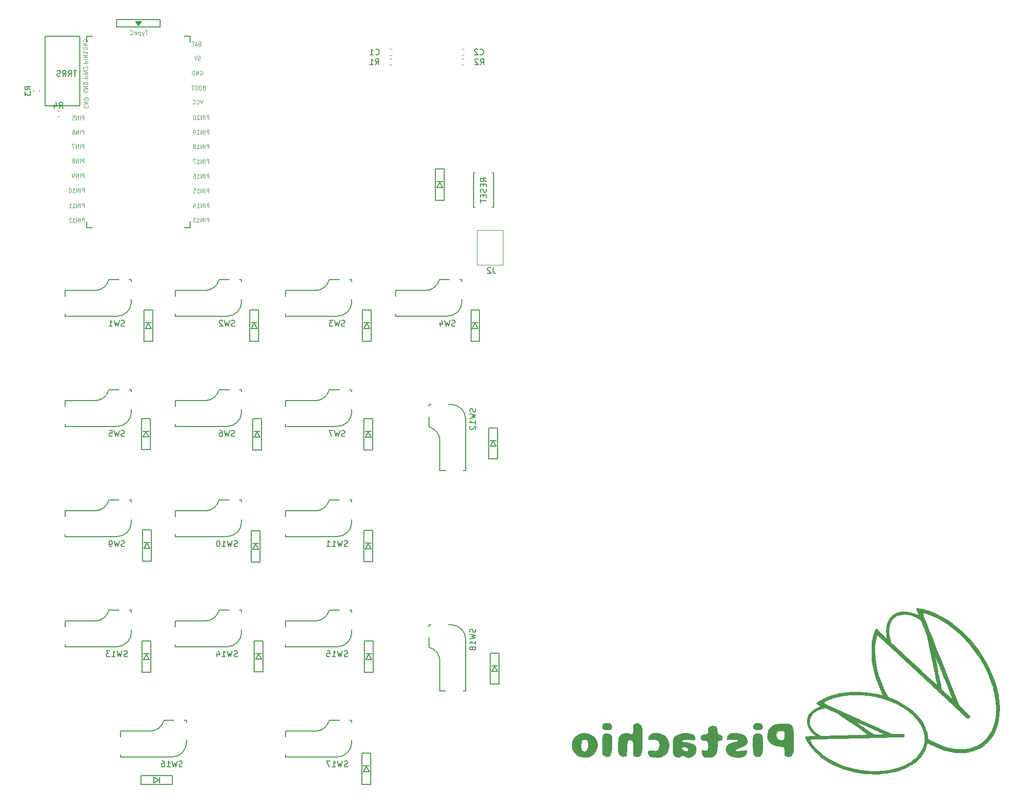
<source format=gbo>
G04 #@! TF.GenerationSoftware,KiCad,Pcbnew,(5.1.5)-3*
G04 #@! TF.CreationDate,2020-11-01T21:01:57+09:00*
G04 #@! TF.ProjectId,Pistachio_MacroPad,50697374-6163-4686-996f-5f4d6163726f,rev?*
G04 #@! TF.SameCoordinates,Original*
G04 #@! TF.FileFunction,Legend,Bot*
G04 #@! TF.FilePolarity,Positive*
%FSLAX46Y46*%
G04 Gerber Fmt 4.6, Leading zero omitted, Abs format (unit mm)*
G04 Created by KiCad (PCBNEW (5.1.5)-3) date 2020-11-01 21:01:57*
%MOMM*%
%LPD*%
G04 APERTURE LIST*
%ADD10C,0.010000*%
%ADD11C,0.150000*%
%ADD12C,0.120000*%
%ADD13C,0.125000*%
G04 APERTURE END LIST*
D10*
G36*
X129157182Y-143671286D02*
G01*
X128953410Y-143700350D01*
X128889775Y-143722863D01*
X128728701Y-143906998D01*
X128632027Y-144163699D01*
X128612722Y-144427913D01*
X128683753Y-144634583D01*
X128703533Y-144657134D01*
X128845629Y-144712314D01*
X129121814Y-144747688D01*
X129456475Y-144758734D01*
X129804594Y-144751312D01*
X130017152Y-144724818D01*
X130127444Y-144672906D01*
X130159208Y-144624809D01*
X130210869Y-144320768D01*
X130158532Y-144020754D01*
X130041266Y-143827400D01*
X129870430Y-143714802D01*
X129619686Y-143665202D01*
X129427433Y-143659363D01*
X129157182Y-143671286D01*
G37*
X129157182Y-143671286D02*
X128953410Y-143700350D01*
X128889775Y-143722863D01*
X128728701Y-143906998D01*
X128632027Y-144163699D01*
X128612722Y-144427913D01*
X128683753Y-144634583D01*
X128703533Y-144657134D01*
X128845629Y-144712314D01*
X129121814Y-144747688D01*
X129456475Y-144758734D01*
X129804594Y-144751312D01*
X130017152Y-144724818D01*
X130127444Y-144672906D01*
X130159208Y-144624809D01*
X130210869Y-144320768D01*
X130158532Y-144020754D01*
X130041266Y-143827400D01*
X129870430Y-143714802D01*
X129619686Y-143665202D01*
X129427433Y-143659363D01*
X129157182Y-143671286D01*
G36*
X155090882Y-143699287D02*
G01*
X154839435Y-143831347D01*
X154708064Y-144066845D01*
X154679266Y-144326342D01*
X154692246Y-144522944D01*
X154751459Y-144649026D01*
X154887316Y-144720044D01*
X155130227Y-144751458D01*
X155510604Y-144758726D01*
X155529879Y-144758734D01*
X155850951Y-144751240D01*
X156044900Y-144721949D01*
X156153538Y-144660648D01*
X156200288Y-144594966D01*
X156282698Y-144301412D01*
X156202173Y-144014073D01*
X156112455Y-143881152D01*
X155982422Y-143747531D01*
X155825448Y-143680655D01*
X155580204Y-143658978D01*
X155477455Y-143658067D01*
X155090882Y-143699287D01*
G37*
X155090882Y-143699287D02*
X154839435Y-143831347D01*
X154708064Y-144066845D01*
X154679266Y-144326342D01*
X154692246Y-144522944D01*
X154751459Y-144649026D01*
X154887316Y-144720044D01*
X155130227Y-144751458D01*
X155510604Y-144758726D01*
X155529879Y-144758734D01*
X155850951Y-144751240D01*
X156044900Y-144721949D01*
X156153538Y-144660648D01*
X156200288Y-144594966D01*
X156282698Y-144301412D01*
X156202173Y-144014073D01*
X156112455Y-143881152D01*
X155982422Y-143747531D01*
X155825448Y-143680655D01*
X155580204Y-143658978D01*
X155477455Y-143658067D01*
X155090882Y-143699287D01*
G36*
X134187315Y-143761901D02*
G01*
X134105266Y-143827400D01*
X134022279Y-143934438D01*
X133971296Y-144079465D01*
X133945046Y-144302590D01*
X133936256Y-144643922D01*
X133935933Y-144761391D01*
X133928327Y-145169803D01*
X133891280Y-145430584D01*
X133803453Y-145565241D01*
X133643503Y-145595281D01*
X133390089Y-145542213D01*
X133214105Y-145488854D01*
X132692459Y-145391301D01*
X132233678Y-145442107D01*
X131849849Y-145637251D01*
X131553061Y-145972714D01*
X131504636Y-146057376D01*
X131430224Y-146289971D01*
X131372960Y-146646729D01*
X131334164Y-147083218D01*
X131315157Y-147555008D01*
X131317259Y-148017670D01*
X131341791Y-148426773D01*
X131390074Y-148737887D01*
X131421955Y-148839086D01*
X131620348Y-149162580D01*
X131897742Y-149346365D01*
X132275780Y-149403050D01*
X132383442Y-149399172D01*
X132792933Y-149373067D01*
X132835266Y-148094525D01*
X132859789Y-147527121D01*
X132891450Y-147114098D01*
X132931910Y-146840593D01*
X132982832Y-146691742D01*
X132993800Y-146676359D01*
X133192225Y-146556076D01*
X133443686Y-146556649D01*
X133687394Y-146673558D01*
X133751841Y-146732690D01*
X133828373Y-146827133D01*
X133880247Y-146939776D01*
X133912193Y-147103394D01*
X133928942Y-147350758D01*
X133935222Y-147714641D01*
X133935933Y-148008256D01*
X133942593Y-148432396D01*
X133960765Y-148805700D01*
X133987736Y-149089690D01*
X134020794Y-149245888D01*
X134023579Y-149251633D01*
X134164916Y-149358063D01*
X134407998Y-149412755D01*
X134692614Y-149413414D01*
X134958555Y-149357744D01*
X135090035Y-149292279D01*
X135222664Y-149138219D01*
X135327373Y-148874385D01*
X135405884Y-148489068D01*
X135459919Y-147970559D01*
X135491199Y-147307147D01*
X135501443Y-146494400D01*
X135494739Y-145754330D01*
X135471664Y-145163886D01*
X135429034Y-144703874D01*
X135363665Y-144355103D01*
X135272373Y-144098377D01*
X135151974Y-143914506D01*
X135058923Y-143826787D01*
X134775704Y-143689835D01*
X134463752Y-143668220D01*
X134187315Y-143761901D01*
G37*
X134187315Y-143761901D02*
X134105266Y-143827400D01*
X134022279Y-143934438D01*
X133971296Y-144079465D01*
X133945046Y-144302590D01*
X133936256Y-144643922D01*
X133935933Y-144761391D01*
X133928327Y-145169803D01*
X133891280Y-145430584D01*
X133803453Y-145565241D01*
X133643503Y-145595281D01*
X133390089Y-145542213D01*
X133214105Y-145488854D01*
X132692459Y-145391301D01*
X132233678Y-145442107D01*
X131849849Y-145637251D01*
X131553061Y-145972714D01*
X131504636Y-146057376D01*
X131430224Y-146289971D01*
X131372960Y-146646729D01*
X131334164Y-147083218D01*
X131315157Y-147555008D01*
X131317259Y-148017670D01*
X131341791Y-148426773D01*
X131390074Y-148737887D01*
X131421955Y-148839086D01*
X131620348Y-149162580D01*
X131897742Y-149346365D01*
X132275780Y-149403050D01*
X132383442Y-149399172D01*
X132792933Y-149373067D01*
X132835266Y-148094525D01*
X132859789Y-147527121D01*
X132891450Y-147114098D01*
X132931910Y-146840593D01*
X132982832Y-146691742D01*
X132993800Y-146676359D01*
X133192225Y-146556076D01*
X133443686Y-146556649D01*
X133687394Y-146673558D01*
X133751841Y-146732690D01*
X133828373Y-146827133D01*
X133880247Y-146939776D01*
X133912193Y-147103394D01*
X133928942Y-147350758D01*
X133935222Y-147714641D01*
X133935933Y-148008256D01*
X133942593Y-148432396D01*
X133960765Y-148805700D01*
X133987736Y-149089690D01*
X134020794Y-149245888D01*
X134023579Y-149251633D01*
X134164916Y-149358063D01*
X134407998Y-149412755D01*
X134692614Y-149413414D01*
X134958555Y-149357744D01*
X135090035Y-149292279D01*
X135222664Y-149138219D01*
X135327373Y-148874385D01*
X135405884Y-148489068D01*
X135459919Y-147970559D01*
X135491199Y-147307147D01*
X135501443Y-146494400D01*
X135494739Y-145754330D01*
X135471664Y-145163886D01*
X135429034Y-144703874D01*
X135363665Y-144355103D01*
X135272373Y-144098377D01*
X135151974Y-143914506D01*
X135058923Y-143826787D01*
X134775704Y-143689835D01*
X134463752Y-143668220D01*
X134187315Y-143761901D01*
G36*
X159391813Y-143788626D02*
G01*
X159053172Y-143802843D01*
X158802306Y-143833026D01*
X158598478Y-143884484D01*
X158400951Y-143962525D01*
X158362266Y-143980106D01*
X157825844Y-144300763D01*
X157439092Y-144700173D01*
X157201006Y-145179819D01*
X157110580Y-145741186D01*
X157109662Y-145828827D01*
X157176823Y-146370989D01*
X157373106Y-146816725D01*
X157702767Y-147169559D01*
X158170060Y-147433016D01*
X158779239Y-147610620D01*
X159358777Y-147692107D01*
X159667092Y-147731406D01*
X159906613Y-147782936D01*
X160029404Y-147836132D01*
X160033137Y-147840709D01*
X160063383Y-147965956D01*
X160085897Y-148210871D01*
X160096375Y-148525826D01*
X160096637Y-148572967D01*
X160111033Y-148932148D01*
X160149170Y-149193312D01*
X160199533Y-149313800D01*
X160351409Y-149377514D01*
X160601317Y-149407743D01*
X160881111Y-149403553D01*
X161122649Y-149364013D01*
X161213125Y-149327669D01*
X161319016Y-149204900D01*
X161438913Y-148978362D01*
X161509458Y-148801077D01*
X161562970Y-148624888D01*
X161602625Y-148428376D01*
X161630251Y-148184346D01*
X161647673Y-147865603D01*
X161656715Y-147444952D01*
X161659204Y-146895198D01*
X161658612Y-146579067D01*
X161652070Y-145817878D01*
X161641825Y-145528404D01*
X160098715Y-145528404D01*
X160096011Y-145848233D01*
X160076535Y-146155510D01*
X160042103Y-146397508D01*
X159996333Y-146519800D01*
X159810108Y-146603193D01*
X159536676Y-146613009D01*
X159239338Y-146553262D01*
X159027162Y-146458303D01*
X158772172Y-146221255D01*
X158636431Y-145922136D01*
X158620615Y-145603873D01*
X158725401Y-145309393D01*
X158951465Y-145081623D01*
X159004988Y-145051074D01*
X159253892Y-144965437D01*
X159537400Y-144928897D01*
X159801040Y-144940883D01*
X159990338Y-145000825D01*
X160046541Y-145061992D01*
X160082830Y-145248748D01*
X160098715Y-145528404D01*
X161641825Y-145528404D01*
X161630519Y-145209007D01*
X161583032Y-144735488D01*
X161498681Y-144380354D01*
X161366537Y-144126639D01*
X161175672Y-143957377D01*
X160915158Y-143855602D01*
X160574067Y-143804347D01*
X160141471Y-143786647D01*
X159858966Y-143785067D01*
X159391813Y-143788626D01*
G37*
X159391813Y-143788626D02*
X159053172Y-143802843D01*
X158802306Y-143833026D01*
X158598478Y-143884484D01*
X158400951Y-143962525D01*
X158362266Y-143980106D01*
X157825844Y-144300763D01*
X157439092Y-144700173D01*
X157201006Y-145179819D01*
X157110580Y-145741186D01*
X157109662Y-145828827D01*
X157176823Y-146370989D01*
X157373106Y-146816725D01*
X157702767Y-147169559D01*
X158170060Y-147433016D01*
X158779239Y-147610620D01*
X159358777Y-147692107D01*
X159667092Y-147731406D01*
X159906613Y-147782936D01*
X160029404Y-147836132D01*
X160033137Y-147840709D01*
X160063383Y-147965956D01*
X160085897Y-148210871D01*
X160096375Y-148525826D01*
X160096637Y-148572967D01*
X160111033Y-148932148D01*
X160149170Y-149193312D01*
X160199533Y-149313800D01*
X160351409Y-149377514D01*
X160601317Y-149407743D01*
X160881111Y-149403553D01*
X161122649Y-149364013D01*
X161213125Y-149327669D01*
X161319016Y-149204900D01*
X161438913Y-148978362D01*
X161509458Y-148801077D01*
X161562970Y-148624888D01*
X161602625Y-148428376D01*
X161630251Y-148184346D01*
X161647673Y-147865603D01*
X161656715Y-147444952D01*
X161659204Y-146895198D01*
X161658612Y-146579067D01*
X161652070Y-145817878D01*
X161641825Y-145528404D01*
X160098715Y-145528404D01*
X160096011Y-145848233D01*
X160076535Y-146155510D01*
X160042103Y-146397508D01*
X159996333Y-146519800D01*
X159810108Y-146603193D01*
X159536676Y-146613009D01*
X159239338Y-146553262D01*
X159027162Y-146458303D01*
X158772172Y-146221255D01*
X158636431Y-145922136D01*
X158620615Y-145603873D01*
X158725401Y-145309393D01*
X158951465Y-145081623D01*
X159004988Y-145051074D01*
X159253892Y-144965437D01*
X159537400Y-144928897D01*
X159801040Y-144940883D01*
X159990338Y-145000825D01*
X160046541Y-145061992D01*
X160082830Y-145248748D01*
X160098715Y-145528404D01*
X161641825Y-145528404D01*
X161630519Y-145209007D01*
X161583032Y-144735488D01*
X161498681Y-144380354D01*
X161366537Y-144126639D01*
X161175672Y-143957377D01*
X160915158Y-143855602D01*
X160574067Y-143804347D01*
X160141471Y-143786647D01*
X159858966Y-143785067D01*
X159391813Y-143788626D01*
G36*
X129153426Y-145459026D02*
G01*
X128872303Y-145576488D01*
X128844146Y-145597920D01*
X128775002Y-145658679D01*
X128723982Y-145729210D01*
X128688332Y-145834108D01*
X128665298Y-145997969D01*
X128652126Y-146245388D01*
X128646061Y-146600959D01*
X128644350Y-147089278D01*
X128644266Y-147382865D01*
X128644266Y-149005957D01*
X128920769Y-149253012D01*
X129218627Y-149450010D01*
X129498856Y-149483110D01*
X129779792Y-149353882D01*
X129812053Y-149329410D01*
X129974332Y-149167021D01*
X130093497Y-148955046D01*
X130175196Y-148668009D01*
X130225075Y-148280433D01*
X130248782Y-147766843D01*
X130252836Y-147341067D01*
X130248334Y-146889972D01*
X130235928Y-146482363D01*
X130217385Y-146156931D01*
X130194469Y-145952367D01*
X130188207Y-145924440D01*
X130043297Y-145692171D01*
X129789087Y-145529055D01*
X129475742Y-145447277D01*
X129153426Y-145459026D01*
G37*
X129153426Y-145459026D02*
X128872303Y-145576488D01*
X128844146Y-145597920D01*
X128775002Y-145658679D01*
X128723982Y-145729210D01*
X128688332Y-145834108D01*
X128665298Y-145997969D01*
X128652126Y-146245388D01*
X128646061Y-146600959D01*
X128644350Y-147089278D01*
X128644266Y-147382865D01*
X128644266Y-149005957D01*
X128920769Y-149253012D01*
X129218627Y-149450010D01*
X129498856Y-149483110D01*
X129779792Y-149353882D01*
X129812053Y-149329410D01*
X129974332Y-149167021D01*
X130093497Y-148955046D01*
X130175196Y-148668009D01*
X130225075Y-148280433D01*
X130248782Y-147766843D01*
X130252836Y-147341067D01*
X130248334Y-146889972D01*
X130235928Y-146482363D01*
X130217385Y-146156931D01*
X130194469Y-145952367D01*
X130188207Y-145924440D01*
X130043297Y-145692171D01*
X129789087Y-145529055D01*
X129475742Y-145447277D01*
X129153426Y-145459026D01*
G36*
X155093649Y-145502623D02*
G01*
X154895093Y-145635876D01*
X154771300Y-145804442D01*
X154690179Y-146041630D01*
X154635250Y-146396543D01*
X154633076Y-146416577D01*
X154605443Y-146835696D01*
X154601468Y-147312186D01*
X154618467Y-147805263D01*
X154653758Y-148274146D01*
X154704657Y-148678050D01*
X154768480Y-148976194D01*
X154808363Y-149080788D01*
X155024986Y-149343602D01*
X155310348Y-149475897D01*
X155621329Y-149467389D01*
X155880390Y-149336486D01*
X156036142Y-149151297D01*
X156169421Y-148890212D01*
X156197278Y-148809334D01*
X156240590Y-148573478D01*
X156271851Y-148221483D01*
X156291087Y-147792584D01*
X156298327Y-147326016D01*
X156293599Y-146861014D01*
X156276930Y-146436814D01*
X156248350Y-146092649D01*
X156207885Y-145867756D01*
X156195155Y-145833076D01*
X156007806Y-145607192D01*
X155725970Y-145471391D01*
X155403350Y-145433819D01*
X155093649Y-145502623D01*
G37*
X155093649Y-145502623D02*
X154895093Y-145635876D01*
X154771300Y-145804442D01*
X154690179Y-146041630D01*
X154635250Y-146396543D01*
X154633076Y-146416577D01*
X154605443Y-146835696D01*
X154601468Y-147312186D01*
X154618467Y-147805263D01*
X154653758Y-148274146D01*
X154704657Y-148678050D01*
X154768480Y-148976194D01*
X154808363Y-149080788D01*
X155024986Y-149343602D01*
X155310348Y-149475897D01*
X155621329Y-149467389D01*
X155880390Y-149336486D01*
X156036142Y-149151297D01*
X156169421Y-148890212D01*
X156197278Y-148809334D01*
X156240590Y-148573478D01*
X156271851Y-148221483D01*
X156291087Y-147792584D01*
X156298327Y-147326016D01*
X156293599Y-146861014D01*
X156276930Y-146436814D01*
X156248350Y-146092649D01*
X156207885Y-145867756D01*
X156195155Y-145833076D01*
X156007806Y-145607192D01*
X155725970Y-145471391D01*
X155403350Y-145433819D01*
X155093649Y-145502623D01*
G36*
X124911460Y-145485910D02*
G01*
X124392260Y-145691407D01*
X123945598Y-146009372D01*
X123602034Y-146430490D01*
X123524145Y-146574499D01*
X123387101Y-147010536D01*
X123342689Y-147512715D01*
X123393032Y-148004061D01*
X123477110Y-148280057D01*
X123734773Y-148710405D01*
X124110596Y-149095027D01*
X124495600Y-149351537D01*
X124865130Y-149479403D01*
X125324330Y-149548608D01*
X125802629Y-149555232D01*
X126229455Y-149495359D01*
X126361416Y-149455120D01*
X126868217Y-149189132D01*
X127261350Y-148825043D01*
X127539217Y-148388550D01*
X127700222Y-147905353D01*
X127727129Y-147586468D01*
X126158287Y-147586468D01*
X126155178Y-147774149D01*
X126088504Y-148115280D01*
X125928016Y-148376033D01*
X125705300Y-148538296D01*
X125451939Y-148583958D01*
X125199519Y-148494907D01*
X125080222Y-148390573D01*
X124996411Y-148265343D01*
X124946806Y-148090077D01*
X124923643Y-147822418D01*
X124918933Y-147510698D01*
X124938154Y-147059675D01*
X125005212Y-146751503D01*
X125134198Y-146563094D01*
X125339205Y-146471362D01*
X125565104Y-146452067D01*
X125806452Y-146483654D01*
X125977214Y-146592205D01*
X126086619Y-146798402D01*
X126143900Y-147122929D01*
X126158287Y-147586468D01*
X127727129Y-147586468D01*
X127742767Y-147401149D01*
X127665255Y-146901635D01*
X127466090Y-146432510D01*
X127143674Y-146019472D01*
X126696410Y-145688218D01*
X126598671Y-145637373D01*
X126045227Y-145449578D01*
X125472636Y-145402195D01*
X124911460Y-145485910D01*
G37*
X124911460Y-145485910D02*
X124392260Y-145691407D01*
X123945598Y-146009372D01*
X123602034Y-146430490D01*
X123524145Y-146574499D01*
X123387101Y-147010536D01*
X123342689Y-147512715D01*
X123393032Y-148004061D01*
X123477110Y-148280057D01*
X123734773Y-148710405D01*
X124110596Y-149095027D01*
X124495600Y-149351537D01*
X124865130Y-149479403D01*
X125324330Y-149548608D01*
X125802629Y-149555232D01*
X126229455Y-149495359D01*
X126361416Y-149455120D01*
X126868217Y-149189132D01*
X127261350Y-148825043D01*
X127539217Y-148388550D01*
X127700222Y-147905353D01*
X127727129Y-147586468D01*
X126158287Y-147586468D01*
X126155178Y-147774149D01*
X126088504Y-148115280D01*
X125928016Y-148376033D01*
X125705300Y-148538296D01*
X125451939Y-148583958D01*
X125199519Y-148494907D01*
X125080222Y-148390573D01*
X124996411Y-148265343D01*
X124946806Y-148090077D01*
X124923643Y-147822418D01*
X124918933Y-147510698D01*
X124938154Y-147059675D01*
X125005212Y-146751503D01*
X125134198Y-146563094D01*
X125339205Y-146471362D01*
X125565104Y-146452067D01*
X125806452Y-146483654D01*
X125977214Y-146592205D01*
X126086619Y-146798402D01*
X126143900Y-147122929D01*
X126158287Y-147586468D01*
X127727129Y-147586468D01*
X127742767Y-147401149D01*
X127665255Y-146901635D01*
X127466090Y-146432510D01*
X127143674Y-146019472D01*
X126696410Y-145688218D01*
X126598671Y-145637373D01*
X126045227Y-145449578D01*
X125472636Y-145402195D01*
X124911460Y-145485910D01*
G36*
X137449689Y-145406557D02*
G01*
X137087571Y-145512156D01*
X136803770Y-145684911D01*
X136624618Y-145922432D01*
X136576445Y-146222332D01*
X136577645Y-146235892D01*
X136602933Y-146494400D01*
X137283679Y-146503086D01*
X137629682Y-146518937D01*
X137927992Y-146553015D01*
X138123245Y-146598556D01*
X138144731Y-146608269D01*
X138335746Y-146798353D01*
X138453608Y-147092903D01*
X138496621Y-147442867D01*
X138463090Y-147799193D01*
X138351319Y-148112830D01*
X138203245Y-148301063D01*
X138074826Y-148400686D01*
X137946782Y-148456551D01*
X137772719Y-148475924D01*
X137506244Y-148466072D01*
X137266250Y-148447823D01*
X136923434Y-148421882D01*
X136712963Y-148417406D01*
X136598426Y-148441903D01*
X136543411Y-148502884D01*
X136512667Y-148603233D01*
X136506320Y-148923957D01*
X136630327Y-149211376D01*
X136856251Y-149405675D01*
X137052562Y-149464444D01*
X137360415Y-149516527D01*
X137722038Y-149552782D01*
X137823665Y-149558783D01*
X138202962Y-149571030D01*
X138472300Y-149557262D01*
X138690158Y-149508857D01*
X138915015Y-149417191D01*
X138973600Y-149389214D01*
X139377460Y-149152148D01*
X139668229Y-148868174D01*
X139898725Y-148482326D01*
X139947943Y-148375256D01*
X140109786Y-147819917D01*
X140124017Y-147252349D01*
X139996988Y-146707712D01*
X139735048Y-146221162D01*
X139513435Y-145969525D01*
X139154703Y-145703506D01*
X138742631Y-145516589D01*
X138303550Y-145406385D01*
X137863793Y-145370504D01*
X137449689Y-145406557D01*
G37*
X137449689Y-145406557D02*
X137087571Y-145512156D01*
X136803770Y-145684911D01*
X136624618Y-145922432D01*
X136576445Y-146222332D01*
X136577645Y-146235892D01*
X136602933Y-146494400D01*
X137283679Y-146503086D01*
X137629682Y-146518937D01*
X137927992Y-146553015D01*
X138123245Y-146598556D01*
X138144731Y-146608269D01*
X138335746Y-146798353D01*
X138453608Y-147092903D01*
X138496621Y-147442867D01*
X138463090Y-147799193D01*
X138351319Y-148112830D01*
X138203245Y-148301063D01*
X138074826Y-148400686D01*
X137946782Y-148456551D01*
X137772719Y-148475924D01*
X137506244Y-148466072D01*
X137266250Y-148447823D01*
X136923434Y-148421882D01*
X136712963Y-148417406D01*
X136598426Y-148441903D01*
X136543411Y-148502884D01*
X136512667Y-148603233D01*
X136506320Y-148923957D01*
X136630327Y-149211376D01*
X136856251Y-149405675D01*
X137052562Y-149464444D01*
X137360415Y-149516527D01*
X137722038Y-149552782D01*
X137823665Y-149558783D01*
X138202962Y-149571030D01*
X138472300Y-149557262D01*
X138690158Y-149508857D01*
X138915015Y-149417191D01*
X138973600Y-149389214D01*
X139377460Y-149152148D01*
X139668229Y-148868174D01*
X139898725Y-148482326D01*
X139947943Y-148375256D01*
X140109786Y-147819917D01*
X140124017Y-147252349D01*
X139996988Y-146707712D01*
X139735048Y-146221162D01*
X139513435Y-145969525D01*
X139154703Y-145703506D01*
X138742631Y-145516589D01*
X138303550Y-145406385D01*
X137863793Y-145370504D01*
X137449689Y-145406557D01*
G36*
X142613588Y-145410754D02*
G01*
X142042159Y-145514626D01*
X141550792Y-145713065D01*
X141161950Y-145998998D01*
X140898096Y-146365348D01*
X140851112Y-146477375D01*
X140829644Y-146617039D01*
X140810819Y-146888238D01*
X140796548Y-147253173D01*
X140788744Y-147674046D01*
X140788393Y-147717634D01*
X140793859Y-148277766D01*
X140824412Y-148694243D01*
X140887739Y-148991849D01*
X140991523Y-149195366D01*
X141143449Y-149329575D01*
X141311995Y-149406221D01*
X141670624Y-149491319D01*
X141972814Y-149487669D01*
X142180607Y-149398189D01*
X142230680Y-149335566D01*
X142287118Y-149248139D01*
X142361098Y-149220045D01*
X142495854Y-149254577D01*
X142734622Y-149355030D01*
X142786406Y-149377900D01*
X143183104Y-149526383D01*
X143507465Y-149572473D01*
X143820346Y-149518340D01*
X144061976Y-149423407D01*
X144450485Y-149171534D01*
X144697627Y-148829306D01*
X144808236Y-148388993D01*
X144811691Y-148308649D01*
X143470762Y-148308649D01*
X143415228Y-148445796D01*
X143224456Y-148551983D01*
X142950107Y-148546909D01*
X142653622Y-148440194D01*
X142464864Y-148288174D01*
X142352315Y-148094485D01*
X142335469Y-147910815D01*
X142412307Y-147800330D01*
X142576478Y-147765796D01*
X142826288Y-147775849D01*
X143086815Y-147821279D01*
X143283138Y-147892878D01*
X143309488Y-147910605D01*
X143440836Y-148093123D01*
X143470762Y-148308649D01*
X144811691Y-148308649D01*
X144815600Y-148217789D01*
X144794835Y-147882658D01*
X144723322Y-147658188D01*
X144646266Y-147549331D01*
X144325121Y-147301940D01*
X143868324Y-147117013D01*
X143300896Y-147003544D01*
X143066524Y-146981377D01*
X142697022Y-146949824D01*
X142470754Y-146909270D01*
X142361634Y-146848380D01*
X142343580Y-146755819D01*
X142366780Y-146677290D01*
X142508890Y-146533342D01*
X142784561Y-146454370D01*
X143168784Y-146445943D01*
X143333933Y-146461881D01*
X143692021Y-146498239D01*
X144061077Y-146523234D01*
X144201766Y-146528360D01*
X144444164Y-146527885D01*
X144562116Y-146493152D01*
X144600455Y-146394159D01*
X144603933Y-146259239D01*
X144550688Y-145942118D01*
X144378459Y-145715896D01*
X144068504Y-145560568D01*
X143906772Y-145515013D01*
X143242613Y-145408524D01*
X142613588Y-145410754D01*
G37*
X142613588Y-145410754D02*
X142042159Y-145514626D01*
X141550792Y-145713065D01*
X141161950Y-145998998D01*
X140898096Y-146365348D01*
X140851112Y-146477375D01*
X140829644Y-146617039D01*
X140810819Y-146888238D01*
X140796548Y-147253173D01*
X140788744Y-147674046D01*
X140788393Y-147717634D01*
X140793859Y-148277766D01*
X140824412Y-148694243D01*
X140887739Y-148991849D01*
X140991523Y-149195366D01*
X141143449Y-149329575D01*
X141311995Y-149406221D01*
X141670624Y-149491319D01*
X141972814Y-149487669D01*
X142180607Y-149398189D01*
X142230680Y-149335566D01*
X142287118Y-149248139D01*
X142361098Y-149220045D01*
X142495854Y-149254577D01*
X142734622Y-149355030D01*
X142786406Y-149377900D01*
X143183104Y-149526383D01*
X143507465Y-149572473D01*
X143820346Y-149518340D01*
X144061976Y-149423407D01*
X144450485Y-149171534D01*
X144697627Y-148829306D01*
X144808236Y-148388993D01*
X144811691Y-148308649D01*
X143470762Y-148308649D01*
X143415228Y-148445796D01*
X143224456Y-148551983D01*
X142950107Y-148546909D01*
X142653622Y-148440194D01*
X142464864Y-148288174D01*
X142352315Y-148094485D01*
X142335469Y-147910815D01*
X142412307Y-147800330D01*
X142576478Y-147765796D01*
X142826288Y-147775849D01*
X143086815Y-147821279D01*
X143283138Y-147892878D01*
X143309488Y-147910605D01*
X143440836Y-148093123D01*
X143470762Y-148308649D01*
X144811691Y-148308649D01*
X144815600Y-148217789D01*
X144794835Y-147882658D01*
X144723322Y-147658188D01*
X144646266Y-147549331D01*
X144325121Y-147301940D01*
X143868324Y-147117013D01*
X143300896Y-147003544D01*
X143066524Y-146981377D01*
X142697022Y-146949824D01*
X142470754Y-146909270D01*
X142361634Y-146848380D01*
X142343580Y-146755819D01*
X142366780Y-146677290D01*
X142508890Y-146533342D01*
X142784561Y-146454370D01*
X143168784Y-146445943D01*
X143333933Y-146461881D01*
X143692021Y-146498239D01*
X144061077Y-146523234D01*
X144201766Y-146528360D01*
X144444164Y-146527885D01*
X144562116Y-146493152D01*
X144600455Y-146394159D01*
X144603933Y-146259239D01*
X144550688Y-145942118D01*
X144378459Y-145715896D01*
X144068504Y-145560568D01*
X143906772Y-145515013D01*
X143242613Y-145408524D01*
X142613588Y-145410754D01*
G36*
X147375719Y-144172048D02*
G01*
X147128087Y-144281868D01*
X146976262Y-144469771D01*
X146903249Y-144766734D01*
X146889933Y-145057600D01*
X146869415Y-145307552D01*
X146785487Y-145465291D01*
X146604594Y-145559874D01*
X146293177Y-145620356D01*
X146230446Y-145628626D01*
X145899437Y-145701487D01*
X145707289Y-145831663D01*
X145626895Y-146042887D01*
X145619933Y-146163122D01*
X145667289Y-146403921D01*
X145822889Y-146549831D01*
X146107033Y-146614826D01*
X146285653Y-146621400D01*
X146553720Y-146645172D01*
X146730624Y-146734469D01*
X146833865Y-146916264D01*
X146880943Y-147217527D01*
X146889933Y-147552733D01*
X146876300Y-147969102D01*
X146822880Y-148241565D01*
X146710889Y-148394244D01*
X146521544Y-148451258D01*
X146236062Y-148436728D01*
X146204686Y-148432692D01*
X145789266Y-148377585D01*
X145789266Y-148722438D01*
X145849528Y-149073964D01*
X145990726Y-149301501D01*
X146120328Y-149429553D01*
X146268222Y-149504490D01*
X146487145Y-149543917D01*
X146773892Y-149562913D01*
X147169620Y-149563297D01*
X147472916Y-149513604D01*
X147719086Y-149420595D01*
X147990365Y-149246681D01*
X148192310Y-148997860D01*
X148334608Y-148650944D01*
X148426944Y-148182746D01*
X148477138Y-147605829D01*
X148505738Y-147231323D01*
X148544995Y-146928694D01*
X148589264Y-146735125D01*
X148616741Y-146686197D01*
X148766565Y-146639135D01*
X148944915Y-146622697D01*
X149168682Y-146557875D01*
X149300062Y-146396246D01*
X149339555Y-146182584D01*
X149287665Y-145961662D01*
X149144891Y-145778254D01*
X148934374Y-145681280D01*
X148702561Y-145617163D01*
X148567064Y-145514028D01*
X148493366Y-145326857D01*
X148451613Y-145051646D01*
X148405428Y-144683484D01*
X148358311Y-144447861D01*
X148292379Y-144308835D01*
X148189751Y-144230461D01*
X148032545Y-144176796D01*
X148013776Y-144171582D01*
X147589178Y-144132489D01*
X147375719Y-144172048D01*
G37*
X147375719Y-144172048D02*
X147128087Y-144281868D01*
X146976262Y-144469771D01*
X146903249Y-144766734D01*
X146889933Y-145057600D01*
X146869415Y-145307552D01*
X146785487Y-145465291D01*
X146604594Y-145559874D01*
X146293177Y-145620356D01*
X146230446Y-145628626D01*
X145899437Y-145701487D01*
X145707289Y-145831663D01*
X145626895Y-146042887D01*
X145619933Y-146163122D01*
X145667289Y-146403921D01*
X145822889Y-146549831D01*
X146107033Y-146614826D01*
X146285653Y-146621400D01*
X146553720Y-146645172D01*
X146730624Y-146734469D01*
X146833865Y-146916264D01*
X146880943Y-147217527D01*
X146889933Y-147552733D01*
X146876300Y-147969102D01*
X146822880Y-148241565D01*
X146710889Y-148394244D01*
X146521544Y-148451258D01*
X146236062Y-148436728D01*
X146204686Y-148432692D01*
X145789266Y-148377585D01*
X145789266Y-148722438D01*
X145849528Y-149073964D01*
X145990726Y-149301501D01*
X146120328Y-149429553D01*
X146268222Y-149504490D01*
X146487145Y-149543917D01*
X146773892Y-149562913D01*
X147169620Y-149563297D01*
X147472916Y-149513604D01*
X147719086Y-149420595D01*
X147990365Y-149246681D01*
X148192310Y-148997860D01*
X148334608Y-148650944D01*
X148426944Y-148182746D01*
X148477138Y-147605829D01*
X148505738Y-147231323D01*
X148544995Y-146928694D01*
X148589264Y-146735125D01*
X148616741Y-146686197D01*
X148766565Y-146639135D01*
X148944915Y-146622697D01*
X149168682Y-146557875D01*
X149300062Y-146396246D01*
X149339555Y-146182584D01*
X149287665Y-145961662D01*
X149144891Y-145778254D01*
X148934374Y-145681280D01*
X148702561Y-145617163D01*
X148567064Y-145514028D01*
X148493366Y-145326857D01*
X148451613Y-145051646D01*
X148405428Y-144683484D01*
X148358311Y-144447861D01*
X148292379Y-144308835D01*
X148189751Y-144230461D01*
X148032545Y-144176796D01*
X148013776Y-144171582D01*
X147589178Y-144132489D01*
X147375719Y-144172048D01*
G36*
X151057004Y-145395284D02*
G01*
X150626061Y-145497620D01*
X150337837Y-145686707D01*
X150187012Y-145967083D01*
X150160758Y-146159971D01*
X150149600Y-146494400D01*
X151048908Y-146463749D01*
X151501462Y-146455606D01*
X151802627Y-146468401D01*
X151969202Y-146503383D01*
X152011426Y-146535374D01*
X152022518Y-146661781D01*
X151887964Y-146781423D01*
X151599614Y-146899071D01*
X151207933Y-147005752D01*
X150809205Y-147118802D01*
X150527646Y-147248051D01*
X150311275Y-147417580D01*
X150304444Y-147424340D01*
X150057821Y-147772858D01*
X149963659Y-148152639D01*
X150015645Y-148536080D01*
X150207470Y-148895576D01*
X150532821Y-149203526D01*
X150739590Y-149327503D01*
X151134275Y-149469975D01*
X151614630Y-149555998D01*
X152122386Y-149582952D01*
X152599273Y-149548218D01*
X152987025Y-149449178D01*
X153029991Y-149430447D01*
X153352987Y-149199795D01*
X153538231Y-148882582D01*
X153578600Y-148614139D01*
X153562373Y-148481594D01*
X153494713Y-148404393D01*
X153347154Y-148377423D01*
X153091226Y-148395571D01*
X152698462Y-148453723D01*
X152691641Y-148454832D01*
X152313728Y-148515617D01*
X152065675Y-148549745D01*
X151910097Y-148557071D01*
X151809609Y-148537450D01*
X151726828Y-148490739D01*
X151671811Y-148450895D01*
X151572692Y-148316638D01*
X151635379Y-148185521D01*
X151852394Y-148064647D01*
X152178995Y-147969249D01*
X152757882Y-147791176D01*
X153197409Y-147550524D01*
X153490909Y-147253702D01*
X153631712Y-146907123D01*
X153626296Y-146577877D01*
X153489639Y-146232909D01*
X153236569Y-145905444D01*
X152914607Y-145655408D01*
X152879967Y-145636719D01*
X152573513Y-145526333D01*
X152160898Y-145441242D01*
X151704432Y-145389700D01*
X151266427Y-145379959D01*
X151057004Y-145395284D01*
G37*
X151057004Y-145395284D02*
X150626061Y-145497620D01*
X150337837Y-145686707D01*
X150187012Y-145967083D01*
X150160758Y-146159971D01*
X150149600Y-146494400D01*
X151048908Y-146463749D01*
X151501462Y-146455606D01*
X151802627Y-146468401D01*
X151969202Y-146503383D01*
X152011426Y-146535374D01*
X152022518Y-146661781D01*
X151887964Y-146781423D01*
X151599614Y-146899071D01*
X151207933Y-147005752D01*
X150809205Y-147118802D01*
X150527646Y-147248051D01*
X150311275Y-147417580D01*
X150304444Y-147424340D01*
X150057821Y-147772858D01*
X149963659Y-148152639D01*
X150015645Y-148536080D01*
X150207470Y-148895576D01*
X150532821Y-149203526D01*
X150739590Y-149327503D01*
X151134275Y-149469975D01*
X151614630Y-149555998D01*
X152122386Y-149582952D01*
X152599273Y-149548218D01*
X152987025Y-149449178D01*
X153029991Y-149430447D01*
X153352987Y-149199795D01*
X153538231Y-148882582D01*
X153578600Y-148614139D01*
X153562373Y-148481594D01*
X153494713Y-148404393D01*
X153347154Y-148377423D01*
X153091226Y-148395571D01*
X152698462Y-148453723D01*
X152691641Y-148454832D01*
X152313728Y-148515617D01*
X152065675Y-148549745D01*
X151910097Y-148557071D01*
X151809609Y-148537450D01*
X151726828Y-148490739D01*
X151671811Y-148450895D01*
X151572692Y-148316638D01*
X151635379Y-148185521D01*
X151852394Y-148064647D01*
X152178995Y-147969249D01*
X152757882Y-147791176D01*
X153197409Y-147550524D01*
X153490909Y-147253702D01*
X153631712Y-146907123D01*
X153626296Y-146577877D01*
X153489639Y-146232909D01*
X153236569Y-145905444D01*
X152914607Y-145655408D01*
X152879967Y-145636719D01*
X152573513Y-145526333D01*
X152160898Y-145441242D01*
X151704432Y-145389700D01*
X151266427Y-145379959D01*
X151057004Y-145395284D01*
G36*
X182976463Y-123795054D02*
G01*
X182928001Y-123825883D01*
X182915785Y-123893952D01*
X182941210Y-124012395D01*
X183005673Y-124194341D01*
X183110571Y-124452923D01*
X183137202Y-124516606D01*
X183223339Y-124725442D01*
X183292390Y-124899419D01*
X183336135Y-125017406D01*
X183347400Y-125056845D01*
X183306720Y-125054206D01*
X183199401Y-125011098D01*
X183047524Y-124936559D01*
X183026509Y-124925483D01*
X182823883Y-124828752D01*
X182570238Y-124722922D01*
X182312152Y-124627127D01*
X182246211Y-124604962D01*
X181611794Y-124439727D01*
X181004408Y-124364602D01*
X180429530Y-124377047D01*
X179892634Y-124474521D01*
X179399195Y-124654481D01*
X178954690Y-124914388D01*
X178564593Y-125251700D01*
X178234380Y-125663875D01*
X177969526Y-126148372D01*
X177782507Y-126676722D01*
X177723638Y-126973338D01*
X177685848Y-127335657D01*
X177670146Y-127729786D01*
X177677544Y-128121829D01*
X177709052Y-128477892D01*
X177725599Y-128585662D01*
X177758822Y-128787607D01*
X177781246Y-128947694D01*
X177789799Y-129042644D01*
X177787966Y-129058367D01*
X177745150Y-129033180D01*
X177641894Y-128947780D01*
X177490128Y-128813258D01*
X177301785Y-128640709D01*
X177088798Y-128441226D01*
X176863098Y-128225900D01*
X176636617Y-128005826D01*
X176421289Y-127792097D01*
X176367190Y-127737504D01*
X176180585Y-127549414D01*
X176051996Y-127425193D01*
X175968253Y-127356215D01*
X175916186Y-127333858D01*
X175882625Y-127349497D01*
X175854401Y-127394507D01*
X175851587Y-127399869D01*
X175773167Y-127576319D01*
X175679849Y-127828106D01*
X175579067Y-128131452D01*
X175478258Y-128462576D01*
X175384856Y-128797703D01*
X175306298Y-129113053D01*
X175282595Y-129219435D01*
X175241702Y-129415285D01*
X175209885Y-129586374D01*
X175186011Y-129749578D01*
X175168950Y-129921775D01*
X175157568Y-130119842D01*
X175150734Y-130360655D01*
X175147316Y-130661092D01*
X175146183Y-131038030D01*
X175146119Y-131254400D01*
X175147074Y-131691400D01*
X175150504Y-132044934D01*
X175157435Y-132333125D01*
X175168893Y-132574094D01*
X175185903Y-132785966D01*
X175209493Y-132986862D01*
X175240689Y-133194907D01*
X175263803Y-133332553D01*
X175497733Y-134476719D01*
X175801043Y-135586750D01*
X176180695Y-136683968D01*
X176643649Y-137789698D01*
X176889328Y-138312902D01*
X176988848Y-138522767D01*
X177067105Y-138696831D01*
X177115989Y-138816402D01*
X177127814Y-138862520D01*
X177074261Y-138858111D01*
X176941501Y-138832500D01*
X176748730Y-138789752D01*
X176515150Y-138733935D01*
X176481650Y-138725648D01*
X175335424Y-138485125D01*
X174173981Y-138327022D01*
X173009979Y-138251303D01*
X171856072Y-138257932D01*
X170724918Y-138346870D01*
X169629172Y-138518083D01*
X168663257Y-138748227D01*
X168325850Y-138852699D01*
X167965817Y-138981053D01*
X167594800Y-139127483D01*
X167224439Y-139286182D01*
X166866374Y-139451342D01*
X166532246Y-139617157D01*
X166233695Y-139777821D01*
X165982361Y-139927525D01*
X165789886Y-140060462D01*
X165667908Y-140170827D01*
X165628070Y-140252812D01*
X165629673Y-140261571D01*
X165682025Y-140315043D01*
X165799150Y-140391343D01*
X165919548Y-140455676D01*
X166128201Y-140576144D01*
X166242221Y-140685206D01*
X166259419Y-140780322D01*
X166233065Y-140819855D01*
X166184669Y-140852006D01*
X166177000Y-140843216D01*
X166135954Y-140839877D01*
X166024840Y-140878807D01*
X165861701Y-140951684D01*
X165664577Y-141050184D01*
X165451510Y-141165985D01*
X165348876Y-141225268D01*
X164905611Y-141537160D01*
X164549789Y-141892816D01*
X164281618Y-142283916D01*
X164101304Y-142702142D01*
X164009055Y-143139178D01*
X164005078Y-143586705D01*
X164089580Y-144036405D01*
X164262768Y-144479961D01*
X164524848Y-144909054D01*
X164876029Y-145315368D01*
X165239168Y-145632318D01*
X165385314Y-145749635D01*
X165457682Y-145822807D01*
X165466347Y-145865059D01*
X165432432Y-145886105D01*
X165351639Y-145897588D01*
X165188631Y-145908432D01*
X164962790Y-145917771D01*
X164693500Y-145924738D01*
X164504325Y-145927585D01*
X164224294Y-145931685D01*
X163981951Y-145937265D01*
X163794581Y-145943762D01*
X163679470Y-145950617D01*
X163651157Y-145955309D01*
X163657564Y-146011295D01*
X163698633Y-146135435D01*
X163764661Y-146304481D01*
X163845941Y-146495189D01*
X163932768Y-146684310D01*
X164015437Y-146848599D01*
X164049759Y-146910052D01*
X164244655Y-147233236D01*
X164426428Y-147509813D01*
X164612379Y-147761522D01*
X164819809Y-148010097D01*
X165066019Y-148277277D01*
X165368310Y-148584798D01*
X165437368Y-148653400D01*
X165681084Y-148891395D01*
X165915563Y-149114158D01*
X166126061Y-149308148D01*
X166297832Y-149459828D01*
X166416131Y-149555660D01*
X166433148Y-149567657D01*
X166564447Y-149657400D01*
X166657896Y-149723990D01*
X166685000Y-149745457D01*
X166751174Y-149798347D01*
X166870189Y-149882885D01*
X167016561Y-149982176D01*
X167164808Y-150079328D01*
X167289446Y-150157447D01*
X167364992Y-150199639D01*
X167374875Y-150202800D01*
X167440268Y-150233084D01*
X167493800Y-150274569D01*
X167589562Y-150340491D01*
X167760956Y-150439119D01*
X167990765Y-150561911D01*
X168261773Y-150700322D01*
X168556763Y-150845806D01*
X168858518Y-150989819D01*
X169149823Y-151123817D01*
X169413461Y-151239255D01*
X169555200Y-151297650D01*
X170168283Y-151525345D01*
X170818552Y-151736777D01*
X171479227Y-151924692D01*
X172123525Y-152081840D01*
X172724664Y-152200969D01*
X173098118Y-152256938D01*
X173278572Y-152281629D01*
X173450261Y-152308031D01*
X173453718Y-152308609D01*
X173679840Y-152345410D01*
X173856673Y-152370171D01*
X174032292Y-152388683D01*
X174254774Y-152406737D01*
X174290949Y-152409449D01*
X174658907Y-152431292D01*
X175074720Y-152446713D01*
X175510205Y-152455436D01*
X175937176Y-152457184D01*
X176327449Y-152451680D01*
X176652838Y-152438650D01*
X176731504Y-152433388D01*
X177514221Y-152352419D01*
X178296884Y-152229360D01*
X179056681Y-152069249D01*
X179770801Y-151877122D01*
X180416431Y-151658015D01*
X180629600Y-151572706D01*
X180905873Y-151449885D01*
X181210561Y-151302946D01*
X181517028Y-151145784D01*
X181798638Y-150992293D01*
X182028751Y-150856368D01*
X182128200Y-150791003D01*
X182301377Y-150673552D01*
X182456224Y-150575036D01*
X182563075Y-150514220D01*
X182573694Y-150509259D01*
X182650154Y-150456084D01*
X182781259Y-150344731D01*
X182950743Y-150189784D01*
X183142340Y-150005828D01*
X183211925Y-149936979D01*
X183700070Y-149402242D01*
X184092904Y-148864119D01*
X184396490Y-148312462D01*
X184616894Y-147737126D01*
X184692527Y-147459600D01*
X184737123Y-147277413D01*
X184772697Y-147138858D01*
X184792793Y-147068908D01*
X184794457Y-147065253D01*
X184840662Y-147082655D01*
X184961057Y-147139451D01*
X185139834Y-147227888D01*
X185361188Y-147340210D01*
X185485880Y-147404452D01*
X186467783Y-147869204D01*
X187433903Y-148237527D01*
X188391868Y-148511854D01*
X189349305Y-148694623D01*
X189646600Y-148733003D01*
X190042764Y-148763182D01*
X190490963Y-148772105D01*
X190959454Y-148761043D01*
X191416497Y-148731269D01*
X191830352Y-148684053D01*
X192110400Y-148634275D01*
X192893482Y-148414633D01*
X193619076Y-148112781D01*
X194285152Y-147731637D01*
X194889681Y-147274119D01*
X195430632Y-146743147D01*
X195905976Y-146141638D01*
X196313682Y-145472511D01*
X196651720Y-144738685D01*
X196918061Y-143943079D01*
X197110675Y-143088611D01*
X197227531Y-142178200D01*
X197266600Y-141220986D01*
X197251138Y-140868733D01*
X196680882Y-140868733D01*
X196671948Y-141818142D01*
X196581920Y-142721927D01*
X196411128Y-143576408D01*
X196159902Y-144377906D01*
X195828571Y-145122741D01*
X195510615Y-145668349D01*
X195066362Y-146259953D01*
X194554739Y-146778244D01*
X193981546Y-147220401D01*
X193352581Y-147583602D01*
X192673643Y-147865025D01*
X191950530Y-148061849D01*
X191189042Y-148171252D01*
X190394977Y-148190412D01*
X190332400Y-148188054D01*
X190034701Y-148169894D01*
X189708967Y-148141111D01*
X189407797Y-148106652D01*
X189291000Y-148090105D01*
X188410628Y-147911232D01*
X187514468Y-147643012D01*
X186597305Y-147283538D01*
X185653924Y-146830904D01*
X185246889Y-146611592D01*
X185051412Y-146502964D01*
X184358395Y-146502964D01*
X184342353Y-146625852D01*
X184340746Y-146630198D01*
X184315729Y-146734568D01*
X184293948Y-146893360D01*
X184286665Y-146977000D01*
X184216760Y-147396400D01*
X184068313Y-147847722D01*
X183850846Y-148312214D01*
X183573877Y-148771125D01*
X183246928Y-149205704D01*
X183034734Y-149442793D01*
X182881883Y-149591059D01*
X182688745Y-149761587D01*
X182471509Y-149941963D01*
X182246365Y-150119774D01*
X182029504Y-150282605D01*
X181837115Y-150418042D01*
X181685388Y-150513671D01*
X181590514Y-150557077D01*
X181579798Y-150558400D01*
X181508417Y-150586449D01*
X181411151Y-150649719D01*
X181313013Y-150710162D01*
X181149104Y-150797373D01*
X180946656Y-150897206D01*
X180826954Y-150953191D01*
X179974309Y-151294238D01*
X179055618Y-151568865D01*
X178083315Y-151775182D01*
X177069830Y-151911300D01*
X176027595Y-151975327D01*
X174969042Y-151965373D01*
X174406415Y-151929519D01*
X173420449Y-151815200D01*
X172417749Y-151636956D01*
X171424997Y-151401263D01*
X170468874Y-151114596D01*
X169576063Y-150783432D01*
X169428200Y-150721335D01*
X168723128Y-150392535D01*
X168032552Y-150018436D01*
X167370184Y-149608821D01*
X166749735Y-149173469D01*
X166184918Y-148722163D01*
X165689445Y-148264684D01*
X165277028Y-147810815D01*
X165184869Y-147694312D01*
X164962498Y-147400939D01*
X164794898Y-147172629D01*
X164672516Y-146995801D01*
X164585797Y-146856875D01*
X164549673Y-146791376D01*
X164492715Y-146670064D01*
X164486893Y-146607498D01*
X164527456Y-146577070D01*
X164594037Y-146515991D01*
X164602264Y-146483294D01*
X164631762Y-146451355D01*
X164728256Y-146429584D01*
X164903860Y-146416285D01*
X165122964Y-146410397D01*
X165326798Y-146406756D01*
X165609648Y-146400874D01*
X165948965Y-146393264D01*
X166322204Y-146384439D01*
X166706817Y-146374911D01*
X166888200Y-146370256D01*
X167304412Y-146359511D01*
X167751703Y-146348085D01*
X168198949Y-146336763D01*
X168615023Y-146326334D01*
X168968801Y-146317583D01*
X169047200Y-146315668D01*
X169415841Y-146306673D01*
X169845687Y-146296143D01*
X170296375Y-146285069D01*
X170727543Y-146274443D01*
X170977600Y-146268261D01*
X171344915Y-146259340D01*
X171780121Y-146249050D01*
X172249533Y-146238170D01*
X172719466Y-146227479D01*
X173156233Y-146217757D01*
X173238200Y-146215963D01*
X173656814Y-146206572D01*
X174108716Y-146195983D01*
X174562150Y-146184971D01*
X174985359Y-146174310D01*
X175346590Y-146164776D01*
X175422600Y-146162684D01*
X175796359Y-146152598D01*
X176231730Y-146141345D01*
X176688749Y-146129928D01*
X177127452Y-146119352D01*
X177403800Y-146112950D01*
X178134049Y-146095971D01*
X178765655Y-146080337D01*
X179301565Y-146065952D01*
X179744726Y-146052717D01*
X180098086Y-146040538D01*
X180364592Y-146029316D01*
X180547190Y-146018954D01*
X180648829Y-146009357D01*
X180667700Y-146005645D01*
X180726822Y-145960068D01*
X180753067Y-145853162D01*
X180756600Y-145753436D01*
X180756600Y-145605400D01*
X177201951Y-145605400D01*
X176502776Y-145630800D01*
X176235770Y-145640746D01*
X175996206Y-145650124D01*
X175807062Y-145658003D01*
X175691315Y-145663450D01*
X175677749Y-145664245D01*
X175580729Y-145637799D01*
X175468316Y-145579600D01*
X174457400Y-145579600D01*
X174420701Y-145646026D01*
X174408363Y-145655110D01*
X174350051Y-145661763D01*
X174199147Y-145670369D01*
X173964635Y-145680624D01*
X173655497Y-145692224D01*
X173280716Y-145704867D01*
X172849275Y-145718249D01*
X172370158Y-145732065D01*
X171852348Y-145746014D01*
X171322263Y-145759367D01*
X170764331Y-145773025D01*
X170227582Y-145786305D01*
X169722232Y-145798944D01*
X169258499Y-145810681D01*
X168846602Y-145821253D01*
X168496759Y-145830399D01*
X168219187Y-145837856D01*
X168024103Y-145843363D01*
X167929600Y-145846358D01*
X167728958Y-145853086D01*
X167465010Y-145861062D01*
X167176025Y-145869162D01*
X166964400Y-145874681D01*
X166354800Y-145889962D01*
X165923000Y-145623487D01*
X165471350Y-145302768D01*
X165076901Y-144937753D01*
X164756821Y-144545623D01*
X164610624Y-144310000D01*
X164460045Y-143938985D01*
X164392021Y-143542864D01*
X164404541Y-143142104D01*
X164495591Y-142757169D01*
X164663158Y-142408528D01*
X164817696Y-142204921D01*
X164885011Y-142117036D01*
X164907000Y-142066823D01*
X164944537Y-142021163D01*
X165040000Y-141937568D01*
X165167670Y-141835774D01*
X165301828Y-141735517D01*
X165416755Y-141656533D01*
X165486730Y-141618558D01*
X165492421Y-141617600D01*
X165548325Y-141589444D01*
X165651979Y-141518718D01*
X165697790Y-141484570D01*
X165802655Y-141412126D01*
X165864838Y-141383733D01*
X165872200Y-141388813D01*
X165908024Y-141392932D01*
X165986500Y-141352963D01*
X166116939Y-141291788D01*
X166312991Y-141224928D01*
X166539870Y-141162262D01*
X166762788Y-141113670D01*
X166902545Y-141092813D01*
X167035169Y-141071883D01*
X167118871Y-141046032D01*
X167126471Y-141040662D01*
X167186158Y-141040641D01*
X167226426Y-141065460D01*
X167283419Y-141096966D01*
X167294600Y-141087169D01*
X167333990Y-141086860D01*
X167433200Y-141127029D01*
X167485100Y-141153193D01*
X167625391Y-141224307D01*
X167796959Y-141306847D01*
X167973948Y-141388972D01*
X168130500Y-141458839D01*
X168240760Y-141504608D01*
X168277319Y-141516000D01*
X168331638Y-141535780D01*
X168453470Y-141588072D01*
X168618316Y-141662304D01*
X168648765Y-141676303D01*
X168825340Y-141755684D01*
X168969925Y-141816966D01*
X169054414Y-141848295D01*
X169059550Y-141849556D01*
X169134086Y-141886926D01*
X169252492Y-141967356D01*
X169320860Y-142019453D01*
X169442457Y-142110207D01*
X169531885Y-142166884D01*
X169556836Y-142176400D01*
X169611425Y-142205400D01*
X169725718Y-142283032D01*
X169879466Y-142395241D01*
X169959432Y-142455800D01*
X170124997Y-142579431D01*
X170260952Y-142675049D01*
X170346911Y-142728581D01*
X170364196Y-142735200D01*
X170424385Y-142764311D01*
X170532165Y-142838278D01*
X170596600Y-142887600D01*
X170715768Y-142976770D01*
X170801774Y-143031640D01*
X170823598Y-143040000D01*
X170877108Y-143068507D01*
X170991040Y-143144776D01*
X171145053Y-143254924D01*
X171222687Y-143312347D01*
X171391204Y-143436122D01*
X171531646Y-143535354D01*
X171622284Y-143594854D01*
X171640554Y-143604447D01*
X171705409Y-143641672D01*
X171838391Y-143727949D01*
X172027710Y-143855009D01*
X172261579Y-144014587D01*
X172528207Y-144198417D01*
X172815805Y-144398231D01*
X173112585Y-144605764D01*
X173406758Y-144812749D01*
X173686534Y-145010920D01*
X173940125Y-145192011D01*
X174155741Y-145347754D01*
X174321594Y-145469884D01*
X174425893Y-145550134D01*
X174457400Y-145579600D01*
X175468316Y-145579600D01*
X175411013Y-145549933D01*
X175166815Y-145399609D01*
X174846352Y-145185785D01*
X174788749Y-145146210D01*
X174516825Y-144958891D01*
X174248217Y-144774094D01*
X174004474Y-144606628D01*
X173807144Y-144471300D01*
X173705152Y-144401565D01*
X173515423Y-144269738D01*
X173283884Y-144105354D01*
X173050141Y-143936625D01*
X172965379Y-143874590D01*
X172779152Y-143740714D01*
X172615228Y-143628477D01*
X172495871Y-143552834D01*
X172453057Y-143530495D01*
X172389293Y-143490127D01*
X172387797Y-143467070D01*
X172445670Y-143470268D01*
X172565928Y-143507592D01*
X172676014Y-143551386D01*
X172823812Y-143607481D01*
X172931928Y-143634679D01*
X172968372Y-143631561D01*
X173028143Y-143631456D01*
X173068426Y-143656260D01*
X173125494Y-143688915D01*
X173136600Y-143680488D01*
X173177669Y-143685051D01*
X173285484Y-143727877D01*
X173436963Y-143799763D01*
X173441400Y-143802000D01*
X173593731Y-143874536D01*
X173703014Y-143918259D01*
X173746168Y-143923965D01*
X173746200Y-143923511D01*
X173777122Y-143921963D01*
X173813308Y-143946853D01*
X173886191Y-143988602D01*
X174030465Y-144057696D01*
X174223274Y-144143533D01*
X174384808Y-144212029D01*
X174596568Y-144301601D01*
X174774724Y-144379988D01*
X174897367Y-144437367D01*
X174940000Y-144460907D01*
X175004479Y-144495490D01*
X175142145Y-144560294D01*
X175332610Y-144645965D01*
X175549600Y-144740616D01*
X175815497Y-144856311D01*
X176090936Y-144978400D01*
X176337887Y-145089918D01*
X176475255Y-145153464D01*
X176653692Y-145234594D01*
X176798357Y-145295230D01*
X176883533Y-145324734D01*
X176892299Y-145326000D01*
X176956840Y-145360179D01*
X177051968Y-145444515D01*
X177072220Y-145465700D01*
X177201951Y-145605400D01*
X180756600Y-145605400D01*
X180756600Y-145527319D01*
X179677100Y-145540959D01*
X178597600Y-145554600D01*
X177861000Y-145216519D01*
X177459612Y-145032762D01*
X177035497Y-144839434D01*
X176605749Y-144644260D01*
X176187460Y-144454965D01*
X175797723Y-144279273D01*
X175453630Y-144124910D01*
X175172276Y-143999600D01*
X175016200Y-143930854D01*
X174772631Y-143822971D01*
X174495852Y-143698239D01*
X174244562Y-143583115D01*
X174237791Y-143579974D01*
X174112798Y-143522600D01*
X172831800Y-143522600D01*
X172806400Y-143548000D01*
X172781000Y-143522600D01*
X172806400Y-143497200D01*
X172831800Y-143522600D01*
X174112798Y-143522600D01*
X174056774Y-143496884D01*
X173914472Y-143433240D01*
X173833105Y-143398912D01*
X173822612Y-143395600D01*
X173772426Y-143375305D01*
X173761024Y-143370200D01*
X172425400Y-143370200D01*
X172400000Y-143395600D01*
X172374600Y-143370200D01*
X172400000Y-143344800D01*
X172425400Y-143370200D01*
X173761024Y-143370200D01*
X173649089Y-143320085D01*
X173471306Y-143238440D01*
X173263600Y-143141600D01*
X173050563Y-143042356D01*
X172873537Y-142961273D01*
X172751302Y-142906858D01*
X172702823Y-142887600D01*
X172651646Y-142867425D01*
X172528439Y-142812853D01*
X172353072Y-142732812D01*
X172194050Y-142659000D01*
X171992137Y-142565394D01*
X171827207Y-142490330D01*
X171719050Y-142442728D01*
X171686865Y-142430400D01*
X171636621Y-142410572D01*
X171511434Y-142356231D01*
X171328774Y-142275084D01*
X171106110Y-142174842D01*
X171043861Y-142146621D01*
X170738541Y-142008074D01*
X170451019Y-141877772D01*
X170162455Y-141747204D01*
X169854015Y-141607859D01*
X169506861Y-141451227D01*
X169102157Y-141268796D01*
X168691600Y-141083828D01*
X168407038Y-140955642D01*
X168144827Y-140837516D01*
X167922908Y-140737533D01*
X167759221Y-140663776D01*
X167675600Y-140626084D01*
X167551721Y-140570510D01*
X167373598Y-140490953D01*
X167180300Y-140404861D01*
X167012411Y-140321078D01*
X166890672Y-140242782D01*
X166837995Y-140184971D01*
X166837400Y-140180403D01*
X166841591Y-140169800D01*
X166735800Y-140169800D01*
X166710400Y-140195200D01*
X166685000Y-140169800D01*
X166710400Y-140144400D01*
X166735800Y-140169800D01*
X166841591Y-140169800D01*
X166883973Y-140062599D01*
X167010434Y-139941288D01*
X167196902Y-139832153D01*
X167358280Y-139769563D01*
X167512764Y-139712654D01*
X167618584Y-139657762D01*
X167650200Y-139623205D01*
X167672286Y-139594245D01*
X167684245Y-139602711D01*
X167746954Y-139604234D01*
X167824690Y-139567040D01*
X167936857Y-139513233D01*
X168083601Y-139465012D01*
X168219734Y-139435291D01*
X168291375Y-139433688D01*
X168344160Y-139405413D01*
X168360806Y-139383361D01*
X168440388Y-139319632D01*
X168468086Y-139310766D01*
X168720919Y-139254278D01*
X168964324Y-139189411D01*
X168996400Y-139179783D01*
X169152397Y-139136257D01*
X169275800Y-139106940D01*
X169406931Y-139078040D01*
X169575318Y-139038648D01*
X169620191Y-139027804D01*
X169800206Y-138988360D01*
X169970728Y-138957765D01*
X170001191Y-138953437D01*
X170112736Y-138936791D01*
X170164372Y-138925006D01*
X170164800Y-138924395D01*
X170213227Y-138910739D01*
X170349467Y-138891970D01*
X170559957Y-138869739D01*
X170767863Y-138850981D01*
X170978526Y-138829880D01*
X171176674Y-138804694D01*
X171301263Y-138784210D01*
X171407901Y-138773576D01*
X171597342Y-138765657D01*
X171850817Y-138760789D01*
X172149556Y-138759310D01*
X172474789Y-138761554D01*
X172527000Y-138762266D01*
X172924598Y-138768783D01*
X173240735Y-138776016D01*
X173495551Y-138784961D01*
X173709187Y-138796612D01*
X173901781Y-138811966D01*
X174093473Y-138832017D01*
X174203400Y-138845111D01*
X174365310Y-138864797D01*
X174562174Y-138888476D01*
X174635200Y-138897197D01*
X174909928Y-138930955D01*
X175089535Y-138955565D01*
X175180007Y-138971891D01*
X175194000Y-138977977D01*
X175238216Y-138986816D01*
X175344724Y-138995581D01*
X175346400Y-138995677D01*
X175472546Y-139010469D01*
X175549600Y-139031595D01*
X175643687Y-139052948D01*
X175676600Y-139052687D01*
X175771609Y-139064275D01*
X175911829Y-139100658D01*
X175948710Y-139112546D01*
X176082696Y-139147861D01*
X176176073Y-139154879D01*
X176190010Y-139150456D01*
X176233053Y-139153230D01*
X176235400Y-139165396D01*
X176279769Y-139198570D01*
X176387174Y-139219919D01*
X176393453Y-139220432D01*
X176537126Y-139244401D01*
X176640773Y-139280250D01*
X176727986Y-139305654D01*
X176762121Y-139295945D01*
X176792173Y-139301551D01*
X176794200Y-139318638D01*
X176834859Y-139358087D01*
X176883100Y-139359204D01*
X176991100Y-139371021D01*
X177111700Y-139415803D01*
X177208123Y-139453666D01*
X177251947Y-139449172D01*
X177252178Y-139447204D01*
X177273357Y-139443415D01*
X177290278Y-139464919D01*
X177359039Y-139510217D01*
X177489248Y-139558179D01*
X177556200Y-139576014D01*
X177816939Y-139639503D01*
X178009703Y-139692899D01*
X178165990Y-139746790D01*
X178317297Y-139811767D01*
X178453970Y-139877877D01*
X178614086Y-139951584D01*
X178736721Y-139997106D01*
X178796197Y-140004970D01*
X178796870Y-140004396D01*
X178823965Y-140013937D01*
X178826200Y-140034333D01*
X178867350Y-140086474D01*
X178904424Y-140093600D01*
X178997389Y-140115662D01*
X179131905Y-140170549D01*
X179171124Y-140189753D01*
X179293894Y-140248855D01*
X179373735Y-140280752D01*
X179385000Y-140282698D01*
X179438909Y-140305670D01*
X179548428Y-140367848D01*
X179625291Y-140415145D01*
X179757835Y-140493638D01*
X179856332Y-140542618D01*
X179884369Y-140550800D01*
X179948562Y-140578308D01*
X180061387Y-140648134D01*
X180126679Y-140693504D01*
X180325454Y-140824250D01*
X180479124Y-140899852D01*
X180566100Y-140914464D01*
X180602946Y-140944554D01*
X180604200Y-140957199D01*
X180645346Y-141002268D01*
X180680400Y-141008000D01*
X180748004Y-141035430D01*
X180756600Y-141058800D01*
X180795795Y-141107458D01*
X180811551Y-141109600D01*
X180878764Y-141139689D01*
X180993177Y-141217091D01*
X181083483Y-141287400D01*
X181212666Y-141385996D01*
X181314250Y-141450560D01*
X181352890Y-141465200D01*
X181415079Y-141503679D01*
X181491175Y-141596238D01*
X181491417Y-141596607D01*
X181558474Y-141679917D01*
X181603219Y-141702098D01*
X181604509Y-141701024D01*
X181650516Y-141718182D01*
X181731630Y-141794236D01*
X181757481Y-141823753D01*
X181848579Y-141912697D01*
X181918365Y-141947627D01*
X181929631Y-141944938D01*
X181969263Y-141959141D01*
X181975800Y-141995601D01*
X182001835Y-142065114D01*
X182025648Y-142074800D01*
X182090353Y-142109492D01*
X182203848Y-142201111D01*
X182347066Y-142330963D01*
X182500938Y-142480359D01*
X182646397Y-142630608D01*
X182764376Y-142763019D01*
X182835805Y-142858900D01*
X182845620Y-142878559D01*
X182918319Y-142981694D01*
X182991841Y-143025291D01*
X183062219Y-143062254D01*
X183067616Y-143091422D01*
X183083816Y-143149207D01*
X183155938Y-143238101D01*
X183168909Y-143250747D01*
X183255001Y-143347862D01*
X183295329Y-143423738D01*
X183295723Y-143428264D01*
X183337567Y-143494001D01*
X183380071Y-143518360D01*
X183436051Y-143558945D01*
X183433068Y-143580865D01*
X183442014Y-143635711D01*
X183500620Y-143737433D01*
X183533600Y-143783097D01*
X183684084Y-144016012D01*
X183840263Y-144319477D01*
X183989113Y-144664180D01*
X184117611Y-145020810D01*
X184185294Y-145249800D01*
X184244846Y-145507074D01*
X184294585Y-145784584D01*
X184331858Y-146058774D01*
X184354012Y-146306086D01*
X184358395Y-146502964D01*
X185051412Y-146502964D01*
X184834978Y-146382691D01*
X184803999Y-145968645D01*
X184707650Y-145330222D01*
X184515682Y-144680930D01*
X184232253Y-144029053D01*
X183861523Y-143382875D01*
X183407651Y-142750681D01*
X182890572Y-142157267D01*
X182406581Y-141694658D01*
X181841643Y-141231984D01*
X181215626Y-140781813D01*
X180548396Y-140356709D01*
X179859818Y-139969239D01*
X179169760Y-139631968D01*
X178498086Y-139357463D01*
X178419800Y-139329385D01*
X178243506Y-139263552D01*
X178101614Y-139204019D01*
X178026267Y-139164538D01*
X177970075Y-139093214D01*
X177879592Y-138945052D01*
X177762872Y-138735568D01*
X177627967Y-138480277D01*
X177482933Y-138194696D01*
X177335822Y-137894341D01*
X177194689Y-137594729D01*
X177084637Y-137350400D01*
X176666404Y-136311704D01*
X176321315Y-135271409D01*
X176050303Y-134237390D01*
X175854299Y-133217519D01*
X175734239Y-132219672D01*
X175691053Y-131251722D01*
X175725676Y-130321544D01*
X175839040Y-129437010D01*
X176032079Y-128605997D01*
X176043811Y-128566087D01*
X176110502Y-128341574D01*
X183956957Y-135614934D01*
X191803413Y-142888293D01*
X192007707Y-142681447D01*
X192212000Y-142474601D01*
X191551600Y-141855965D01*
X191306631Y-141625680D01*
X191058712Y-141391209D01*
X190829251Y-141172895D01*
X190639655Y-140991081D01*
X190552699Y-140906764D01*
X190214197Y-140576200D01*
X189815536Y-139563059D01*
X189123708Y-139563059D01*
X189112327Y-139572958D01*
X189090076Y-139561809D01*
X189059039Y-139535242D01*
X189050872Y-139527538D01*
X188955943Y-139438241D01*
X188800648Y-139293461D01*
X188599359Y-139106537D01*
X188366448Y-138890812D01*
X188116286Y-138659625D01*
X188046400Y-138595132D01*
X187233600Y-137845296D01*
X187083225Y-137099119D01*
X186480412Y-137099119D01*
X186452609Y-137102514D01*
X186378547Y-137047424D01*
X186245944Y-136927329D01*
X186233995Y-136916171D01*
X186158989Y-136846365D01*
X186014922Y-136712587D01*
X185807269Y-136519911D01*
X185541503Y-136273413D01*
X185223096Y-135978166D01*
X184857522Y-135639245D01*
X184450256Y-135261723D01*
X184006769Y-134850674D01*
X183532536Y-134411174D01*
X183033031Y-133948295D01*
X182513725Y-133467113D01*
X182225415Y-133199987D01*
X178487229Y-129736556D01*
X178372899Y-129351436D01*
X178204012Y-128657924D01*
X178123667Y-128010649D01*
X178131980Y-127405815D01*
X178229066Y-126839626D01*
X178415042Y-126308286D01*
X178469222Y-126193000D01*
X178728114Y-125773735D01*
X179050758Y-125429058D01*
X179430525Y-125160283D01*
X179860786Y-124968723D01*
X180334913Y-124855693D01*
X180846275Y-124822505D01*
X181388245Y-124870475D01*
X181954192Y-125000916D01*
X182537489Y-125215142D01*
X182796149Y-125335402D01*
X183028020Y-125449596D01*
X183214588Y-125545268D01*
X183365019Y-125634470D01*
X183488478Y-125729253D01*
X183594133Y-125841670D01*
X183691148Y-125983771D01*
X183788690Y-126167609D01*
X183895925Y-126405235D01*
X184022018Y-126708701D01*
X184176135Y-127090059D01*
X184227624Y-127217546D01*
X184777648Y-128577566D01*
X185610865Y-132748083D01*
X185738503Y-133386649D01*
X185860889Y-133998351D01*
X185976498Y-134575605D01*
X186083806Y-135110826D01*
X186181288Y-135596432D01*
X186267421Y-136024836D01*
X186340680Y-136388457D01*
X186399541Y-136679708D01*
X186442480Y-136891006D01*
X186467971Y-137014768D01*
X186474236Y-137043762D01*
X186480412Y-137099119D01*
X187083225Y-137099119D01*
X186638580Y-134892748D01*
X186531276Y-134358223D01*
X186430548Y-133852437D01*
X186338122Y-133384328D01*
X186255725Y-132962834D01*
X186185083Y-132596892D01*
X186127922Y-132295440D01*
X186085969Y-132067415D01*
X186060950Y-131921755D01*
X186054380Y-131868124D01*
X186074429Y-131903027D01*
X186129380Y-132025557D01*
X186216462Y-132228984D01*
X186332904Y-132506577D01*
X186475934Y-132851607D01*
X186642783Y-133257342D01*
X186830678Y-133717052D01*
X187036850Y-134224007D01*
X187258526Y-134771476D01*
X187492936Y-135352730D01*
X187653872Y-135753077D01*
X187935476Y-136454718D01*
X188181203Y-137067748D01*
X188393137Y-137597796D01*
X188573363Y-138050492D01*
X188723963Y-138431468D01*
X188847022Y-138746354D01*
X188944624Y-139000779D01*
X189018852Y-139200374D01*
X189071791Y-139350769D01*
X189105524Y-139457595D01*
X189122135Y-139526481D01*
X189123708Y-139563059D01*
X189815536Y-139563059D01*
X187335737Y-133261000D01*
X187010803Y-132435334D01*
X186725907Y-131711600D01*
X186039800Y-131711600D01*
X186021214Y-131753414D01*
X186005934Y-131745466D01*
X185999854Y-131685178D01*
X186005934Y-131677733D01*
X186036134Y-131684706D01*
X186039800Y-131711600D01*
X186725907Y-131711600D01*
X186695600Y-131634610D01*
X186392173Y-130864011D01*
X186102566Y-130128720D01*
X185828823Y-129433918D01*
X185572987Y-128784789D01*
X185337103Y-128186516D01*
X185123215Y-127644281D01*
X184933368Y-127163267D01*
X184769604Y-126748657D01*
X184633969Y-126405634D01*
X184528507Y-126139380D01*
X184455260Y-125955078D01*
X184416274Y-125857911D01*
X184410548Y-125844200D01*
X184346779Y-125697014D01*
X184268852Y-125504609D01*
X184184461Y-125287657D01*
X184101299Y-125066835D01*
X184027056Y-124862814D01*
X183969426Y-124696270D01*
X183936101Y-124587878D01*
X183931682Y-124557185D01*
X183989572Y-124560677D01*
X184125022Y-124593762D01*
X184320322Y-124650728D01*
X184557760Y-124725862D01*
X184819628Y-124813454D01*
X185088216Y-124907792D01*
X185345814Y-125003164D01*
X185494587Y-125061249D01*
X186504442Y-125517170D01*
X187499229Y-126067373D01*
X188473138Y-126704964D01*
X189420356Y-127423049D01*
X190335073Y-128214732D01*
X191211477Y-129073118D01*
X192043757Y-129991313D01*
X192826101Y-130962423D01*
X193552698Y-131979552D01*
X194217736Y-133035805D01*
X194815405Y-134124289D01*
X195339892Y-135238107D01*
X195785387Y-136370365D01*
X196146078Y-137514169D01*
X196217820Y-137783557D01*
X196454148Y-138847761D01*
X196608392Y-139877380D01*
X196680882Y-140868733D01*
X197251138Y-140868733D01*
X197217780Y-140108831D01*
X197073748Y-138979883D01*
X196838154Y-137840794D01*
X196514645Y-136698218D01*
X196106867Y-135558806D01*
X195618470Y-134429212D01*
X195053098Y-133316089D01*
X194414402Y-132226088D01*
X193706027Y-131165864D01*
X192931621Y-130142068D01*
X192094832Y-129161354D01*
X191199306Y-128230374D01*
X190248693Y-127355781D01*
X189246638Y-126544227D01*
X189201053Y-126509792D01*
X188358454Y-125918382D01*
X187473205Y-125378149D01*
X186564754Y-124899178D01*
X185652547Y-124491555D01*
X184756033Y-124165363D01*
X184567331Y-124106877D01*
X184282493Y-124027183D01*
X183976529Y-123951178D01*
X183674218Y-123884099D01*
X183400337Y-123831180D01*
X183179665Y-123797656D01*
X183059774Y-123788334D01*
X182976463Y-123795054D01*
G37*
X182976463Y-123795054D02*
X182928001Y-123825883D01*
X182915785Y-123893952D01*
X182941210Y-124012395D01*
X183005673Y-124194341D01*
X183110571Y-124452923D01*
X183137202Y-124516606D01*
X183223339Y-124725442D01*
X183292390Y-124899419D01*
X183336135Y-125017406D01*
X183347400Y-125056845D01*
X183306720Y-125054206D01*
X183199401Y-125011098D01*
X183047524Y-124936559D01*
X183026509Y-124925483D01*
X182823883Y-124828752D01*
X182570238Y-124722922D01*
X182312152Y-124627127D01*
X182246211Y-124604962D01*
X181611794Y-124439727D01*
X181004408Y-124364602D01*
X180429530Y-124377047D01*
X179892634Y-124474521D01*
X179399195Y-124654481D01*
X178954690Y-124914388D01*
X178564593Y-125251700D01*
X178234380Y-125663875D01*
X177969526Y-126148372D01*
X177782507Y-126676722D01*
X177723638Y-126973338D01*
X177685848Y-127335657D01*
X177670146Y-127729786D01*
X177677544Y-128121829D01*
X177709052Y-128477892D01*
X177725599Y-128585662D01*
X177758822Y-128787607D01*
X177781246Y-128947694D01*
X177789799Y-129042644D01*
X177787966Y-129058367D01*
X177745150Y-129033180D01*
X177641894Y-128947780D01*
X177490128Y-128813258D01*
X177301785Y-128640709D01*
X177088798Y-128441226D01*
X176863098Y-128225900D01*
X176636617Y-128005826D01*
X176421289Y-127792097D01*
X176367190Y-127737504D01*
X176180585Y-127549414D01*
X176051996Y-127425193D01*
X175968253Y-127356215D01*
X175916186Y-127333858D01*
X175882625Y-127349497D01*
X175854401Y-127394507D01*
X175851587Y-127399869D01*
X175773167Y-127576319D01*
X175679849Y-127828106D01*
X175579067Y-128131452D01*
X175478258Y-128462576D01*
X175384856Y-128797703D01*
X175306298Y-129113053D01*
X175282595Y-129219435D01*
X175241702Y-129415285D01*
X175209885Y-129586374D01*
X175186011Y-129749578D01*
X175168950Y-129921775D01*
X175157568Y-130119842D01*
X175150734Y-130360655D01*
X175147316Y-130661092D01*
X175146183Y-131038030D01*
X175146119Y-131254400D01*
X175147074Y-131691400D01*
X175150504Y-132044934D01*
X175157435Y-132333125D01*
X175168893Y-132574094D01*
X175185903Y-132785966D01*
X175209493Y-132986862D01*
X175240689Y-133194907D01*
X175263803Y-133332553D01*
X175497733Y-134476719D01*
X175801043Y-135586750D01*
X176180695Y-136683968D01*
X176643649Y-137789698D01*
X176889328Y-138312902D01*
X176988848Y-138522767D01*
X177067105Y-138696831D01*
X177115989Y-138816402D01*
X177127814Y-138862520D01*
X177074261Y-138858111D01*
X176941501Y-138832500D01*
X176748730Y-138789752D01*
X176515150Y-138733935D01*
X176481650Y-138725648D01*
X175335424Y-138485125D01*
X174173981Y-138327022D01*
X173009979Y-138251303D01*
X171856072Y-138257932D01*
X170724918Y-138346870D01*
X169629172Y-138518083D01*
X168663257Y-138748227D01*
X168325850Y-138852699D01*
X167965817Y-138981053D01*
X167594800Y-139127483D01*
X167224439Y-139286182D01*
X166866374Y-139451342D01*
X166532246Y-139617157D01*
X166233695Y-139777821D01*
X165982361Y-139927525D01*
X165789886Y-140060462D01*
X165667908Y-140170827D01*
X165628070Y-140252812D01*
X165629673Y-140261571D01*
X165682025Y-140315043D01*
X165799150Y-140391343D01*
X165919548Y-140455676D01*
X166128201Y-140576144D01*
X166242221Y-140685206D01*
X166259419Y-140780322D01*
X166233065Y-140819855D01*
X166184669Y-140852006D01*
X166177000Y-140843216D01*
X166135954Y-140839877D01*
X166024840Y-140878807D01*
X165861701Y-140951684D01*
X165664577Y-141050184D01*
X165451510Y-141165985D01*
X165348876Y-141225268D01*
X164905611Y-141537160D01*
X164549789Y-141892816D01*
X164281618Y-142283916D01*
X164101304Y-142702142D01*
X164009055Y-143139178D01*
X164005078Y-143586705D01*
X164089580Y-144036405D01*
X164262768Y-144479961D01*
X164524848Y-144909054D01*
X164876029Y-145315368D01*
X165239168Y-145632318D01*
X165385314Y-145749635D01*
X165457682Y-145822807D01*
X165466347Y-145865059D01*
X165432432Y-145886105D01*
X165351639Y-145897588D01*
X165188631Y-145908432D01*
X164962790Y-145917771D01*
X164693500Y-145924738D01*
X164504325Y-145927585D01*
X164224294Y-145931685D01*
X163981951Y-145937265D01*
X163794581Y-145943762D01*
X163679470Y-145950617D01*
X163651157Y-145955309D01*
X163657564Y-146011295D01*
X163698633Y-146135435D01*
X163764661Y-146304481D01*
X163845941Y-146495189D01*
X163932768Y-146684310D01*
X164015437Y-146848599D01*
X164049759Y-146910052D01*
X164244655Y-147233236D01*
X164426428Y-147509813D01*
X164612379Y-147761522D01*
X164819809Y-148010097D01*
X165066019Y-148277277D01*
X165368310Y-148584798D01*
X165437368Y-148653400D01*
X165681084Y-148891395D01*
X165915563Y-149114158D01*
X166126061Y-149308148D01*
X166297832Y-149459828D01*
X166416131Y-149555660D01*
X166433148Y-149567657D01*
X166564447Y-149657400D01*
X166657896Y-149723990D01*
X166685000Y-149745457D01*
X166751174Y-149798347D01*
X166870189Y-149882885D01*
X167016561Y-149982176D01*
X167164808Y-150079328D01*
X167289446Y-150157447D01*
X167364992Y-150199639D01*
X167374875Y-150202800D01*
X167440268Y-150233084D01*
X167493800Y-150274569D01*
X167589562Y-150340491D01*
X167760956Y-150439119D01*
X167990765Y-150561911D01*
X168261773Y-150700322D01*
X168556763Y-150845806D01*
X168858518Y-150989819D01*
X169149823Y-151123817D01*
X169413461Y-151239255D01*
X169555200Y-151297650D01*
X170168283Y-151525345D01*
X170818552Y-151736777D01*
X171479227Y-151924692D01*
X172123525Y-152081840D01*
X172724664Y-152200969D01*
X173098118Y-152256938D01*
X173278572Y-152281629D01*
X173450261Y-152308031D01*
X173453718Y-152308609D01*
X173679840Y-152345410D01*
X173856673Y-152370171D01*
X174032292Y-152388683D01*
X174254774Y-152406737D01*
X174290949Y-152409449D01*
X174658907Y-152431292D01*
X175074720Y-152446713D01*
X175510205Y-152455436D01*
X175937176Y-152457184D01*
X176327449Y-152451680D01*
X176652838Y-152438650D01*
X176731504Y-152433388D01*
X177514221Y-152352419D01*
X178296884Y-152229360D01*
X179056681Y-152069249D01*
X179770801Y-151877122D01*
X180416431Y-151658015D01*
X180629600Y-151572706D01*
X180905873Y-151449885D01*
X181210561Y-151302946D01*
X181517028Y-151145784D01*
X181798638Y-150992293D01*
X182028751Y-150856368D01*
X182128200Y-150791003D01*
X182301377Y-150673552D01*
X182456224Y-150575036D01*
X182563075Y-150514220D01*
X182573694Y-150509259D01*
X182650154Y-150456084D01*
X182781259Y-150344731D01*
X182950743Y-150189784D01*
X183142340Y-150005828D01*
X183211925Y-149936979D01*
X183700070Y-149402242D01*
X184092904Y-148864119D01*
X184396490Y-148312462D01*
X184616894Y-147737126D01*
X184692527Y-147459600D01*
X184737123Y-147277413D01*
X184772697Y-147138858D01*
X184792793Y-147068908D01*
X184794457Y-147065253D01*
X184840662Y-147082655D01*
X184961057Y-147139451D01*
X185139834Y-147227888D01*
X185361188Y-147340210D01*
X185485880Y-147404452D01*
X186467783Y-147869204D01*
X187433903Y-148237527D01*
X188391868Y-148511854D01*
X189349305Y-148694623D01*
X189646600Y-148733003D01*
X190042764Y-148763182D01*
X190490963Y-148772105D01*
X190959454Y-148761043D01*
X191416497Y-148731269D01*
X191830352Y-148684053D01*
X192110400Y-148634275D01*
X192893482Y-148414633D01*
X193619076Y-148112781D01*
X194285152Y-147731637D01*
X194889681Y-147274119D01*
X195430632Y-146743147D01*
X195905976Y-146141638D01*
X196313682Y-145472511D01*
X196651720Y-144738685D01*
X196918061Y-143943079D01*
X197110675Y-143088611D01*
X197227531Y-142178200D01*
X197266600Y-141220986D01*
X197251138Y-140868733D01*
X196680882Y-140868733D01*
X196671948Y-141818142D01*
X196581920Y-142721927D01*
X196411128Y-143576408D01*
X196159902Y-144377906D01*
X195828571Y-145122741D01*
X195510615Y-145668349D01*
X195066362Y-146259953D01*
X194554739Y-146778244D01*
X193981546Y-147220401D01*
X193352581Y-147583602D01*
X192673643Y-147865025D01*
X191950530Y-148061849D01*
X191189042Y-148171252D01*
X190394977Y-148190412D01*
X190332400Y-148188054D01*
X190034701Y-148169894D01*
X189708967Y-148141111D01*
X189407797Y-148106652D01*
X189291000Y-148090105D01*
X188410628Y-147911232D01*
X187514468Y-147643012D01*
X186597305Y-147283538D01*
X185653924Y-146830904D01*
X185246889Y-146611592D01*
X185051412Y-146502964D01*
X184358395Y-146502964D01*
X184342353Y-146625852D01*
X184340746Y-146630198D01*
X184315729Y-146734568D01*
X184293948Y-146893360D01*
X184286665Y-146977000D01*
X184216760Y-147396400D01*
X184068313Y-147847722D01*
X183850846Y-148312214D01*
X183573877Y-148771125D01*
X183246928Y-149205704D01*
X183034734Y-149442793D01*
X182881883Y-149591059D01*
X182688745Y-149761587D01*
X182471509Y-149941963D01*
X182246365Y-150119774D01*
X182029504Y-150282605D01*
X181837115Y-150418042D01*
X181685388Y-150513671D01*
X181590514Y-150557077D01*
X181579798Y-150558400D01*
X181508417Y-150586449D01*
X181411151Y-150649719D01*
X181313013Y-150710162D01*
X181149104Y-150797373D01*
X180946656Y-150897206D01*
X180826954Y-150953191D01*
X179974309Y-151294238D01*
X179055618Y-151568865D01*
X178083315Y-151775182D01*
X177069830Y-151911300D01*
X176027595Y-151975327D01*
X174969042Y-151965373D01*
X174406415Y-151929519D01*
X173420449Y-151815200D01*
X172417749Y-151636956D01*
X171424997Y-151401263D01*
X170468874Y-151114596D01*
X169576063Y-150783432D01*
X169428200Y-150721335D01*
X168723128Y-150392535D01*
X168032552Y-150018436D01*
X167370184Y-149608821D01*
X166749735Y-149173469D01*
X166184918Y-148722163D01*
X165689445Y-148264684D01*
X165277028Y-147810815D01*
X165184869Y-147694312D01*
X164962498Y-147400939D01*
X164794898Y-147172629D01*
X164672516Y-146995801D01*
X164585797Y-146856875D01*
X164549673Y-146791376D01*
X164492715Y-146670064D01*
X164486893Y-146607498D01*
X164527456Y-146577070D01*
X164594037Y-146515991D01*
X164602264Y-146483294D01*
X164631762Y-146451355D01*
X164728256Y-146429584D01*
X164903860Y-146416285D01*
X165122964Y-146410397D01*
X165326798Y-146406756D01*
X165609648Y-146400874D01*
X165948965Y-146393264D01*
X166322204Y-146384439D01*
X166706817Y-146374911D01*
X166888200Y-146370256D01*
X167304412Y-146359511D01*
X167751703Y-146348085D01*
X168198949Y-146336763D01*
X168615023Y-146326334D01*
X168968801Y-146317583D01*
X169047200Y-146315668D01*
X169415841Y-146306673D01*
X169845687Y-146296143D01*
X170296375Y-146285069D01*
X170727543Y-146274443D01*
X170977600Y-146268261D01*
X171344915Y-146259340D01*
X171780121Y-146249050D01*
X172249533Y-146238170D01*
X172719466Y-146227479D01*
X173156233Y-146217757D01*
X173238200Y-146215963D01*
X173656814Y-146206572D01*
X174108716Y-146195983D01*
X174562150Y-146184971D01*
X174985359Y-146174310D01*
X175346590Y-146164776D01*
X175422600Y-146162684D01*
X175796359Y-146152598D01*
X176231730Y-146141345D01*
X176688749Y-146129928D01*
X177127452Y-146119352D01*
X177403800Y-146112950D01*
X178134049Y-146095971D01*
X178765655Y-146080337D01*
X179301565Y-146065952D01*
X179744726Y-146052717D01*
X180098086Y-146040538D01*
X180364592Y-146029316D01*
X180547190Y-146018954D01*
X180648829Y-146009357D01*
X180667700Y-146005645D01*
X180726822Y-145960068D01*
X180753067Y-145853162D01*
X180756600Y-145753436D01*
X180756600Y-145605400D01*
X177201951Y-145605400D01*
X176502776Y-145630800D01*
X176235770Y-145640746D01*
X175996206Y-145650124D01*
X175807062Y-145658003D01*
X175691315Y-145663450D01*
X175677749Y-145664245D01*
X175580729Y-145637799D01*
X175468316Y-145579600D01*
X174457400Y-145579600D01*
X174420701Y-145646026D01*
X174408363Y-145655110D01*
X174350051Y-145661763D01*
X174199147Y-145670369D01*
X173964635Y-145680624D01*
X173655497Y-145692224D01*
X173280716Y-145704867D01*
X172849275Y-145718249D01*
X172370158Y-145732065D01*
X171852348Y-145746014D01*
X171322263Y-145759367D01*
X170764331Y-145773025D01*
X170227582Y-145786305D01*
X169722232Y-145798944D01*
X169258499Y-145810681D01*
X168846602Y-145821253D01*
X168496759Y-145830399D01*
X168219187Y-145837856D01*
X168024103Y-145843363D01*
X167929600Y-145846358D01*
X167728958Y-145853086D01*
X167465010Y-145861062D01*
X167176025Y-145869162D01*
X166964400Y-145874681D01*
X166354800Y-145889962D01*
X165923000Y-145623487D01*
X165471350Y-145302768D01*
X165076901Y-144937753D01*
X164756821Y-144545623D01*
X164610624Y-144310000D01*
X164460045Y-143938985D01*
X164392021Y-143542864D01*
X164404541Y-143142104D01*
X164495591Y-142757169D01*
X164663158Y-142408528D01*
X164817696Y-142204921D01*
X164885011Y-142117036D01*
X164907000Y-142066823D01*
X164944537Y-142021163D01*
X165040000Y-141937568D01*
X165167670Y-141835774D01*
X165301828Y-141735517D01*
X165416755Y-141656533D01*
X165486730Y-141618558D01*
X165492421Y-141617600D01*
X165548325Y-141589444D01*
X165651979Y-141518718D01*
X165697790Y-141484570D01*
X165802655Y-141412126D01*
X165864838Y-141383733D01*
X165872200Y-141388813D01*
X165908024Y-141392932D01*
X165986500Y-141352963D01*
X166116939Y-141291788D01*
X166312991Y-141224928D01*
X166539870Y-141162262D01*
X166762788Y-141113670D01*
X166902545Y-141092813D01*
X167035169Y-141071883D01*
X167118871Y-141046032D01*
X167126471Y-141040662D01*
X167186158Y-141040641D01*
X167226426Y-141065460D01*
X167283419Y-141096966D01*
X167294600Y-141087169D01*
X167333990Y-141086860D01*
X167433200Y-141127029D01*
X167485100Y-141153193D01*
X167625391Y-141224307D01*
X167796959Y-141306847D01*
X167973948Y-141388972D01*
X168130500Y-141458839D01*
X168240760Y-141504608D01*
X168277319Y-141516000D01*
X168331638Y-141535780D01*
X168453470Y-141588072D01*
X168618316Y-141662304D01*
X168648765Y-141676303D01*
X168825340Y-141755684D01*
X168969925Y-141816966D01*
X169054414Y-141848295D01*
X169059550Y-141849556D01*
X169134086Y-141886926D01*
X169252492Y-141967356D01*
X169320860Y-142019453D01*
X169442457Y-142110207D01*
X169531885Y-142166884D01*
X169556836Y-142176400D01*
X169611425Y-142205400D01*
X169725718Y-142283032D01*
X169879466Y-142395241D01*
X169959432Y-142455800D01*
X170124997Y-142579431D01*
X170260952Y-142675049D01*
X170346911Y-142728581D01*
X170364196Y-142735200D01*
X170424385Y-142764311D01*
X170532165Y-142838278D01*
X170596600Y-142887600D01*
X170715768Y-142976770D01*
X170801774Y-143031640D01*
X170823598Y-143040000D01*
X170877108Y-143068507D01*
X170991040Y-143144776D01*
X171145053Y-143254924D01*
X171222687Y-143312347D01*
X171391204Y-143436122D01*
X171531646Y-143535354D01*
X171622284Y-143594854D01*
X171640554Y-143604447D01*
X171705409Y-143641672D01*
X171838391Y-143727949D01*
X172027710Y-143855009D01*
X172261579Y-144014587D01*
X172528207Y-144198417D01*
X172815805Y-144398231D01*
X173112585Y-144605764D01*
X173406758Y-144812749D01*
X173686534Y-145010920D01*
X173940125Y-145192011D01*
X174155741Y-145347754D01*
X174321594Y-145469884D01*
X174425893Y-145550134D01*
X174457400Y-145579600D01*
X175468316Y-145579600D01*
X175411013Y-145549933D01*
X175166815Y-145399609D01*
X174846352Y-145185785D01*
X174788749Y-145146210D01*
X174516825Y-144958891D01*
X174248217Y-144774094D01*
X174004474Y-144606628D01*
X173807144Y-144471300D01*
X173705152Y-144401565D01*
X173515423Y-144269738D01*
X173283884Y-144105354D01*
X173050141Y-143936625D01*
X172965379Y-143874590D01*
X172779152Y-143740714D01*
X172615228Y-143628477D01*
X172495871Y-143552834D01*
X172453057Y-143530495D01*
X172389293Y-143490127D01*
X172387797Y-143467070D01*
X172445670Y-143470268D01*
X172565928Y-143507592D01*
X172676014Y-143551386D01*
X172823812Y-143607481D01*
X172931928Y-143634679D01*
X172968372Y-143631561D01*
X173028143Y-143631456D01*
X173068426Y-143656260D01*
X173125494Y-143688915D01*
X173136600Y-143680488D01*
X173177669Y-143685051D01*
X173285484Y-143727877D01*
X173436963Y-143799763D01*
X173441400Y-143802000D01*
X173593731Y-143874536D01*
X173703014Y-143918259D01*
X173746168Y-143923965D01*
X173746200Y-143923511D01*
X173777122Y-143921963D01*
X173813308Y-143946853D01*
X173886191Y-143988602D01*
X174030465Y-144057696D01*
X174223274Y-144143533D01*
X174384808Y-144212029D01*
X174596568Y-144301601D01*
X174774724Y-144379988D01*
X174897367Y-144437367D01*
X174940000Y-144460907D01*
X175004479Y-144495490D01*
X175142145Y-144560294D01*
X175332610Y-144645965D01*
X175549600Y-144740616D01*
X175815497Y-144856311D01*
X176090936Y-144978400D01*
X176337887Y-145089918D01*
X176475255Y-145153464D01*
X176653692Y-145234594D01*
X176798357Y-145295230D01*
X176883533Y-145324734D01*
X176892299Y-145326000D01*
X176956840Y-145360179D01*
X177051968Y-145444515D01*
X177072220Y-145465700D01*
X177201951Y-145605400D01*
X180756600Y-145605400D01*
X180756600Y-145527319D01*
X179677100Y-145540959D01*
X178597600Y-145554600D01*
X177861000Y-145216519D01*
X177459612Y-145032762D01*
X177035497Y-144839434D01*
X176605749Y-144644260D01*
X176187460Y-144454965D01*
X175797723Y-144279273D01*
X175453630Y-144124910D01*
X175172276Y-143999600D01*
X175016200Y-143930854D01*
X174772631Y-143822971D01*
X174495852Y-143698239D01*
X174244562Y-143583115D01*
X174237791Y-143579974D01*
X174112798Y-143522600D01*
X172831800Y-143522600D01*
X172806400Y-143548000D01*
X172781000Y-143522600D01*
X172806400Y-143497200D01*
X172831800Y-143522600D01*
X174112798Y-143522600D01*
X174056774Y-143496884D01*
X173914472Y-143433240D01*
X173833105Y-143398912D01*
X173822612Y-143395600D01*
X173772426Y-143375305D01*
X173761024Y-143370200D01*
X172425400Y-143370200D01*
X172400000Y-143395600D01*
X172374600Y-143370200D01*
X172400000Y-143344800D01*
X172425400Y-143370200D01*
X173761024Y-143370200D01*
X173649089Y-143320085D01*
X173471306Y-143238440D01*
X173263600Y-143141600D01*
X173050563Y-143042356D01*
X172873537Y-142961273D01*
X172751302Y-142906858D01*
X172702823Y-142887600D01*
X172651646Y-142867425D01*
X172528439Y-142812853D01*
X172353072Y-142732812D01*
X172194050Y-142659000D01*
X171992137Y-142565394D01*
X171827207Y-142490330D01*
X171719050Y-142442728D01*
X171686865Y-142430400D01*
X171636621Y-142410572D01*
X171511434Y-142356231D01*
X171328774Y-142275084D01*
X171106110Y-142174842D01*
X171043861Y-142146621D01*
X170738541Y-142008074D01*
X170451019Y-141877772D01*
X170162455Y-141747204D01*
X169854015Y-141607859D01*
X169506861Y-141451227D01*
X169102157Y-141268796D01*
X168691600Y-141083828D01*
X168407038Y-140955642D01*
X168144827Y-140837516D01*
X167922908Y-140737533D01*
X167759221Y-140663776D01*
X167675600Y-140626084D01*
X167551721Y-140570510D01*
X167373598Y-140490953D01*
X167180300Y-140404861D01*
X167012411Y-140321078D01*
X166890672Y-140242782D01*
X166837995Y-140184971D01*
X166837400Y-140180403D01*
X166841591Y-140169800D01*
X166735800Y-140169800D01*
X166710400Y-140195200D01*
X166685000Y-140169800D01*
X166710400Y-140144400D01*
X166735800Y-140169800D01*
X166841591Y-140169800D01*
X166883973Y-140062599D01*
X167010434Y-139941288D01*
X167196902Y-139832153D01*
X167358280Y-139769563D01*
X167512764Y-139712654D01*
X167618584Y-139657762D01*
X167650200Y-139623205D01*
X167672286Y-139594245D01*
X167684245Y-139602711D01*
X167746954Y-139604234D01*
X167824690Y-139567040D01*
X167936857Y-139513233D01*
X168083601Y-139465012D01*
X168219734Y-139435291D01*
X168291375Y-139433688D01*
X168344160Y-139405413D01*
X168360806Y-139383361D01*
X168440388Y-139319632D01*
X168468086Y-139310766D01*
X168720919Y-139254278D01*
X168964324Y-139189411D01*
X168996400Y-139179783D01*
X169152397Y-139136257D01*
X169275800Y-139106940D01*
X169406931Y-139078040D01*
X169575318Y-139038648D01*
X169620191Y-139027804D01*
X169800206Y-138988360D01*
X169970728Y-138957765D01*
X170001191Y-138953437D01*
X170112736Y-138936791D01*
X170164372Y-138925006D01*
X170164800Y-138924395D01*
X170213227Y-138910739D01*
X170349467Y-138891970D01*
X170559957Y-138869739D01*
X170767863Y-138850981D01*
X170978526Y-138829880D01*
X171176674Y-138804694D01*
X171301263Y-138784210D01*
X171407901Y-138773576D01*
X171597342Y-138765657D01*
X171850817Y-138760789D01*
X172149556Y-138759310D01*
X172474789Y-138761554D01*
X172527000Y-138762266D01*
X172924598Y-138768783D01*
X173240735Y-138776016D01*
X173495551Y-138784961D01*
X173709187Y-138796612D01*
X173901781Y-138811966D01*
X174093473Y-138832017D01*
X174203400Y-138845111D01*
X174365310Y-138864797D01*
X174562174Y-138888476D01*
X174635200Y-138897197D01*
X174909928Y-138930955D01*
X175089535Y-138955565D01*
X175180007Y-138971891D01*
X175194000Y-138977977D01*
X175238216Y-138986816D01*
X175344724Y-138995581D01*
X175346400Y-138995677D01*
X175472546Y-139010469D01*
X175549600Y-139031595D01*
X175643687Y-139052948D01*
X175676600Y-139052687D01*
X175771609Y-139064275D01*
X175911829Y-139100658D01*
X175948710Y-139112546D01*
X176082696Y-139147861D01*
X176176073Y-139154879D01*
X176190010Y-139150456D01*
X176233053Y-139153230D01*
X176235400Y-139165396D01*
X176279769Y-139198570D01*
X176387174Y-139219919D01*
X176393453Y-139220432D01*
X176537126Y-139244401D01*
X176640773Y-139280250D01*
X176727986Y-139305654D01*
X176762121Y-139295945D01*
X176792173Y-139301551D01*
X176794200Y-139318638D01*
X176834859Y-139358087D01*
X176883100Y-139359204D01*
X176991100Y-139371021D01*
X177111700Y-139415803D01*
X177208123Y-139453666D01*
X177251947Y-139449172D01*
X177252178Y-139447204D01*
X177273357Y-139443415D01*
X177290278Y-139464919D01*
X177359039Y-139510217D01*
X177489248Y-139558179D01*
X177556200Y-139576014D01*
X177816939Y-139639503D01*
X178009703Y-139692899D01*
X178165990Y-139746790D01*
X178317297Y-139811767D01*
X178453970Y-139877877D01*
X178614086Y-139951584D01*
X178736721Y-139997106D01*
X178796197Y-140004970D01*
X178796870Y-140004396D01*
X178823965Y-140013937D01*
X178826200Y-140034333D01*
X178867350Y-140086474D01*
X178904424Y-140093600D01*
X178997389Y-140115662D01*
X179131905Y-140170549D01*
X179171124Y-140189753D01*
X179293894Y-140248855D01*
X179373735Y-140280752D01*
X179385000Y-140282698D01*
X179438909Y-140305670D01*
X179548428Y-140367848D01*
X179625291Y-140415145D01*
X179757835Y-140493638D01*
X179856332Y-140542618D01*
X179884369Y-140550800D01*
X179948562Y-140578308D01*
X180061387Y-140648134D01*
X180126679Y-140693504D01*
X180325454Y-140824250D01*
X180479124Y-140899852D01*
X180566100Y-140914464D01*
X180602946Y-140944554D01*
X180604200Y-140957199D01*
X180645346Y-141002268D01*
X180680400Y-141008000D01*
X180748004Y-141035430D01*
X180756600Y-141058800D01*
X180795795Y-141107458D01*
X180811551Y-141109600D01*
X180878764Y-141139689D01*
X180993177Y-141217091D01*
X181083483Y-141287400D01*
X181212666Y-141385996D01*
X181314250Y-141450560D01*
X181352890Y-141465200D01*
X181415079Y-141503679D01*
X181491175Y-141596238D01*
X181491417Y-141596607D01*
X181558474Y-141679917D01*
X181603219Y-141702098D01*
X181604509Y-141701024D01*
X181650516Y-141718182D01*
X181731630Y-141794236D01*
X181757481Y-141823753D01*
X181848579Y-141912697D01*
X181918365Y-141947627D01*
X181929631Y-141944938D01*
X181969263Y-141959141D01*
X181975800Y-141995601D01*
X182001835Y-142065114D01*
X182025648Y-142074800D01*
X182090353Y-142109492D01*
X182203848Y-142201111D01*
X182347066Y-142330963D01*
X182500938Y-142480359D01*
X182646397Y-142630608D01*
X182764376Y-142763019D01*
X182835805Y-142858900D01*
X182845620Y-142878559D01*
X182918319Y-142981694D01*
X182991841Y-143025291D01*
X183062219Y-143062254D01*
X183067616Y-143091422D01*
X183083816Y-143149207D01*
X183155938Y-143238101D01*
X183168909Y-143250747D01*
X183255001Y-143347862D01*
X183295329Y-143423738D01*
X183295723Y-143428264D01*
X183337567Y-143494001D01*
X183380071Y-143518360D01*
X183436051Y-143558945D01*
X183433068Y-143580865D01*
X183442014Y-143635711D01*
X183500620Y-143737433D01*
X183533600Y-143783097D01*
X183684084Y-144016012D01*
X183840263Y-144319477D01*
X183989113Y-144664180D01*
X184117611Y-145020810D01*
X184185294Y-145249800D01*
X184244846Y-145507074D01*
X184294585Y-145784584D01*
X184331858Y-146058774D01*
X184354012Y-146306086D01*
X184358395Y-146502964D01*
X185051412Y-146502964D01*
X184834978Y-146382691D01*
X184803999Y-145968645D01*
X184707650Y-145330222D01*
X184515682Y-144680930D01*
X184232253Y-144029053D01*
X183861523Y-143382875D01*
X183407651Y-142750681D01*
X182890572Y-142157267D01*
X182406581Y-141694658D01*
X181841643Y-141231984D01*
X181215626Y-140781813D01*
X180548396Y-140356709D01*
X179859818Y-139969239D01*
X179169760Y-139631968D01*
X178498086Y-139357463D01*
X178419800Y-139329385D01*
X178243506Y-139263552D01*
X178101614Y-139204019D01*
X178026267Y-139164538D01*
X177970075Y-139093214D01*
X177879592Y-138945052D01*
X177762872Y-138735568D01*
X177627967Y-138480277D01*
X177482933Y-138194696D01*
X177335822Y-137894341D01*
X177194689Y-137594729D01*
X177084637Y-137350400D01*
X176666404Y-136311704D01*
X176321315Y-135271409D01*
X176050303Y-134237390D01*
X175854299Y-133217519D01*
X175734239Y-132219672D01*
X175691053Y-131251722D01*
X175725676Y-130321544D01*
X175839040Y-129437010D01*
X176032079Y-128605997D01*
X176043811Y-128566087D01*
X176110502Y-128341574D01*
X183956957Y-135614934D01*
X191803413Y-142888293D01*
X192007707Y-142681447D01*
X192212000Y-142474601D01*
X191551600Y-141855965D01*
X191306631Y-141625680D01*
X191058712Y-141391209D01*
X190829251Y-141172895D01*
X190639655Y-140991081D01*
X190552699Y-140906764D01*
X190214197Y-140576200D01*
X189815536Y-139563059D01*
X189123708Y-139563059D01*
X189112327Y-139572958D01*
X189090076Y-139561809D01*
X189059039Y-139535242D01*
X189050872Y-139527538D01*
X188955943Y-139438241D01*
X188800648Y-139293461D01*
X188599359Y-139106537D01*
X188366448Y-138890812D01*
X188116286Y-138659625D01*
X188046400Y-138595132D01*
X187233600Y-137845296D01*
X187083225Y-137099119D01*
X186480412Y-137099119D01*
X186452609Y-137102514D01*
X186378547Y-137047424D01*
X186245944Y-136927329D01*
X186233995Y-136916171D01*
X186158989Y-136846365D01*
X186014922Y-136712587D01*
X185807269Y-136519911D01*
X185541503Y-136273413D01*
X185223096Y-135978166D01*
X184857522Y-135639245D01*
X184450256Y-135261723D01*
X184006769Y-134850674D01*
X183532536Y-134411174D01*
X183033031Y-133948295D01*
X182513725Y-133467113D01*
X182225415Y-133199987D01*
X178487229Y-129736556D01*
X178372899Y-129351436D01*
X178204012Y-128657924D01*
X178123667Y-128010649D01*
X178131980Y-127405815D01*
X178229066Y-126839626D01*
X178415042Y-126308286D01*
X178469222Y-126193000D01*
X178728114Y-125773735D01*
X179050758Y-125429058D01*
X179430525Y-125160283D01*
X179860786Y-124968723D01*
X180334913Y-124855693D01*
X180846275Y-124822505D01*
X181388245Y-124870475D01*
X181954192Y-125000916D01*
X182537489Y-125215142D01*
X182796149Y-125335402D01*
X183028020Y-125449596D01*
X183214588Y-125545268D01*
X183365019Y-125634470D01*
X183488478Y-125729253D01*
X183594133Y-125841670D01*
X183691148Y-125983771D01*
X183788690Y-126167609D01*
X183895925Y-126405235D01*
X184022018Y-126708701D01*
X184176135Y-127090059D01*
X184227624Y-127217546D01*
X184777648Y-128577566D01*
X185610865Y-132748083D01*
X185738503Y-133386649D01*
X185860889Y-133998351D01*
X185976498Y-134575605D01*
X186083806Y-135110826D01*
X186181288Y-135596432D01*
X186267421Y-136024836D01*
X186340680Y-136388457D01*
X186399541Y-136679708D01*
X186442480Y-136891006D01*
X186467971Y-137014768D01*
X186474236Y-137043762D01*
X186480412Y-137099119D01*
X187083225Y-137099119D01*
X186638580Y-134892748D01*
X186531276Y-134358223D01*
X186430548Y-133852437D01*
X186338122Y-133384328D01*
X186255725Y-132962834D01*
X186185083Y-132596892D01*
X186127922Y-132295440D01*
X186085969Y-132067415D01*
X186060950Y-131921755D01*
X186054380Y-131868124D01*
X186074429Y-131903027D01*
X186129380Y-132025557D01*
X186216462Y-132228984D01*
X186332904Y-132506577D01*
X186475934Y-132851607D01*
X186642783Y-133257342D01*
X186830678Y-133717052D01*
X187036850Y-134224007D01*
X187258526Y-134771476D01*
X187492936Y-135352730D01*
X187653872Y-135753077D01*
X187935476Y-136454718D01*
X188181203Y-137067748D01*
X188393137Y-137597796D01*
X188573363Y-138050492D01*
X188723963Y-138431468D01*
X188847022Y-138746354D01*
X188944624Y-139000779D01*
X189018852Y-139200374D01*
X189071791Y-139350769D01*
X189105524Y-139457595D01*
X189122135Y-139526481D01*
X189123708Y-139563059D01*
X189815536Y-139563059D01*
X187335737Y-133261000D01*
X187010803Y-132435334D01*
X186725907Y-131711600D01*
X186039800Y-131711600D01*
X186021214Y-131753414D01*
X186005934Y-131745466D01*
X185999854Y-131685178D01*
X186005934Y-131677733D01*
X186036134Y-131684706D01*
X186039800Y-131711600D01*
X186725907Y-131711600D01*
X186695600Y-131634610D01*
X186392173Y-130864011D01*
X186102566Y-130128720D01*
X185828823Y-129433918D01*
X185572987Y-128784789D01*
X185337103Y-128186516D01*
X185123215Y-127644281D01*
X184933368Y-127163267D01*
X184769604Y-126748657D01*
X184633969Y-126405634D01*
X184528507Y-126139380D01*
X184455260Y-125955078D01*
X184416274Y-125857911D01*
X184410548Y-125844200D01*
X184346779Y-125697014D01*
X184268852Y-125504609D01*
X184184461Y-125287657D01*
X184101299Y-125066835D01*
X184027056Y-124862814D01*
X183969426Y-124696270D01*
X183936101Y-124587878D01*
X183931682Y-124557185D01*
X183989572Y-124560677D01*
X184125022Y-124593762D01*
X184320322Y-124650728D01*
X184557760Y-124725862D01*
X184819628Y-124813454D01*
X185088216Y-124907792D01*
X185345814Y-125003164D01*
X185494587Y-125061249D01*
X186504442Y-125517170D01*
X187499229Y-126067373D01*
X188473138Y-126704964D01*
X189420356Y-127423049D01*
X190335073Y-128214732D01*
X191211477Y-129073118D01*
X192043757Y-129991313D01*
X192826101Y-130962423D01*
X193552698Y-131979552D01*
X194217736Y-133035805D01*
X194815405Y-134124289D01*
X195339892Y-135238107D01*
X195785387Y-136370365D01*
X196146078Y-137514169D01*
X196217820Y-137783557D01*
X196454148Y-138847761D01*
X196608392Y-139877380D01*
X196680882Y-140868733D01*
X197251138Y-140868733D01*
X197217780Y-140108831D01*
X197073748Y-138979883D01*
X196838154Y-137840794D01*
X196514645Y-136698218D01*
X196106867Y-135558806D01*
X195618470Y-134429212D01*
X195053098Y-133316089D01*
X194414402Y-132226088D01*
X193706027Y-131165864D01*
X192931621Y-130142068D01*
X192094832Y-129161354D01*
X191199306Y-128230374D01*
X190248693Y-127355781D01*
X189246638Y-126544227D01*
X189201053Y-126509792D01*
X188358454Y-125918382D01*
X187473205Y-125378149D01*
X186564754Y-124899178D01*
X185652547Y-124491555D01*
X184756033Y-124165363D01*
X184567331Y-124106877D01*
X184282493Y-124027183D01*
X183976529Y-123951178D01*
X183674218Y-123884099D01*
X183400337Y-123831180D01*
X183179665Y-123797656D01*
X183059774Y-123788334D01*
X182976463Y-123795054D01*
D11*
X104985000Y-99980000D02*
X104985000Y-91090000D01*
X104604000Y-99980000D02*
X104985000Y-99980000D01*
X100540000Y-99980000D02*
X101556000Y-99980000D01*
X100540000Y-94900000D02*
X100540000Y-99980000D01*
X98635000Y-90709000D02*
X98635000Y-92360000D01*
X98635000Y-88550000D02*
X98635000Y-88931000D01*
X99016000Y-88550000D02*
X98635000Y-88550000D01*
X102445000Y-88550000D02*
X102064000Y-88550000D01*
X98616040Y-92435838D02*
G75*
G02X100540000Y-94900000I-616040J-2464162D01*
G01*
X102445000Y-88550000D02*
G75*
G02X104985000Y-91090000I0J-2540000D01*
G01*
D12*
X111421080Y-64438820D02*
X111421080Y-61938820D01*
X106921080Y-64438820D02*
X111421080Y-64438820D01*
X106921080Y-58938820D02*
X106921080Y-64438820D01*
X106921080Y-58438820D02*
X106921080Y-58938820D01*
X111421080Y-58438820D02*
X106921080Y-58438820D01*
X111421080Y-58938820D02*
X111421080Y-58438820D01*
X111421080Y-61938820D02*
X111421080Y-58938820D01*
X106921080Y-58938820D02*
X106921080Y-61938820D01*
D11*
X48550000Y-22830000D02*
X48250000Y-22830000D01*
X48650000Y-22680000D02*
X48150000Y-22680000D01*
X48750000Y-22530000D02*
X48050000Y-22530000D01*
X48400000Y-23030000D02*
X48900000Y-22380000D01*
X47900000Y-22380000D02*
X48400000Y-23030000D01*
X48900000Y-22380000D02*
X47900000Y-22380000D01*
X44650000Y-22030000D02*
X52150000Y-22030000D01*
X44650000Y-23330000D02*
X44650000Y-22030000D01*
X52150000Y-23330000D02*
X44650000Y-23330000D01*
X52150000Y-22030000D02*
X52150000Y-23330000D01*
X57300000Y-24930000D02*
X57300000Y-25930000D01*
X39500000Y-24930000D02*
X39500000Y-25930000D01*
X57300000Y-24930000D02*
X56300000Y-24930000D01*
X39500000Y-24930000D02*
X40450000Y-24930000D01*
X57300000Y-56930000D02*
X57300000Y-57980000D01*
X39500000Y-56980000D02*
X39500000Y-57980000D01*
X57300000Y-57980000D02*
X56300000Y-57980000D01*
X39500000Y-57980000D02*
X40510000Y-57980000D01*
X35770000Y-130465000D02*
X44660000Y-130465000D01*
X35770000Y-130084000D02*
X35770000Y-130465000D01*
X35770000Y-126020000D02*
X35770000Y-127036000D01*
X40850000Y-126020000D02*
X35770000Y-126020000D01*
X45041000Y-124115000D02*
X43390000Y-124115000D01*
X47200000Y-124115000D02*
X46819000Y-124115000D01*
X47200000Y-124496000D02*
X47200000Y-124115000D01*
X47200000Y-127925000D02*
X47200000Y-127544000D01*
X43314162Y-124096040D02*
G75*
G02X40850000Y-126020000I-2464162J616040D01*
G01*
X47200000Y-127925000D02*
G75*
G02X44660000Y-130465000I-2540000J0D01*
G01*
D12*
X91823733Y-28160000D02*
X92166267Y-28160000D01*
X91823733Y-27140000D02*
X92166267Y-27140000D01*
X104666267Y-28110000D02*
X104323733Y-28110000D01*
X104666267Y-27090000D02*
X104323733Y-27090000D01*
X91823733Y-29800000D02*
X92166267Y-29800000D01*
X91823733Y-28780000D02*
X92166267Y-28780000D01*
X104666267Y-29800000D02*
X104323733Y-29800000D01*
X104666267Y-28780000D02*
X104323733Y-28780000D01*
X30230000Y-34158733D02*
X30230000Y-34501267D01*
X31250000Y-34158733D02*
X31250000Y-34501267D01*
X34706267Y-38790000D02*
X34363733Y-38790000D01*
X34706267Y-37770000D02*
X34363733Y-37770000D01*
D11*
X35770000Y-73315000D02*
X44660000Y-73315000D01*
X35770000Y-72934000D02*
X35770000Y-73315000D01*
X35770000Y-68870000D02*
X35770000Y-69886000D01*
X40850000Y-68870000D02*
X35770000Y-68870000D01*
X45041000Y-66965000D02*
X43390000Y-66965000D01*
X47200000Y-66965000D02*
X46819000Y-66965000D01*
X47200000Y-67346000D02*
X47200000Y-66965000D01*
X47200000Y-70775000D02*
X47200000Y-70394000D01*
X43314162Y-66946040D02*
G75*
G02X40850000Y-68870000I-2464162J616040D01*
G01*
X47200000Y-70775000D02*
G75*
G02X44660000Y-73315000I-2540000J0D01*
G01*
X66250000Y-70775000D02*
G75*
G02X63710000Y-73315000I-2540000J0D01*
G01*
X62364162Y-66946040D02*
G75*
G02X59900000Y-68870000I-2464162J616040D01*
G01*
X66250000Y-70775000D02*
X66250000Y-70394000D01*
X66250000Y-67346000D02*
X66250000Y-66965000D01*
X66250000Y-66965000D02*
X65869000Y-66965000D01*
X64091000Y-66965000D02*
X62440000Y-66965000D01*
X59900000Y-68870000D02*
X54820000Y-68870000D01*
X54820000Y-68870000D02*
X54820000Y-69886000D01*
X54820000Y-72934000D02*
X54820000Y-73315000D01*
X54820000Y-73315000D02*
X63710000Y-73315000D01*
X73870000Y-73315000D02*
X82760000Y-73315000D01*
X73870000Y-72934000D02*
X73870000Y-73315000D01*
X73870000Y-68870000D02*
X73870000Y-69886000D01*
X78950000Y-68870000D02*
X73870000Y-68870000D01*
X83141000Y-66965000D02*
X81490000Y-66965000D01*
X85300000Y-66965000D02*
X84919000Y-66965000D01*
X85300000Y-67346000D02*
X85300000Y-66965000D01*
X85300000Y-70775000D02*
X85300000Y-70394000D01*
X81414162Y-66946040D02*
G75*
G02X78950000Y-68870000I-2464162J616040D01*
G01*
X85300000Y-70775000D02*
G75*
G02X82760000Y-73315000I-2540000J0D01*
G01*
X92920000Y-73315000D02*
X101810000Y-73315000D01*
X92920000Y-72934000D02*
X92920000Y-73315000D01*
X92920000Y-68870000D02*
X92920000Y-69886000D01*
X98000000Y-68870000D02*
X92920000Y-68870000D01*
X102191000Y-66965000D02*
X100540000Y-66965000D01*
X104350000Y-66965000D02*
X103969000Y-66965000D01*
X104350000Y-67346000D02*
X104350000Y-66965000D01*
X104350000Y-70775000D02*
X104350000Y-70394000D01*
X100464162Y-66946040D02*
G75*
G02X98000000Y-68870000I-2464162J616040D01*
G01*
X104350000Y-70775000D02*
G75*
G02X101810000Y-73315000I-2540000J0D01*
G01*
X47200000Y-89825000D02*
G75*
G02X44660000Y-92365000I-2540000J0D01*
G01*
X43314162Y-85996040D02*
G75*
G02X40850000Y-87920000I-2464162J616040D01*
G01*
X47200000Y-89825000D02*
X47200000Y-89444000D01*
X47200000Y-86396000D02*
X47200000Y-86015000D01*
X47200000Y-86015000D02*
X46819000Y-86015000D01*
X45041000Y-86015000D02*
X43390000Y-86015000D01*
X40850000Y-87920000D02*
X35770000Y-87920000D01*
X35770000Y-87920000D02*
X35770000Y-88936000D01*
X35770000Y-91984000D02*
X35770000Y-92365000D01*
X35770000Y-92365000D02*
X44660000Y-92365000D01*
X54820000Y-92365000D02*
X63710000Y-92365000D01*
X54820000Y-91984000D02*
X54820000Y-92365000D01*
X54820000Y-87920000D02*
X54820000Y-88936000D01*
X59900000Y-87920000D02*
X54820000Y-87920000D01*
X64091000Y-86015000D02*
X62440000Y-86015000D01*
X66250000Y-86015000D02*
X65869000Y-86015000D01*
X66250000Y-86396000D02*
X66250000Y-86015000D01*
X66250000Y-89825000D02*
X66250000Y-89444000D01*
X62364162Y-85996040D02*
G75*
G02X59900000Y-87920000I-2464162J616040D01*
G01*
X66250000Y-89825000D02*
G75*
G02X63710000Y-92365000I-2540000J0D01*
G01*
X85300000Y-89825000D02*
G75*
G02X82760000Y-92365000I-2540000J0D01*
G01*
X81414162Y-85996040D02*
G75*
G02X78950000Y-87920000I-2464162J616040D01*
G01*
X85300000Y-89825000D02*
X85300000Y-89444000D01*
X85300000Y-86396000D02*
X85300000Y-86015000D01*
X85300000Y-86015000D02*
X84919000Y-86015000D01*
X83141000Y-86015000D02*
X81490000Y-86015000D01*
X78950000Y-87920000D02*
X73870000Y-87920000D01*
X73870000Y-87920000D02*
X73870000Y-88936000D01*
X73870000Y-91984000D02*
X73870000Y-92365000D01*
X73870000Y-92365000D02*
X82760000Y-92365000D01*
X47200000Y-108875000D02*
G75*
G02X44660000Y-111415000I-2540000J0D01*
G01*
X43314162Y-105046040D02*
G75*
G02X40850000Y-106970000I-2464162J616040D01*
G01*
X47200000Y-108875000D02*
X47200000Y-108494000D01*
X47200000Y-105446000D02*
X47200000Y-105065000D01*
X47200000Y-105065000D02*
X46819000Y-105065000D01*
X45041000Y-105065000D02*
X43390000Y-105065000D01*
X40850000Y-106970000D02*
X35770000Y-106970000D01*
X35770000Y-106970000D02*
X35770000Y-107986000D01*
X35770000Y-111034000D02*
X35770000Y-111415000D01*
X35770000Y-111415000D02*
X44660000Y-111415000D01*
X66250000Y-108875000D02*
G75*
G02X63710000Y-111415000I-2540000J0D01*
G01*
X62364162Y-105046040D02*
G75*
G02X59900000Y-106970000I-2464162J616040D01*
G01*
X66250000Y-108875000D02*
X66250000Y-108494000D01*
X66250000Y-105446000D02*
X66250000Y-105065000D01*
X66250000Y-105065000D02*
X65869000Y-105065000D01*
X64091000Y-105065000D02*
X62440000Y-105065000D01*
X59900000Y-106970000D02*
X54820000Y-106970000D01*
X54820000Y-106970000D02*
X54820000Y-107986000D01*
X54820000Y-111034000D02*
X54820000Y-111415000D01*
X54820000Y-111415000D02*
X63710000Y-111415000D01*
X73870000Y-111415000D02*
X82760000Y-111415000D01*
X73870000Y-111034000D02*
X73870000Y-111415000D01*
X73870000Y-106970000D02*
X73870000Y-107986000D01*
X78950000Y-106970000D02*
X73870000Y-106970000D01*
X83141000Y-105065000D02*
X81490000Y-105065000D01*
X85300000Y-105065000D02*
X84919000Y-105065000D01*
X85300000Y-105446000D02*
X85300000Y-105065000D01*
X85300000Y-108875000D02*
X85300000Y-108494000D01*
X81414162Y-105046040D02*
G75*
G02X78950000Y-106970000I-2464162J616040D01*
G01*
X85300000Y-108875000D02*
G75*
G02X82760000Y-111415000I-2540000J0D01*
G01*
X66250000Y-127925000D02*
G75*
G02X63710000Y-130465000I-2540000J0D01*
G01*
X62364162Y-124096040D02*
G75*
G02X59900000Y-126020000I-2464162J616040D01*
G01*
X66250000Y-127925000D02*
X66250000Y-127544000D01*
X66250000Y-124496000D02*
X66250000Y-124115000D01*
X66250000Y-124115000D02*
X65869000Y-124115000D01*
X64091000Y-124115000D02*
X62440000Y-124115000D01*
X59900000Y-126020000D02*
X54820000Y-126020000D01*
X54820000Y-126020000D02*
X54820000Y-127036000D01*
X54820000Y-130084000D02*
X54820000Y-130465000D01*
X54820000Y-130465000D02*
X63710000Y-130465000D01*
X73870000Y-130465000D02*
X82760000Y-130465000D01*
X73870000Y-130084000D02*
X73870000Y-130465000D01*
X73870000Y-126020000D02*
X73870000Y-127036000D01*
X78950000Y-126020000D02*
X73870000Y-126020000D01*
X83141000Y-124115000D02*
X81490000Y-124115000D01*
X85300000Y-124115000D02*
X84919000Y-124115000D01*
X85300000Y-124496000D02*
X85300000Y-124115000D01*
X85300000Y-127925000D02*
X85300000Y-127544000D01*
X81414162Y-124096040D02*
G75*
G02X78950000Y-126020000I-2464162J616040D01*
G01*
X85300000Y-127925000D02*
G75*
G02X82760000Y-130465000I-2540000J0D01*
G01*
X56720000Y-146975000D02*
G75*
G02X54180000Y-149515000I-2540000J0D01*
G01*
X52834162Y-143146040D02*
G75*
G02X50370000Y-145070000I-2464162J616040D01*
G01*
X56720000Y-146975000D02*
X56720000Y-146594000D01*
X56720000Y-143546000D02*
X56720000Y-143165000D01*
X56720000Y-143165000D02*
X56339000Y-143165000D01*
X54561000Y-143165000D02*
X52910000Y-143165000D01*
X50370000Y-145070000D02*
X45290000Y-145070000D01*
X45290000Y-145070000D02*
X45290000Y-146086000D01*
X45290000Y-149134000D02*
X45290000Y-149515000D01*
X45290000Y-149515000D02*
X54180000Y-149515000D01*
X73870000Y-149515000D02*
X82760000Y-149515000D01*
X73870000Y-149134000D02*
X73870000Y-149515000D01*
X73870000Y-145070000D02*
X73870000Y-146086000D01*
X78950000Y-145070000D02*
X73870000Y-145070000D01*
X83141000Y-143165000D02*
X81490000Y-143165000D01*
X85300000Y-143165000D02*
X84919000Y-143165000D01*
X85300000Y-143546000D02*
X85300000Y-143165000D01*
X85300000Y-146975000D02*
X85300000Y-146594000D01*
X81414162Y-143146040D02*
G75*
G02X78950000Y-145070000I-2464162J616040D01*
G01*
X85300000Y-146975000D02*
G75*
G02X82760000Y-149515000I-2540000J0D01*
G01*
X102445000Y-126660000D02*
G75*
G02X104985000Y-129200000I0J-2540000D01*
G01*
X98616040Y-130545838D02*
G75*
G02X100540000Y-133010000I-616040J-2464162D01*
G01*
X102445000Y-126660000D02*
X102064000Y-126660000D01*
X99016000Y-126660000D02*
X98635000Y-126660000D01*
X98635000Y-126660000D02*
X98635000Y-127041000D01*
X98635000Y-128819000D02*
X98635000Y-130470000D01*
X100540000Y-133010000D02*
X100540000Y-138090000D01*
X100540000Y-138090000D02*
X101556000Y-138090000D01*
X104604000Y-138090000D02*
X104985000Y-138090000D01*
X104985000Y-138090000D02*
X104985000Y-129200000D01*
X38240000Y-24930000D02*
X32240000Y-24930000D01*
X32240000Y-24930000D02*
X32240000Y-36930000D01*
X32240000Y-36930000D02*
X38240000Y-36930000D01*
X38240000Y-36930000D02*
X38240000Y-24930000D01*
X109830000Y-48480000D02*
X109830000Y-54480000D01*
X109830000Y-54480000D02*
X109580000Y-54480000D01*
X109830000Y-48480000D02*
X109580000Y-48480000D01*
X106330000Y-48480000D02*
X106580000Y-48480000D01*
X106330000Y-48480000D02*
X106330000Y-54480000D01*
X106330000Y-54480000D02*
X106580000Y-54480000D01*
X49600000Y-74450000D02*
X50600000Y-74450000D01*
X50100000Y-74550000D02*
X49600000Y-75450000D01*
X50600000Y-75450000D02*
X50100000Y-74550000D01*
X49600000Y-75450000D02*
X50600000Y-75450000D01*
X49350000Y-77650000D02*
X50850000Y-77650000D01*
X49350000Y-72250000D02*
X50850000Y-72250000D01*
X49350000Y-77650000D02*
X49350000Y-72250000D01*
X50850000Y-72250000D02*
X50850000Y-77650000D01*
X69160000Y-72230000D02*
X69160000Y-77630000D01*
X67660000Y-77630000D02*
X67660000Y-72230000D01*
X67660000Y-72230000D02*
X69160000Y-72230000D01*
X67660000Y-77630000D02*
X69160000Y-77630000D01*
X67910000Y-75430000D02*
X68910000Y-75430000D01*
X68910000Y-75430000D02*
X68410000Y-74530000D01*
X68410000Y-74530000D02*
X67910000Y-75430000D01*
X67910000Y-74430000D02*
X68910000Y-74430000D01*
X87390000Y-74445000D02*
X88390000Y-74445000D01*
X87890000Y-74545000D02*
X87390000Y-75445000D01*
X88390000Y-75445000D02*
X87890000Y-74545000D01*
X87390000Y-75445000D02*
X88390000Y-75445000D01*
X87140000Y-77645000D02*
X88640000Y-77645000D01*
X87140000Y-72245000D02*
X88640000Y-72245000D01*
X87140000Y-77645000D02*
X87140000Y-72245000D01*
X88640000Y-72245000D02*
X88640000Y-77645000D01*
X107380000Y-72220000D02*
X107380000Y-77620000D01*
X105880000Y-77620000D02*
X105880000Y-72220000D01*
X105880000Y-72220000D02*
X107380000Y-72220000D01*
X105880000Y-77620000D02*
X107380000Y-77620000D01*
X106130000Y-75420000D02*
X107130000Y-75420000D01*
X107130000Y-75420000D02*
X106630000Y-74520000D01*
X106630000Y-74520000D02*
X106130000Y-75420000D01*
X106130000Y-74420000D02*
X107130000Y-74420000D01*
X49210000Y-93190000D02*
X50210000Y-93190000D01*
X49710000Y-93290000D02*
X49210000Y-94190000D01*
X50210000Y-94190000D02*
X49710000Y-93290000D01*
X49210000Y-94190000D02*
X50210000Y-94190000D01*
X48960000Y-96390000D02*
X50460000Y-96390000D01*
X48960000Y-90990000D02*
X50460000Y-90990000D01*
X48960000Y-96390000D02*
X48960000Y-90990000D01*
X50460000Y-90990000D02*
X50460000Y-96390000D01*
X69700000Y-91040000D02*
X69700000Y-96440000D01*
X68200000Y-96440000D02*
X68200000Y-91040000D01*
X68200000Y-91040000D02*
X69700000Y-91040000D01*
X68200000Y-96440000D02*
X69700000Y-96440000D01*
X68450000Y-94240000D02*
X69450000Y-94240000D01*
X69450000Y-94240000D02*
X68950000Y-93340000D01*
X68950000Y-93340000D02*
X68450000Y-94240000D01*
X68450000Y-93240000D02*
X69450000Y-93240000D01*
X87670000Y-93240000D02*
X88670000Y-93240000D01*
X88170000Y-93340000D02*
X87670000Y-94240000D01*
X88670000Y-94240000D02*
X88170000Y-93340000D01*
X87670000Y-94240000D02*
X88670000Y-94240000D01*
X87420000Y-96440000D02*
X88920000Y-96440000D01*
X87420000Y-91040000D02*
X88920000Y-91040000D01*
X87420000Y-96440000D02*
X87420000Y-91040000D01*
X88920000Y-91040000D02*
X88920000Y-96440000D01*
X100030000Y-50085000D02*
X101030000Y-50085000D01*
X100530000Y-50185000D02*
X100030000Y-51085000D01*
X101030000Y-51085000D02*
X100530000Y-50185000D01*
X100030000Y-51085000D02*
X101030000Y-51085000D01*
X99780000Y-53285000D02*
X101280000Y-53285000D01*
X99780000Y-47885000D02*
X101280000Y-47885000D01*
X99780000Y-53285000D02*
X99780000Y-47885000D01*
X101280000Y-47885000D02*
X101280000Y-53285000D01*
X49390000Y-112470000D02*
X50390000Y-112470000D01*
X49890000Y-112570000D02*
X49390000Y-113470000D01*
X50390000Y-113470000D02*
X49890000Y-112570000D01*
X49390000Y-113470000D02*
X50390000Y-113470000D01*
X49140000Y-115670000D02*
X50640000Y-115670000D01*
X49140000Y-110270000D02*
X50640000Y-110270000D01*
X49140000Y-115670000D02*
X49140000Y-110270000D01*
X50640000Y-110270000D02*
X50640000Y-115670000D01*
X69420000Y-110395000D02*
X69420000Y-115795000D01*
X67920000Y-115795000D02*
X67920000Y-110395000D01*
X67920000Y-110395000D02*
X69420000Y-110395000D01*
X67920000Y-115795000D02*
X69420000Y-115795000D01*
X68170000Y-113595000D02*
X69170000Y-113595000D01*
X69170000Y-113595000D02*
X68670000Y-112695000D01*
X68670000Y-112695000D02*
X68170000Y-113595000D01*
X68170000Y-112595000D02*
X69170000Y-112595000D01*
X87660000Y-112510000D02*
X88660000Y-112510000D01*
X88160000Y-112610000D02*
X87660000Y-113510000D01*
X88660000Y-113510000D02*
X88160000Y-112610000D01*
X87660000Y-113510000D02*
X88660000Y-113510000D01*
X87410000Y-115710000D02*
X88910000Y-115710000D01*
X87410000Y-110310000D02*
X88910000Y-110310000D01*
X87410000Y-115710000D02*
X87410000Y-110310000D01*
X88910000Y-110310000D02*
X88910000Y-115710000D01*
X110480000Y-92600000D02*
X110480000Y-98000000D01*
X108980000Y-98000000D02*
X108980000Y-92600000D01*
X108980000Y-92600000D02*
X110480000Y-92600000D01*
X108980000Y-98000000D02*
X110480000Y-98000000D01*
X109230000Y-95800000D02*
X110230000Y-95800000D01*
X110230000Y-95800000D02*
X109730000Y-94900000D01*
X109730000Y-94900000D02*
X109230000Y-95800000D01*
X109230000Y-94800000D02*
X110230000Y-94800000D01*
X49300000Y-131690000D02*
X50300000Y-131690000D01*
X49800000Y-131790000D02*
X49300000Y-132690000D01*
X50300000Y-132690000D02*
X49800000Y-131790000D01*
X49300000Y-132690000D02*
X50300000Y-132690000D01*
X49050000Y-134890000D02*
X50550000Y-134890000D01*
X49050000Y-129490000D02*
X50550000Y-129490000D01*
X49050000Y-134890000D02*
X49050000Y-129490000D01*
X50550000Y-129490000D02*
X50550000Y-134890000D01*
X69920000Y-129430000D02*
X69920000Y-134830000D01*
X68420000Y-134830000D02*
X68420000Y-129430000D01*
X68420000Y-129430000D02*
X69920000Y-129430000D01*
X68420000Y-134830000D02*
X69920000Y-134830000D01*
X68670000Y-132630000D02*
X69670000Y-132630000D01*
X69670000Y-132630000D02*
X69170000Y-131730000D01*
X69170000Y-131730000D02*
X68670000Y-132630000D01*
X68670000Y-131630000D02*
X69670000Y-131630000D01*
X88950000Y-129460000D02*
X88950000Y-134860000D01*
X87450000Y-134860000D02*
X87450000Y-129460000D01*
X87450000Y-129460000D02*
X88950000Y-129460000D01*
X87450000Y-134860000D02*
X88950000Y-134860000D01*
X87700000Y-132660000D02*
X88700000Y-132660000D01*
X88700000Y-132660000D02*
X88200000Y-131760000D01*
X88200000Y-131760000D02*
X87700000Y-132660000D01*
X87700000Y-131660000D02*
X88700000Y-131660000D01*
X52090000Y-153020000D02*
X52090000Y-154020000D01*
X51990000Y-153520000D02*
X51090000Y-153020000D01*
X51090000Y-154020000D02*
X51990000Y-153520000D01*
X51090000Y-153020000D02*
X51090000Y-154020000D01*
X48890000Y-152770000D02*
X48890000Y-154270000D01*
X54290000Y-152770000D02*
X54290000Y-154270000D01*
X48890000Y-152770000D02*
X54290000Y-152770000D01*
X54290000Y-154270000D02*
X48890000Y-154270000D01*
X88550000Y-148860000D02*
X88550000Y-154260000D01*
X87050000Y-154260000D02*
X87050000Y-148860000D01*
X87050000Y-148860000D02*
X88550000Y-148860000D01*
X87050000Y-154260000D02*
X88550000Y-154260000D01*
X87300000Y-152060000D02*
X88300000Y-152060000D01*
X88300000Y-152060000D02*
X87800000Y-151160000D01*
X87800000Y-151160000D02*
X87300000Y-152060000D01*
X87300000Y-151060000D02*
X88300000Y-151060000D01*
X110720000Y-131540000D02*
X110720000Y-136940000D01*
X109220000Y-136940000D02*
X109220000Y-131540000D01*
X109220000Y-131540000D02*
X110720000Y-131540000D01*
X109220000Y-136940000D02*
X110720000Y-136940000D01*
X109470000Y-134740000D02*
X110470000Y-134740000D01*
X110470000Y-134740000D02*
X109970000Y-133840000D01*
X109970000Y-133840000D02*
X109470000Y-134740000D01*
X109470000Y-133740000D02*
X110470000Y-133740000D01*
X106659761Y-89280476D02*
X106707380Y-89423333D01*
X106707380Y-89661428D01*
X106659761Y-89756666D01*
X106612142Y-89804285D01*
X106516904Y-89851904D01*
X106421666Y-89851904D01*
X106326428Y-89804285D01*
X106278809Y-89756666D01*
X106231190Y-89661428D01*
X106183571Y-89470952D01*
X106135952Y-89375714D01*
X106088333Y-89328095D01*
X105993095Y-89280476D01*
X105897857Y-89280476D01*
X105802619Y-89328095D01*
X105755000Y-89375714D01*
X105707380Y-89470952D01*
X105707380Y-89709047D01*
X105755000Y-89851904D01*
X105707380Y-90185238D02*
X106707380Y-90423333D01*
X105993095Y-90613809D01*
X106707380Y-90804285D01*
X105707380Y-91042380D01*
X106707380Y-91947142D02*
X106707380Y-91375714D01*
X106707380Y-91661428D02*
X105707380Y-91661428D01*
X105850238Y-91566190D01*
X105945476Y-91470952D01*
X105993095Y-91375714D01*
X105802619Y-92328095D02*
X105755000Y-92375714D01*
X105707380Y-92470952D01*
X105707380Y-92709047D01*
X105755000Y-92804285D01*
X105802619Y-92851904D01*
X105897857Y-92899523D01*
X105993095Y-92899523D01*
X106135952Y-92851904D01*
X106707380Y-92280476D01*
X106707380Y-92899523D01*
X109754413Y-64891200D02*
X109754413Y-65605486D01*
X109802032Y-65748343D01*
X109897270Y-65843581D01*
X110040127Y-65891200D01*
X110135365Y-65891200D01*
X109325841Y-64986439D02*
X109278222Y-64938820D01*
X109182984Y-64891200D01*
X108944889Y-64891200D01*
X108849651Y-64938820D01*
X108802032Y-64986439D01*
X108754413Y-65081677D01*
X108754413Y-65176915D01*
X108802032Y-65319772D01*
X109373460Y-65891200D01*
X108754413Y-65891200D01*
D12*
X49985714Y-23869285D02*
X49557142Y-23869285D01*
X49771428Y-24619285D02*
X49771428Y-23869285D01*
X49378571Y-24119285D02*
X49200000Y-24619285D01*
X49021428Y-24119285D02*
X49200000Y-24619285D01*
X49271428Y-24797857D01*
X49307142Y-24833571D01*
X49378571Y-24869285D01*
X48735714Y-24119285D02*
X48735714Y-24869285D01*
X48735714Y-24155000D02*
X48664285Y-24119285D01*
X48521428Y-24119285D01*
X48450000Y-24155000D01*
X48414285Y-24190714D01*
X48378571Y-24262142D01*
X48378571Y-24476428D01*
X48414285Y-24547857D01*
X48450000Y-24583571D01*
X48521428Y-24619285D01*
X48664285Y-24619285D01*
X48735714Y-24583571D01*
X47771428Y-24583571D02*
X47842857Y-24619285D01*
X47985714Y-24619285D01*
X48057142Y-24583571D01*
X48092857Y-24512142D01*
X48092857Y-24226428D01*
X48057142Y-24155000D01*
X47985714Y-24119285D01*
X47842857Y-24119285D01*
X47771428Y-24155000D01*
X47735714Y-24226428D01*
X47735714Y-24297857D01*
X48092857Y-24369285D01*
X46985714Y-24547857D02*
X47021428Y-24583571D01*
X47128571Y-24619285D01*
X47200000Y-24619285D01*
X47307142Y-24583571D01*
X47378571Y-24512142D01*
X47414285Y-24440714D01*
X47450000Y-24297857D01*
X47450000Y-24190714D01*
X47414285Y-24047857D01*
X47378571Y-23976428D01*
X47307142Y-23905000D01*
X47200000Y-23869285D01*
X47128571Y-23869285D01*
X47021428Y-23905000D01*
X46985714Y-23940714D01*
D13*
X39056047Y-54491285D02*
X39056047Y-53741285D01*
X38800809Y-53741285D01*
X38737000Y-53777000D01*
X38705095Y-53812714D01*
X38673190Y-53884142D01*
X38673190Y-53991285D01*
X38705095Y-54062714D01*
X38737000Y-54098428D01*
X38800809Y-54134142D01*
X39056047Y-54134142D01*
X38386047Y-54491285D02*
X38386047Y-53741285D01*
X38067000Y-54491285D02*
X38067000Y-53741285D01*
X37684142Y-54491285D01*
X37684142Y-53741285D01*
X37014142Y-54491285D02*
X37397000Y-54491285D01*
X37205571Y-54491285D02*
X37205571Y-53741285D01*
X37269380Y-53848428D01*
X37333190Y-53919857D01*
X37397000Y-53955571D01*
X36376047Y-54491285D02*
X36758904Y-54491285D01*
X36567476Y-54491285D02*
X36567476Y-53741285D01*
X36631285Y-53848428D01*
X36695095Y-53919857D01*
X36758904Y-53955571D01*
X38870714Y-32195000D02*
X39620714Y-32195000D01*
X39620714Y-31939761D01*
X39585000Y-31875952D01*
X39549285Y-31844047D01*
X39477857Y-31812142D01*
X39370714Y-31812142D01*
X39299285Y-31844047D01*
X39263571Y-31875952D01*
X39227857Y-31939761D01*
X39227857Y-32195000D01*
X38870714Y-31525000D02*
X39620714Y-31525000D01*
X38870714Y-31205952D02*
X39620714Y-31205952D01*
X38870714Y-30823095D01*
X39620714Y-30823095D01*
X39549285Y-30535952D02*
X39585000Y-30504047D01*
X39620714Y-30440238D01*
X39620714Y-30280714D01*
X39585000Y-30216904D01*
X39549285Y-30185000D01*
X39477857Y-30153095D01*
X39406428Y-30153095D01*
X39299285Y-30185000D01*
X38870714Y-30567857D01*
X38870714Y-30153095D01*
X39056047Y-57031285D02*
X39056047Y-56281285D01*
X38800809Y-56281285D01*
X38737000Y-56317000D01*
X38705095Y-56352714D01*
X38673190Y-56424142D01*
X38673190Y-56531285D01*
X38705095Y-56602714D01*
X38737000Y-56638428D01*
X38800809Y-56674142D01*
X39056047Y-56674142D01*
X38386047Y-57031285D02*
X38386047Y-56281285D01*
X38067000Y-57031285D02*
X38067000Y-56281285D01*
X37684142Y-57031285D01*
X37684142Y-56281285D01*
X37014142Y-57031285D02*
X37397000Y-57031285D01*
X37205571Y-57031285D02*
X37205571Y-56281285D01*
X37269380Y-56388428D01*
X37333190Y-56459857D01*
X37397000Y-56495571D01*
X36758904Y-56352714D02*
X36727000Y-56317000D01*
X36663190Y-56281285D01*
X36503666Y-56281285D01*
X36439857Y-56317000D01*
X36407952Y-56352714D01*
X36376047Y-56424142D01*
X36376047Y-56495571D01*
X36407952Y-56602714D01*
X36790809Y-57031285D01*
X36376047Y-57031285D01*
X38991000Y-46819285D02*
X38991000Y-46069285D01*
X38735761Y-46069285D01*
X38671952Y-46105000D01*
X38640047Y-46140714D01*
X38608142Y-46212142D01*
X38608142Y-46319285D01*
X38640047Y-46390714D01*
X38671952Y-46426428D01*
X38735761Y-46462142D01*
X38991000Y-46462142D01*
X38321000Y-46819285D02*
X38321000Y-46069285D01*
X38001952Y-46819285D02*
X38001952Y-46069285D01*
X37619095Y-46819285D01*
X37619095Y-46069285D01*
X37204333Y-46390714D02*
X37268142Y-46355000D01*
X37300047Y-46319285D01*
X37331952Y-46247857D01*
X37331952Y-46212142D01*
X37300047Y-46140714D01*
X37268142Y-46105000D01*
X37204333Y-46069285D01*
X37076714Y-46069285D01*
X37012904Y-46105000D01*
X36981000Y-46140714D01*
X36949095Y-46212142D01*
X36949095Y-46247857D01*
X36981000Y-46319285D01*
X37012904Y-46355000D01*
X37076714Y-46390714D01*
X37204333Y-46390714D01*
X37268142Y-46426428D01*
X37300047Y-46462142D01*
X37331952Y-46533571D01*
X37331952Y-46676428D01*
X37300047Y-46747857D01*
X37268142Y-46783571D01*
X37204333Y-46819285D01*
X37076714Y-46819285D01*
X37012904Y-46783571D01*
X36981000Y-46747857D01*
X36949095Y-46676428D01*
X36949095Y-46533571D01*
X36981000Y-46462142D01*
X37012904Y-46426428D01*
X37076714Y-46390714D01*
X38991000Y-41869285D02*
X38991000Y-41119285D01*
X38735761Y-41119285D01*
X38671952Y-41155000D01*
X38640047Y-41190714D01*
X38608142Y-41262142D01*
X38608142Y-41369285D01*
X38640047Y-41440714D01*
X38671952Y-41476428D01*
X38735761Y-41512142D01*
X38991000Y-41512142D01*
X38321000Y-41869285D02*
X38321000Y-41119285D01*
X38001952Y-41869285D02*
X38001952Y-41119285D01*
X37619095Y-41869285D01*
X37619095Y-41119285D01*
X37012904Y-41119285D02*
X37140523Y-41119285D01*
X37204333Y-41155000D01*
X37236238Y-41190714D01*
X37300047Y-41297857D01*
X37331952Y-41440714D01*
X37331952Y-41726428D01*
X37300047Y-41797857D01*
X37268142Y-41833571D01*
X37204333Y-41869285D01*
X37076714Y-41869285D01*
X37012904Y-41833571D01*
X36981000Y-41797857D01*
X36949095Y-41726428D01*
X36949095Y-41547857D01*
X36981000Y-41476428D01*
X37012904Y-41440714D01*
X37076714Y-41405000D01*
X37204333Y-41405000D01*
X37268142Y-41440714D01*
X37300047Y-41476428D01*
X37331952Y-41547857D01*
X38991000Y-39369285D02*
X38991000Y-38619285D01*
X38735761Y-38619285D01*
X38671952Y-38655000D01*
X38640047Y-38690714D01*
X38608142Y-38762142D01*
X38608142Y-38869285D01*
X38640047Y-38940714D01*
X38671952Y-38976428D01*
X38735761Y-39012142D01*
X38991000Y-39012142D01*
X38321000Y-39369285D02*
X38321000Y-38619285D01*
X38001952Y-39369285D02*
X38001952Y-38619285D01*
X37619095Y-39369285D01*
X37619095Y-38619285D01*
X36981000Y-38619285D02*
X37300047Y-38619285D01*
X37331952Y-38976428D01*
X37300047Y-38940714D01*
X37236238Y-38905000D01*
X37076714Y-38905000D01*
X37012904Y-38940714D01*
X36981000Y-38976428D01*
X36949095Y-39047857D01*
X36949095Y-39226428D01*
X36981000Y-39297857D01*
X37012904Y-39333571D01*
X37076714Y-39369285D01*
X37236238Y-39369285D01*
X37300047Y-39333571D01*
X37331952Y-39297857D01*
X38991000Y-44269285D02*
X38991000Y-43519285D01*
X38735761Y-43519285D01*
X38671952Y-43555000D01*
X38640047Y-43590714D01*
X38608142Y-43662142D01*
X38608142Y-43769285D01*
X38640047Y-43840714D01*
X38671952Y-43876428D01*
X38735761Y-43912142D01*
X38991000Y-43912142D01*
X38321000Y-44269285D02*
X38321000Y-43519285D01*
X38001952Y-44269285D02*
X38001952Y-43519285D01*
X37619095Y-44269285D01*
X37619095Y-43519285D01*
X37363857Y-43519285D02*
X36917190Y-43519285D01*
X37204333Y-44269285D01*
X38850714Y-29555000D02*
X39600714Y-29555000D01*
X39600714Y-29299761D01*
X39565000Y-29235952D01*
X39529285Y-29204047D01*
X39457857Y-29172142D01*
X39350714Y-29172142D01*
X39279285Y-29204047D01*
X39243571Y-29235952D01*
X39207857Y-29299761D01*
X39207857Y-29555000D01*
X38850714Y-28885000D02*
X39600714Y-28885000D01*
X38850714Y-28565952D02*
X39600714Y-28565952D01*
X38850714Y-28183095D01*
X39600714Y-28183095D01*
X38850714Y-27513095D02*
X38850714Y-27895952D01*
X38850714Y-27704523D02*
X39600714Y-27704523D01*
X39493571Y-27768333D01*
X39422142Y-27832142D01*
X39386428Y-27895952D01*
X39675000Y-36910476D02*
X39710714Y-36974285D01*
X39710714Y-37070000D01*
X39675000Y-37165714D01*
X39603571Y-37229523D01*
X39532142Y-37261428D01*
X39389285Y-37293333D01*
X39282142Y-37293333D01*
X39139285Y-37261428D01*
X39067857Y-37229523D01*
X38996428Y-37165714D01*
X38960714Y-37070000D01*
X38960714Y-37006190D01*
X38996428Y-36910476D01*
X39032142Y-36878571D01*
X39282142Y-36878571D01*
X39282142Y-37006190D01*
X38960714Y-36591428D02*
X39710714Y-36591428D01*
X38960714Y-36208571D01*
X39710714Y-36208571D01*
X38960714Y-35889523D02*
X39710714Y-35889523D01*
X39710714Y-35730000D01*
X39675000Y-35634285D01*
X39603571Y-35570476D01*
X39532142Y-35538571D01*
X39389285Y-35506666D01*
X39282142Y-35506666D01*
X39139285Y-35538571D01*
X39067857Y-35570476D01*
X38996428Y-35634285D01*
X38960714Y-35730000D01*
X38960714Y-35889523D01*
X39605000Y-34250476D02*
X39640714Y-34314285D01*
X39640714Y-34410000D01*
X39605000Y-34505714D01*
X39533571Y-34569523D01*
X39462142Y-34601428D01*
X39319285Y-34633333D01*
X39212142Y-34633333D01*
X39069285Y-34601428D01*
X38997857Y-34569523D01*
X38926428Y-34505714D01*
X38890714Y-34410000D01*
X38890714Y-34346190D01*
X38926428Y-34250476D01*
X38962142Y-34218571D01*
X39212142Y-34218571D01*
X39212142Y-34346190D01*
X38890714Y-33931428D02*
X39640714Y-33931428D01*
X38890714Y-33548571D01*
X39640714Y-33548571D01*
X38890714Y-33229523D02*
X39640714Y-33229523D01*
X39640714Y-33070000D01*
X39605000Y-32974285D01*
X39533571Y-32910476D01*
X39462142Y-32878571D01*
X39319285Y-32846666D01*
X39212142Y-32846666D01*
X39069285Y-32878571D01*
X38997857Y-32910476D01*
X38926428Y-32974285D01*
X38890714Y-33070000D01*
X38890714Y-33229523D01*
X38991000Y-49369285D02*
X38991000Y-48619285D01*
X38735761Y-48619285D01*
X38671952Y-48655000D01*
X38640047Y-48690714D01*
X38608142Y-48762142D01*
X38608142Y-48869285D01*
X38640047Y-48940714D01*
X38671952Y-48976428D01*
X38735761Y-49012142D01*
X38991000Y-49012142D01*
X38321000Y-49369285D02*
X38321000Y-48619285D01*
X38001952Y-49369285D02*
X38001952Y-48619285D01*
X37619095Y-49369285D01*
X37619095Y-48619285D01*
X37268142Y-49369285D02*
X37140523Y-49369285D01*
X37076714Y-49333571D01*
X37044809Y-49297857D01*
X36981000Y-49190714D01*
X36949095Y-49047857D01*
X36949095Y-48762142D01*
X36981000Y-48690714D01*
X37012904Y-48655000D01*
X37076714Y-48619285D01*
X37204333Y-48619285D01*
X37268142Y-48655000D01*
X37300047Y-48690714D01*
X37331952Y-48762142D01*
X37331952Y-48940714D01*
X37300047Y-49012142D01*
X37268142Y-49047857D01*
X37204333Y-49083571D01*
X37076714Y-49083571D01*
X37012904Y-49047857D01*
X36981000Y-49012142D01*
X36949095Y-48940714D01*
X39056047Y-51919285D02*
X39056047Y-51169285D01*
X38800809Y-51169285D01*
X38737000Y-51205000D01*
X38705095Y-51240714D01*
X38673190Y-51312142D01*
X38673190Y-51419285D01*
X38705095Y-51490714D01*
X38737000Y-51526428D01*
X38800809Y-51562142D01*
X39056047Y-51562142D01*
X38386047Y-51919285D02*
X38386047Y-51169285D01*
X38067000Y-51919285D02*
X38067000Y-51169285D01*
X37684142Y-51919285D01*
X37684142Y-51169285D01*
X37014142Y-51919285D02*
X37397000Y-51919285D01*
X37205571Y-51919285D02*
X37205571Y-51169285D01*
X37269380Y-51276428D01*
X37333190Y-51347857D01*
X37397000Y-51383571D01*
X36599380Y-51169285D02*
X36535571Y-51169285D01*
X36471761Y-51205000D01*
X36439857Y-51240714D01*
X36407952Y-51312142D01*
X36376047Y-51455000D01*
X36376047Y-51633571D01*
X36407952Y-51776428D01*
X36439857Y-51847857D01*
X36471761Y-51883571D01*
X36535571Y-51919285D01*
X36599380Y-51919285D01*
X36663190Y-51883571D01*
X36695095Y-51847857D01*
X36727000Y-51776428D01*
X36758904Y-51633571D01*
X36758904Y-51455000D01*
X36727000Y-51312142D01*
X36695095Y-51240714D01*
X36663190Y-51205000D01*
X36599380Y-51169285D01*
X60569047Y-54519285D02*
X60569047Y-53769285D01*
X60313809Y-53769285D01*
X60250000Y-53805000D01*
X60218095Y-53840714D01*
X60186190Y-53912142D01*
X60186190Y-54019285D01*
X60218095Y-54090714D01*
X60250000Y-54126428D01*
X60313809Y-54162142D01*
X60569047Y-54162142D01*
X59899047Y-54519285D02*
X59899047Y-53769285D01*
X59580000Y-54519285D02*
X59580000Y-53769285D01*
X59197142Y-54519285D01*
X59197142Y-53769285D01*
X58527142Y-54519285D02*
X58910000Y-54519285D01*
X58718571Y-54519285D02*
X58718571Y-53769285D01*
X58782380Y-53876428D01*
X58846190Y-53947857D01*
X58910000Y-53983571D01*
X57952857Y-54019285D02*
X57952857Y-54519285D01*
X58112380Y-53733571D02*
X58271904Y-54269285D01*
X57857142Y-54269285D01*
X60569047Y-57019285D02*
X60569047Y-56269285D01*
X60313809Y-56269285D01*
X60250000Y-56305000D01*
X60218095Y-56340714D01*
X60186190Y-56412142D01*
X60186190Y-56519285D01*
X60218095Y-56590714D01*
X60250000Y-56626428D01*
X60313809Y-56662142D01*
X60569047Y-56662142D01*
X59899047Y-57019285D02*
X59899047Y-56269285D01*
X59580000Y-57019285D02*
X59580000Y-56269285D01*
X59197142Y-57019285D01*
X59197142Y-56269285D01*
X58527142Y-57019285D02*
X58910000Y-57019285D01*
X58718571Y-57019285D02*
X58718571Y-56269285D01*
X58782380Y-56376428D01*
X58846190Y-56447857D01*
X58910000Y-56483571D01*
X58303809Y-56269285D02*
X57889047Y-56269285D01*
X58112380Y-56555000D01*
X58016666Y-56555000D01*
X57952857Y-56590714D01*
X57920952Y-56626428D01*
X57889047Y-56697857D01*
X57889047Y-56876428D01*
X57920952Y-56947857D01*
X57952857Y-56983571D01*
X58016666Y-57019285D01*
X58208095Y-57019285D01*
X58271904Y-56983571D01*
X58303809Y-56947857D01*
X60569047Y-51969285D02*
X60569047Y-51219285D01*
X60313809Y-51219285D01*
X60250000Y-51255000D01*
X60218095Y-51290714D01*
X60186190Y-51362142D01*
X60186190Y-51469285D01*
X60218095Y-51540714D01*
X60250000Y-51576428D01*
X60313809Y-51612142D01*
X60569047Y-51612142D01*
X59899047Y-51969285D02*
X59899047Y-51219285D01*
X59580000Y-51969285D02*
X59580000Y-51219285D01*
X59197142Y-51969285D01*
X59197142Y-51219285D01*
X58527142Y-51969285D02*
X58910000Y-51969285D01*
X58718571Y-51969285D02*
X58718571Y-51219285D01*
X58782380Y-51326428D01*
X58846190Y-51397857D01*
X58910000Y-51433571D01*
X57920952Y-51219285D02*
X58240000Y-51219285D01*
X58271904Y-51576428D01*
X58240000Y-51540714D01*
X58176190Y-51505000D01*
X58016666Y-51505000D01*
X57952857Y-51540714D01*
X57920952Y-51576428D01*
X57889047Y-51647857D01*
X57889047Y-51826428D01*
X57920952Y-51897857D01*
X57952857Y-51933571D01*
X58016666Y-51969285D01*
X58176190Y-51969285D01*
X58240000Y-51933571D01*
X58271904Y-51897857D01*
X60569047Y-49419285D02*
X60569047Y-48669285D01*
X60313809Y-48669285D01*
X60250000Y-48705000D01*
X60218095Y-48740714D01*
X60186190Y-48812142D01*
X60186190Y-48919285D01*
X60218095Y-48990714D01*
X60250000Y-49026428D01*
X60313809Y-49062142D01*
X60569047Y-49062142D01*
X59899047Y-49419285D02*
X59899047Y-48669285D01*
X59580000Y-49419285D02*
X59580000Y-48669285D01*
X59197142Y-49419285D01*
X59197142Y-48669285D01*
X58527142Y-49419285D02*
X58910000Y-49419285D01*
X58718571Y-49419285D02*
X58718571Y-48669285D01*
X58782380Y-48776428D01*
X58846190Y-48847857D01*
X58910000Y-48883571D01*
X57952857Y-48669285D02*
X58080476Y-48669285D01*
X58144285Y-48705000D01*
X58176190Y-48740714D01*
X58240000Y-48847857D01*
X58271904Y-48990714D01*
X58271904Y-49276428D01*
X58240000Y-49347857D01*
X58208095Y-49383571D01*
X58144285Y-49419285D01*
X58016666Y-49419285D01*
X57952857Y-49383571D01*
X57920952Y-49347857D01*
X57889047Y-49276428D01*
X57889047Y-49097857D01*
X57920952Y-49026428D01*
X57952857Y-48990714D01*
X58016666Y-48955000D01*
X58144285Y-48955000D01*
X58208095Y-48990714D01*
X58240000Y-49026428D01*
X58271904Y-49097857D01*
X60569047Y-46869285D02*
X60569047Y-46119285D01*
X60313809Y-46119285D01*
X60250000Y-46155000D01*
X60218095Y-46190714D01*
X60186190Y-46262142D01*
X60186190Y-46369285D01*
X60218095Y-46440714D01*
X60250000Y-46476428D01*
X60313809Y-46512142D01*
X60569047Y-46512142D01*
X59899047Y-46869285D02*
X59899047Y-46119285D01*
X59580000Y-46869285D02*
X59580000Y-46119285D01*
X59197142Y-46869285D01*
X59197142Y-46119285D01*
X58527142Y-46869285D02*
X58910000Y-46869285D01*
X58718571Y-46869285D02*
X58718571Y-46119285D01*
X58782380Y-46226428D01*
X58846190Y-46297857D01*
X58910000Y-46333571D01*
X58303809Y-46119285D02*
X57857142Y-46119285D01*
X58144285Y-46869285D01*
X60569047Y-44319285D02*
X60569047Y-43569285D01*
X60313809Y-43569285D01*
X60250000Y-43605000D01*
X60218095Y-43640714D01*
X60186190Y-43712142D01*
X60186190Y-43819285D01*
X60218095Y-43890714D01*
X60250000Y-43926428D01*
X60313809Y-43962142D01*
X60569047Y-43962142D01*
X59899047Y-44319285D02*
X59899047Y-43569285D01*
X59580000Y-44319285D02*
X59580000Y-43569285D01*
X59197142Y-44319285D01*
X59197142Y-43569285D01*
X58527142Y-44319285D02*
X58910000Y-44319285D01*
X58718571Y-44319285D02*
X58718571Y-43569285D01*
X58782380Y-43676428D01*
X58846190Y-43747857D01*
X58910000Y-43783571D01*
X58144285Y-43890714D02*
X58208095Y-43855000D01*
X58240000Y-43819285D01*
X58271904Y-43747857D01*
X58271904Y-43712142D01*
X58240000Y-43640714D01*
X58208095Y-43605000D01*
X58144285Y-43569285D01*
X58016666Y-43569285D01*
X57952857Y-43605000D01*
X57920952Y-43640714D01*
X57889047Y-43712142D01*
X57889047Y-43747857D01*
X57920952Y-43819285D01*
X57952857Y-43855000D01*
X58016666Y-43890714D01*
X58144285Y-43890714D01*
X58208095Y-43926428D01*
X58240000Y-43962142D01*
X58271904Y-44033571D01*
X58271904Y-44176428D01*
X58240000Y-44247857D01*
X58208095Y-44283571D01*
X58144285Y-44319285D01*
X58016666Y-44319285D01*
X57952857Y-44283571D01*
X57920952Y-44247857D01*
X57889047Y-44176428D01*
X57889047Y-44033571D01*
X57920952Y-43962142D01*
X57952857Y-43926428D01*
X58016666Y-43890714D01*
X60569047Y-41819285D02*
X60569047Y-41069285D01*
X60313809Y-41069285D01*
X60250000Y-41105000D01*
X60218095Y-41140714D01*
X60186190Y-41212142D01*
X60186190Y-41319285D01*
X60218095Y-41390714D01*
X60250000Y-41426428D01*
X60313809Y-41462142D01*
X60569047Y-41462142D01*
X59899047Y-41819285D02*
X59899047Y-41069285D01*
X59580000Y-41819285D02*
X59580000Y-41069285D01*
X59197142Y-41819285D01*
X59197142Y-41069285D01*
X58527142Y-41819285D02*
X58910000Y-41819285D01*
X58718571Y-41819285D02*
X58718571Y-41069285D01*
X58782380Y-41176428D01*
X58846190Y-41247857D01*
X58910000Y-41283571D01*
X58208095Y-41819285D02*
X58080476Y-41819285D01*
X58016666Y-41783571D01*
X57984761Y-41747857D01*
X57920952Y-41640714D01*
X57889047Y-41497857D01*
X57889047Y-41212142D01*
X57920952Y-41140714D01*
X57952857Y-41105000D01*
X58016666Y-41069285D01*
X58144285Y-41069285D01*
X58208095Y-41105000D01*
X58240000Y-41140714D01*
X58271904Y-41212142D01*
X58271904Y-41390714D01*
X58240000Y-41462142D01*
X58208095Y-41497857D01*
X58144285Y-41533571D01*
X58016666Y-41533571D01*
X57952857Y-41497857D01*
X57920952Y-41462142D01*
X57889047Y-41390714D01*
X60569047Y-39319285D02*
X60569047Y-38569285D01*
X60313809Y-38569285D01*
X60250000Y-38605000D01*
X60218095Y-38640714D01*
X60186190Y-38712142D01*
X60186190Y-38819285D01*
X60218095Y-38890714D01*
X60250000Y-38926428D01*
X60313809Y-38962142D01*
X60569047Y-38962142D01*
X59899047Y-39319285D02*
X59899047Y-38569285D01*
X59580000Y-39319285D02*
X59580000Y-38569285D01*
X59197142Y-39319285D01*
X59197142Y-38569285D01*
X58910000Y-38640714D02*
X58878095Y-38605000D01*
X58814285Y-38569285D01*
X58654761Y-38569285D01*
X58590952Y-38605000D01*
X58559047Y-38640714D01*
X58527142Y-38712142D01*
X58527142Y-38783571D01*
X58559047Y-38890714D01*
X58941904Y-39319285D01*
X58527142Y-39319285D01*
X58112380Y-38569285D02*
X58048571Y-38569285D01*
X57984761Y-38605000D01*
X57952857Y-38640714D01*
X57920952Y-38712142D01*
X57889047Y-38855000D01*
X57889047Y-39033571D01*
X57920952Y-39176428D01*
X57952857Y-39247857D01*
X57984761Y-39283571D01*
X58048571Y-39319285D01*
X58112380Y-39319285D01*
X58176190Y-39283571D01*
X58208095Y-39247857D01*
X58240000Y-39176428D01*
X58271904Y-39033571D01*
X58271904Y-38855000D01*
X58240000Y-38712142D01*
X58208095Y-38640714D01*
X58176190Y-38605000D01*
X58112380Y-38569285D01*
X59488333Y-35869285D02*
X59265000Y-36619285D01*
X59041666Y-35869285D01*
X58435476Y-36547857D02*
X58467380Y-36583571D01*
X58563095Y-36619285D01*
X58626904Y-36619285D01*
X58722619Y-36583571D01*
X58786428Y-36512142D01*
X58818333Y-36440714D01*
X58850238Y-36297857D01*
X58850238Y-36190714D01*
X58818333Y-36047857D01*
X58786428Y-35976428D01*
X58722619Y-35905000D01*
X58626904Y-35869285D01*
X58563095Y-35869285D01*
X58467380Y-35905000D01*
X58435476Y-35940714D01*
X57765476Y-36547857D02*
X57797380Y-36583571D01*
X57893095Y-36619285D01*
X57956904Y-36619285D01*
X58052619Y-36583571D01*
X58116428Y-36512142D01*
X58148333Y-36440714D01*
X58180238Y-36297857D01*
X58180238Y-36190714D01*
X58148333Y-36047857D01*
X58116428Y-35976428D01*
X58052619Y-35905000D01*
X57956904Y-35869285D01*
X57893095Y-35869285D01*
X57797380Y-35905000D01*
X57765476Y-35940714D01*
X59723285Y-33776428D02*
X59627571Y-33812142D01*
X59595666Y-33847857D01*
X59563761Y-33919285D01*
X59563761Y-34026428D01*
X59595666Y-34097857D01*
X59627571Y-34133571D01*
X59691380Y-34169285D01*
X59946619Y-34169285D01*
X59946619Y-33419285D01*
X59723285Y-33419285D01*
X59659476Y-33455000D01*
X59627571Y-33490714D01*
X59595666Y-33562142D01*
X59595666Y-33633571D01*
X59627571Y-33705000D01*
X59659476Y-33740714D01*
X59723285Y-33776428D01*
X59946619Y-33776428D01*
X59149000Y-33419285D02*
X59021380Y-33419285D01*
X58957571Y-33455000D01*
X58893761Y-33526428D01*
X58861857Y-33669285D01*
X58861857Y-33919285D01*
X58893761Y-34062142D01*
X58957571Y-34133571D01*
X59021380Y-34169285D01*
X59149000Y-34169285D01*
X59212809Y-34133571D01*
X59276619Y-34062142D01*
X59308523Y-33919285D01*
X59308523Y-33669285D01*
X59276619Y-33526428D01*
X59212809Y-33455000D01*
X59149000Y-33419285D01*
X58447095Y-33419285D02*
X58319476Y-33419285D01*
X58255666Y-33455000D01*
X58191857Y-33526428D01*
X58159952Y-33669285D01*
X58159952Y-33919285D01*
X58191857Y-34062142D01*
X58255666Y-34133571D01*
X58319476Y-34169285D01*
X58447095Y-34169285D01*
X58510904Y-34133571D01*
X58574714Y-34062142D01*
X58606619Y-33919285D01*
X58606619Y-33669285D01*
X58574714Y-33526428D01*
X58510904Y-33455000D01*
X58447095Y-33419285D01*
X57968523Y-33419285D02*
X57585666Y-33419285D01*
X57777095Y-34169285D02*
X57777095Y-33419285D01*
X59105476Y-30905000D02*
X59169285Y-30869285D01*
X59265000Y-30869285D01*
X59360714Y-30905000D01*
X59424523Y-30976428D01*
X59456428Y-31047857D01*
X59488333Y-31190714D01*
X59488333Y-31297857D01*
X59456428Y-31440714D01*
X59424523Y-31512142D01*
X59360714Y-31583571D01*
X59265000Y-31619285D01*
X59201190Y-31619285D01*
X59105476Y-31583571D01*
X59073571Y-31547857D01*
X59073571Y-31297857D01*
X59201190Y-31297857D01*
X58786428Y-31619285D02*
X58786428Y-30869285D01*
X58403571Y-31619285D01*
X58403571Y-30869285D01*
X58084523Y-31619285D02*
X58084523Y-30869285D01*
X57925000Y-30869285D01*
X57829285Y-30905000D01*
X57765476Y-30976428D01*
X57733571Y-31047857D01*
X57701666Y-31190714D01*
X57701666Y-31297857D01*
X57733571Y-31440714D01*
X57765476Y-31512142D01*
X57829285Y-31583571D01*
X57925000Y-31619285D01*
X58084523Y-31619285D01*
X58722619Y-28319285D02*
X59041666Y-28319285D01*
X59073571Y-28676428D01*
X59041666Y-28640714D01*
X58977857Y-28605000D01*
X58818333Y-28605000D01*
X58754523Y-28640714D01*
X58722619Y-28676428D01*
X58690714Y-28747857D01*
X58690714Y-28926428D01*
X58722619Y-28997857D01*
X58754523Y-29033571D01*
X58818333Y-29069285D01*
X58977857Y-29069285D01*
X59041666Y-29033571D01*
X59073571Y-28997857D01*
X58499285Y-28319285D02*
X58275952Y-29069285D01*
X58052619Y-28319285D01*
D11*
D13*
X38855000Y-25809523D02*
X38819285Y-25745714D01*
X38819285Y-25650000D01*
X38855000Y-25554285D01*
X38926428Y-25490476D01*
X38997857Y-25458571D01*
X39140714Y-25426666D01*
X39247857Y-25426666D01*
X39390714Y-25458571D01*
X39462142Y-25490476D01*
X39533571Y-25554285D01*
X39569285Y-25650000D01*
X39569285Y-25713809D01*
X39533571Y-25809523D01*
X39497857Y-25841428D01*
X39247857Y-25841428D01*
X39247857Y-25713809D01*
X39569285Y-26128571D02*
X38819285Y-26128571D01*
X39569285Y-26511428D01*
X38819285Y-26511428D01*
X39569285Y-26830476D02*
X38819285Y-26830476D01*
X38819285Y-26990000D01*
X38855000Y-27085714D01*
X38926428Y-27149523D01*
X38997857Y-27181428D01*
X39140714Y-27213333D01*
X39247857Y-27213333D01*
X39390714Y-27181428D01*
X39462142Y-27149523D01*
X39533571Y-27085714D01*
X39569285Y-26990000D01*
X39569285Y-26830476D01*
X58927523Y-26221928D02*
X58831809Y-26257642D01*
X58799904Y-26293357D01*
X58768000Y-26364785D01*
X58768000Y-26471928D01*
X58799904Y-26543357D01*
X58831809Y-26579071D01*
X58895619Y-26614785D01*
X59150857Y-26614785D01*
X59150857Y-25864785D01*
X58927523Y-25864785D01*
X58863714Y-25900500D01*
X58831809Y-25936214D01*
X58799904Y-26007642D01*
X58799904Y-26079071D01*
X58831809Y-26150500D01*
X58863714Y-26186214D01*
X58927523Y-26221928D01*
X59150857Y-26221928D01*
X58512761Y-26400500D02*
X58193714Y-26400500D01*
X58576571Y-26614785D02*
X58353238Y-25864785D01*
X58129904Y-26614785D01*
X58002285Y-25864785D02*
X57619428Y-25864785D01*
X57810857Y-26614785D02*
X57810857Y-25864785D01*
D11*
X46469523Y-132139761D02*
X46326666Y-132187380D01*
X46088571Y-132187380D01*
X45993333Y-132139761D01*
X45945714Y-132092142D01*
X45898095Y-131996904D01*
X45898095Y-131901666D01*
X45945714Y-131806428D01*
X45993333Y-131758809D01*
X46088571Y-131711190D01*
X46279047Y-131663571D01*
X46374285Y-131615952D01*
X46421904Y-131568333D01*
X46469523Y-131473095D01*
X46469523Y-131377857D01*
X46421904Y-131282619D01*
X46374285Y-131235000D01*
X46279047Y-131187380D01*
X46040952Y-131187380D01*
X45898095Y-131235000D01*
X45564761Y-131187380D02*
X45326666Y-132187380D01*
X45136190Y-131473095D01*
X44945714Y-132187380D01*
X44707619Y-131187380D01*
X43802857Y-132187380D02*
X44374285Y-132187380D01*
X44088571Y-132187380D02*
X44088571Y-131187380D01*
X44183809Y-131330238D01*
X44279047Y-131425476D01*
X44374285Y-131473095D01*
X43469523Y-131187380D02*
X42850476Y-131187380D01*
X43183809Y-131568333D01*
X43040952Y-131568333D01*
X42945714Y-131615952D01*
X42898095Y-131663571D01*
X42850476Y-131758809D01*
X42850476Y-131996904D01*
X42898095Y-132092142D01*
X42945714Y-132139761D01*
X43040952Y-132187380D01*
X43326666Y-132187380D01*
X43421904Y-132139761D01*
X43469523Y-132092142D01*
X89406666Y-28007142D02*
X89454285Y-28054761D01*
X89597142Y-28102380D01*
X89692380Y-28102380D01*
X89835238Y-28054761D01*
X89930476Y-27959523D01*
X89978095Y-27864285D01*
X90025714Y-27673809D01*
X90025714Y-27530952D01*
X89978095Y-27340476D01*
X89930476Y-27245238D01*
X89835238Y-27150000D01*
X89692380Y-27102380D01*
X89597142Y-27102380D01*
X89454285Y-27150000D01*
X89406666Y-27197619D01*
X88454285Y-28102380D02*
X89025714Y-28102380D01*
X88740000Y-28102380D02*
X88740000Y-27102380D01*
X88835238Y-27245238D01*
X88930476Y-27340476D01*
X89025714Y-27388095D01*
X107466666Y-28027142D02*
X107514285Y-28074761D01*
X107657142Y-28122380D01*
X107752380Y-28122380D01*
X107895238Y-28074761D01*
X107990476Y-27979523D01*
X108038095Y-27884285D01*
X108085714Y-27693809D01*
X108085714Y-27550952D01*
X108038095Y-27360476D01*
X107990476Y-27265238D01*
X107895238Y-27170000D01*
X107752380Y-27122380D01*
X107657142Y-27122380D01*
X107514285Y-27170000D01*
X107466666Y-27217619D01*
X107085714Y-27217619D02*
X107038095Y-27170000D01*
X106942857Y-27122380D01*
X106704761Y-27122380D01*
X106609523Y-27170000D01*
X106561904Y-27217619D01*
X106514285Y-27312857D01*
X106514285Y-27408095D01*
X106561904Y-27550952D01*
X107133333Y-28122380D01*
X106514285Y-28122380D01*
X89386666Y-29812380D02*
X89720000Y-29336190D01*
X89958095Y-29812380D02*
X89958095Y-28812380D01*
X89577142Y-28812380D01*
X89481904Y-28860000D01*
X89434285Y-28907619D01*
X89386666Y-29002857D01*
X89386666Y-29145714D01*
X89434285Y-29240952D01*
X89481904Y-29288571D01*
X89577142Y-29336190D01*
X89958095Y-29336190D01*
X88434285Y-29812380D02*
X89005714Y-29812380D01*
X88720000Y-29812380D02*
X88720000Y-28812380D01*
X88815238Y-28955238D01*
X88910476Y-29050476D01*
X89005714Y-29098095D01*
X107516666Y-29822380D02*
X107850000Y-29346190D01*
X108088095Y-29822380D02*
X108088095Y-28822380D01*
X107707142Y-28822380D01*
X107611904Y-28870000D01*
X107564285Y-28917619D01*
X107516666Y-29012857D01*
X107516666Y-29155714D01*
X107564285Y-29250952D01*
X107611904Y-29298571D01*
X107707142Y-29346190D01*
X108088095Y-29346190D01*
X107135714Y-28917619D02*
X107088095Y-28870000D01*
X106992857Y-28822380D01*
X106754761Y-28822380D01*
X106659523Y-28870000D01*
X106611904Y-28917619D01*
X106564285Y-29012857D01*
X106564285Y-29108095D01*
X106611904Y-29250952D01*
X107183333Y-29822380D01*
X106564285Y-29822380D01*
X29762380Y-34163333D02*
X29286190Y-33830000D01*
X29762380Y-33591904D02*
X28762380Y-33591904D01*
X28762380Y-33972857D01*
X28810000Y-34068095D01*
X28857619Y-34115714D01*
X28952857Y-34163333D01*
X29095714Y-34163333D01*
X29190952Y-34115714D01*
X29238571Y-34068095D01*
X29286190Y-33972857D01*
X29286190Y-33591904D01*
X28762380Y-34496666D02*
X28762380Y-35115714D01*
X29143333Y-34782380D01*
X29143333Y-34925238D01*
X29190952Y-35020476D01*
X29238571Y-35068095D01*
X29333809Y-35115714D01*
X29571904Y-35115714D01*
X29667142Y-35068095D01*
X29714761Y-35020476D01*
X29762380Y-34925238D01*
X29762380Y-34639523D01*
X29714761Y-34544285D01*
X29667142Y-34496666D01*
X34701666Y-37302380D02*
X35035000Y-36826190D01*
X35273095Y-37302380D02*
X35273095Y-36302380D01*
X34892142Y-36302380D01*
X34796904Y-36350000D01*
X34749285Y-36397619D01*
X34701666Y-36492857D01*
X34701666Y-36635714D01*
X34749285Y-36730952D01*
X34796904Y-36778571D01*
X34892142Y-36826190D01*
X35273095Y-36826190D01*
X33844523Y-36635714D02*
X33844523Y-37302380D01*
X34082619Y-36254761D02*
X34320714Y-36969047D01*
X33701666Y-36969047D01*
X45993333Y-74989761D02*
X45850476Y-75037380D01*
X45612380Y-75037380D01*
X45517142Y-74989761D01*
X45469523Y-74942142D01*
X45421904Y-74846904D01*
X45421904Y-74751666D01*
X45469523Y-74656428D01*
X45517142Y-74608809D01*
X45612380Y-74561190D01*
X45802857Y-74513571D01*
X45898095Y-74465952D01*
X45945714Y-74418333D01*
X45993333Y-74323095D01*
X45993333Y-74227857D01*
X45945714Y-74132619D01*
X45898095Y-74085000D01*
X45802857Y-74037380D01*
X45564761Y-74037380D01*
X45421904Y-74085000D01*
X45088571Y-74037380D02*
X44850476Y-75037380D01*
X44660000Y-74323095D01*
X44469523Y-75037380D01*
X44231428Y-74037380D01*
X43326666Y-75037380D02*
X43898095Y-75037380D01*
X43612380Y-75037380D02*
X43612380Y-74037380D01*
X43707619Y-74180238D01*
X43802857Y-74275476D01*
X43898095Y-74323095D01*
X65043333Y-74989761D02*
X64900476Y-75037380D01*
X64662380Y-75037380D01*
X64567142Y-74989761D01*
X64519523Y-74942142D01*
X64471904Y-74846904D01*
X64471904Y-74751666D01*
X64519523Y-74656428D01*
X64567142Y-74608809D01*
X64662380Y-74561190D01*
X64852857Y-74513571D01*
X64948095Y-74465952D01*
X64995714Y-74418333D01*
X65043333Y-74323095D01*
X65043333Y-74227857D01*
X64995714Y-74132619D01*
X64948095Y-74085000D01*
X64852857Y-74037380D01*
X64614761Y-74037380D01*
X64471904Y-74085000D01*
X64138571Y-74037380D02*
X63900476Y-75037380D01*
X63710000Y-74323095D01*
X63519523Y-75037380D01*
X63281428Y-74037380D01*
X62948095Y-74132619D02*
X62900476Y-74085000D01*
X62805238Y-74037380D01*
X62567142Y-74037380D01*
X62471904Y-74085000D01*
X62424285Y-74132619D01*
X62376666Y-74227857D01*
X62376666Y-74323095D01*
X62424285Y-74465952D01*
X62995714Y-75037380D01*
X62376666Y-75037380D01*
X84093333Y-74989761D02*
X83950476Y-75037380D01*
X83712380Y-75037380D01*
X83617142Y-74989761D01*
X83569523Y-74942142D01*
X83521904Y-74846904D01*
X83521904Y-74751666D01*
X83569523Y-74656428D01*
X83617142Y-74608809D01*
X83712380Y-74561190D01*
X83902857Y-74513571D01*
X83998095Y-74465952D01*
X84045714Y-74418333D01*
X84093333Y-74323095D01*
X84093333Y-74227857D01*
X84045714Y-74132619D01*
X83998095Y-74085000D01*
X83902857Y-74037380D01*
X83664761Y-74037380D01*
X83521904Y-74085000D01*
X83188571Y-74037380D02*
X82950476Y-75037380D01*
X82760000Y-74323095D01*
X82569523Y-75037380D01*
X82331428Y-74037380D01*
X82045714Y-74037380D02*
X81426666Y-74037380D01*
X81760000Y-74418333D01*
X81617142Y-74418333D01*
X81521904Y-74465952D01*
X81474285Y-74513571D01*
X81426666Y-74608809D01*
X81426666Y-74846904D01*
X81474285Y-74942142D01*
X81521904Y-74989761D01*
X81617142Y-75037380D01*
X81902857Y-75037380D01*
X81998095Y-74989761D01*
X82045714Y-74942142D01*
X103143333Y-74989761D02*
X103000476Y-75037380D01*
X102762380Y-75037380D01*
X102667142Y-74989761D01*
X102619523Y-74942142D01*
X102571904Y-74846904D01*
X102571904Y-74751666D01*
X102619523Y-74656428D01*
X102667142Y-74608809D01*
X102762380Y-74561190D01*
X102952857Y-74513571D01*
X103048095Y-74465952D01*
X103095714Y-74418333D01*
X103143333Y-74323095D01*
X103143333Y-74227857D01*
X103095714Y-74132619D01*
X103048095Y-74085000D01*
X102952857Y-74037380D01*
X102714761Y-74037380D01*
X102571904Y-74085000D01*
X102238571Y-74037380D02*
X102000476Y-75037380D01*
X101810000Y-74323095D01*
X101619523Y-75037380D01*
X101381428Y-74037380D01*
X100571904Y-74370714D02*
X100571904Y-75037380D01*
X100810000Y-73989761D02*
X101048095Y-74704047D01*
X100429047Y-74704047D01*
X45993333Y-94039761D02*
X45850476Y-94087380D01*
X45612380Y-94087380D01*
X45517142Y-94039761D01*
X45469523Y-93992142D01*
X45421904Y-93896904D01*
X45421904Y-93801666D01*
X45469523Y-93706428D01*
X45517142Y-93658809D01*
X45612380Y-93611190D01*
X45802857Y-93563571D01*
X45898095Y-93515952D01*
X45945714Y-93468333D01*
X45993333Y-93373095D01*
X45993333Y-93277857D01*
X45945714Y-93182619D01*
X45898095Y-93135000D01*
X45802857Y-93087380D01*
X45564761Y-93087380D01*
X45421904Y-93135000D01*
X45088571Y-93087380D02*
X44850476Y-94087380D01*
X44660000Y-93373095D01*
X44469523Y-94087380D01*
X44231428Y-93087380D01*
X43374285Y-93087380D02*
X43850476Y-93087380D01*
X43898095Y-93563571D01*
X43850476Y-93515952D01*
X43755238Y-93468333D01*
X43517142Y-93468333D01*
X43421904Y-93515952D01*
X43374285Y-93563571D01*
X43326666Y-93658809D01*
X43326666Y-93896904D01*
X43374285Y-93992142D01*
X43421904Y-94039761D01*
X43517142Y-94087380D01*
X43755238Y-94087380D01*
X43850476Y-94039761D01*
X43898095Y-93992142D01*
X65043333Y-94039761D02*
X64900476Y-94087380D01*
X64662380Y-94087380D01*
X64567142Y-94039761D01*
X64519523Y-93992142D01*
X64471904Y-93896904D01*
X64471904Y-93801666D01*
X64519523Y-93706428D01*
X64567142Y-93658809D01*
X64662380Y-93611190D01*
X64852857Y-93563571D01*
X64948095Y-93515952D01*
X64995714Y-93468333D01*
X65043333Y-93373095D01*
X65043333Y-93277857D01*
X64995714Y-93182619D01*
X64948095Y-93135000D01*
X64852857Y-93087380D01*
X64614761Y-93087380D01*
X64471904Y-93135000D01*
X64138571Y-93087380D02*
X63900476Y-94087380D01*
X63710000Y-93373095D01*
X63519523Y-94087380D01*
X63281428Y-93087380D01*
X62471904Y-93087380D02*
X62662380Y-93087380D01*
X62757619Y-93135000D01*
X62805238Y-93182619D01*
X62900476Y-93325476D01*
X62948095Y-93515952D01*
X62948095Y-93896904D01*
X62900476Y-93992142D01*
X62852857Y-94039761D01*
X62757619Y-94087380D01*
X62567142Y-94087380D01*
X62471904Y-94039761D01*
X62424285Y-93992142D01*
X62376666Y-93896904D01*
X62376666Y-93658809D01*
X62424285Y-93563571D01*
X62471904Y-93515952D01*
X62567142Y-93468333D01*
X62757619Y-93468333D01*
X62852857Y-93515952D01*
X62900476Y-93563571D01*
X62948095Y-93658809D01*
X84093333Y-94039761D02*
X83950476Y-94087380D01*
X83712380Y-94087380D01*
X83617142Y-94039761D01*
X83569523Y-93992142D01*
X83521904Y-93896904D01*
X83521904Y-93801666D01*
X83569523Y-93706428D01*
X83617142Y-93658809D01*
X83712380Y-93611190D01*
X83902857Y-93563571D01*
X83998095Y-93515952D01*
X84045714Y-93468333D01*
X84093333Y-93373095D01*
X84093333Y-93277857D01*
X84045714Y-93182619D01*
X83998095Y-93135000D01*
X83902857Y-93087380D01*
X83664761Y-93087380D01*
X83521904Y-93135000D01*
X83188571Y-93087380D02*
X82950476Y-94087380D01*
X82760000Y-93373095D01*
X82569523Y-94087380D01*
X82331428Y-93087380D01*
X82045714Y-93087380D02*
X81379047Y-93087380D01*
X81807619Y-94087380D01*
X45993333Y-113089761D02*
X45850476Y-113137380D01*
X45612380Y-113137380D01*
X45517142Y-113089761D01*
X45469523Y-113042142D01*
X45421904Y-112946904D01*
X45421904Y-112851666D01*
X45469523Y-112756428D01*
X45517142Y-112708809D01*
X45612380Y-112661190D01*
X45802857Y-112613571D01*
X45898095Y-112565952D01*
X45945714Y-112518333D01*
X45993333Y-112423095D01*
X45993333Y-112327857D01*
X45945714Y-112232619D01*
X45898095Y-112185000D01*
X45802857Y-112137380D01*
X45564761Y-112137380D01*
X45421904Y-112185000D01*
X45088571Y-112137380D02*
X44850476Y-113137380D01*
X44660000Y-112423095D01*
X44469523Y-113137380D01*
X44231428Y-112137380D01*
X43802857Y-113137380D02*
X43612380Y-113137380D01*
X43517142Y-113089761D01*
X43469523Y-113042142D01*
X43374285Y-112899285D01*
X43326666Y-112708809D01*
X43326666Y-112327857D01*
X43374285Y-112232619D01*
X43421904Y-112185000D01*
X43517142Y-112137380D01*
X43707619Y-112137380D01*
X43802857Y-112185000D01*
X43850476Y-112232619D01*
X43898095Y-112327857D01*
X43898095Y-112565952D01*
X43850476Y-112661190D01*
X43802857Y-112708809D01*
X43707619Y-112756428D01*
X43517142Y-112756428D01*
X43421904Y-112708809D01*
X43374285Y-112661190D01*
X43326666Y-112565952D01*
X65519523Y-113089761D02*
X65376666Y-113137380D01*
X65138571Y-113137380D01*
X65043333Y-113089761D01*
X64995714Y-113042142D01*
X64948095Y-112946904D01*
X64948095Y-112851666D01*
X64995714Y-112756428D01*
X65043333Y-112708809D01*
X65138571Y-112661190D01*
X65329047Y-112613571D01*
X65424285Y-112565952D01*
X65471904Y-112518333D01*
X65519523Y-112423095D01*
X65519523Y-112327857D01*
X65471904Y-112232619D01*
X65424285Y-112185000D01*
X65329047Y-112137380D01*
X65090952Y-112137380D01*
X64948095Y-112185000D01*
X64614761Y-112137380D02*
X64376666Y-113137380D01*
X64186190Y-112423095D01*
X63995714Y-113137380D01*
X63757619Y-112137380D01*
X62852857Y-113137380D02*
X63424285Y-113137380D01*
X63138571Y-113137380D02*
X63138571Y-112137380D01*
X63233809Y-112280238D01*
X63329047Y-112375476D01*
X63424285Y-112423095D01*
X62233809Y-112137380D02*
X62138571Y-112137380D01*
X62043333Y-112185000D01*
X61995714Y-112232619D01*
X61948095Y-112327857D01*
X61900476Y-112518333D01*
X61900476Y-112756428D01*
X61948095Y-112946904D01*
X61995714Y-113042142D01*
X62043333Y-113089761D01*
X62138571Y-113137380D01*
X62233809Y-113137380D01*
X62329047Y-113089761D01*
X62376666Y-113042142D01*
X62424285Y-112946904D01*
X62471904Y-112756428D01*
X62471904Y-112518333D01*
X62424285Y-112327857D01*
X62376666Y-112232619D01*
X62329047Y-112185000D01*
X62233809Y-112137380D01*
X84569523Y-113089761D02*
X84426666Y-113137380D01*
X84188571Y-113137380D01*
X84093333Y-113089761D01*
X84045714Y-113042142D01*
X83998095Y-112946904D01*
X83998095Y-112851666D01*
X84045714Y-112756428D01*
X84093333Y-112708809D01*
X84188571Y-112661190D01*
X84379047Y-112613571D01*
X84474285Y-112565952D01*
X84521904Y-112518333D01*
X84569523Y-112423095D01*
X84569523Y-112327857D01*
X84521904Y-112232619D01*
X84474285Y-112185000D01*
X84379047Y-112137380D01*
X84140952Y-112137380D01*
X83998095Y-112185000D01*
X83664761Y-112137380D02*
X83426666Y-113137380D01*
X83236190Y-112423095D01*
X83045714Y-113137380D01*
X82807619Y-112137380D01*
X81902857Y-113137380D02*
X82474285Y-113137380D01*
X82188571Y-113137380D02*
X82188571Y-112137380D01*
X82283809Y-112280238D01*
X82379047Y-112375476D01*
X82474285Y-112423095D01*
X80950476Y-113137380D02*
X81521904Y-113137380D01*
X81236190Y-113137380D02*
X81236190Y-112137380D01*
X81331428Y-112280238D01*
X81426666Y-112375476D01*
X81521904Y-112423095D01*
X65519523Y-132139761D02*
X65376666Y-132187380D01*
X65138571Y-132187380D01*
X65043333Y-132139761D01*
X64995714Y-132092142D01*
X64948095Y-131996904D01*
X64948095Y-131901666D01*
X64995714Y-131806428D01*
X65043333Y-131758809D01*
X65138571Y-131711190D01*
X65329047Y-131663571D01*
X65424285Y-131615952D01*
X65471904Y-131568333D01*
X65519523Y-131473095D01*
X65519523Y-131377857D01*
X65471904Y-131282619D01*
X65424285Y-131235000D01*
X65329047Y-131187380D01*
X65090952Y-131187380D01*
X64948095Y-131235000D01*
X64614761Y-131187380D02*
X64376666Y-132187380D01*
X64186190Y-131473095D01*
X63995714Y-132187380D01*
X63757619Y-131187380D01*
X62852857Y-132187380D02*
X63424285Y-132187380D01*
X63138571Y-132187380D02*
X63138571Y-131187380D01*
X63233809Y-131330238D01*
X63329047Y-131425476D01*
X63424285Y-131473095D01*
X61995714Y-131520714D02*
X61995714Y-132187380D01*
X62233809Y-131139761D02*
X62471904Y-131854047D01*
X61852857Y-131854047D01*
X84569523Y-132139761D02*
X84426666Y-132187380D01*
X84188571Y-132187380D01*
X84093333Y-132139761D01*
X84045714Y-132092142D01*
X83998095Y-131996904D01*
X83998095Y-131901666D01*
X84045714Y-131806428D01*
X84093333Y-131758809D01*
X84188571Y-131711190D01*
X84379047Y-131663571D01*
X84474285Y-131615952D01*
X84521904Y-131568333D01*
X84569523Y-131473095D01*
X84569523Y-131377857D01*
X84521904Y-131282619D01*
X84474285Y-131235000D01*
X84379047Y-131187380D01*
X84140952Y-131187380D01*
X83998095Y-131235000D01*
X83664761Y-131187380D02*
X83426666Y-132187380D01*
X83236190Y-131473095D01*
X83045714Y-132187380D01*
X82807619Y-131187380D01*
X81902857Y-132187380D02*
X82474285Y-132187380D01*
X82188571Y-132187380D02*
X82188571Y-131187380D01*
X82283809Y-131330238D01*
X82379047Y-131425476D01*
X82474285Y-131473095D01*
X80998095Y-131187380D02*
X81474285Y-131187380D01*
X81521904Y-131663571D01*
X81474285Y-131615952D01*
X81379047Y-131568333D01*
X81140952Y-131568333D01*
X81045714Y-131615952D01*
X80998095Y-131663571D01*
X80950476Y-131758809D01*
X80950476Y-131996904D01*
X80998095Y-132092142D01*
X81045714Y-132139761D01*
X81140952Y-132187380D01*
X81379047Y-132187380D01*
X81474285Y-132139761D01*
X81521904Y-132092142D01*
X55989523Y-151189761D02*
X55846666Y-151237380D01*
X55608571Y-151237380D01*
X55513333Y-151189761D01*
X55465714Y-151142142D01*
X55418095Y-151046904D01*
X55418095Y-150951666D01*
X55465714Y-150856428D01*
X55513333Y-150808809D01*
X55608571Y-150761190D01*
X55799047Y-150713571D01*
X55894285Y-150665952D01*
X55941904Y-150618333D01*
X55989523Y-150523095D01*
X55989523Y-150427857D01*
X55941904Y-150332619D01*
X55894285Y-150285000D01*
X55799047Y-150237380D01*
X55560952Y-150237380D01*
X55418095Y-150285000D01*
X55084761Y-150237380D02*
X54846666Y-151237380D01*
X54656190Y-150523095D01*
X54465714Y-151237380D01*
X54227619Y-150237380D01*
X53322857Y-151237380D02*
X53894285Y-151237380D01*
X53608571Y-151237380D02*
X53608571Y-150237380D01*
X53703809Y-150380238D01*
X53799047Y-150475476D01*
X53894285Y-150523095D01*
X52465714Y-150237380D02*
X52656190Y-150237380D01*
X52751428Y-150285000D01*
X52799047Y-150332619D01*
X52894285Y-150475476D01*
X52941904Y-150665952D01*
X52941904Y-151046904D01*
X52894285Y-151142142D01*
X52846666Y-151189761D01*
X52751428Y-151237380D01*
X52560952Y-151237380D01*
X52465714Y-151189761D01*
X52418095Y-151142142D01*
X52370476Y-151046904D01*
X52370476Y-150808809D01*
X52418095Y-150713571D01*
X52465714Y-150665952D01*
X52560952Y-150618333D01*
X52751428Y-150618333D01*
X52846666Y-150665952D01*
X52894285Y-150713571D01*
X52941904Y-150808809D01*
X84569523Y-151189761D02*
X84426666Y-151237380D01*
X84188571Y-151237380D01*
X84093333Y-151189761D01*
X84045714Y-151142142D01*
X83998095Y-151046904D01*
X83998095Y-150951666D01*
X84045714Y-150856428D01*
X84093333Y-150808809D01*
X84188571Y-150761190D01*
X84379047Y-150713571D01*
X84474285Y-150665952D01*
X84521904Y-150618333D01*
X84569523Y-150523095D01*
X84569523Y-150427857D01*
X84521904Y-150332619D01*
X84474285Y-150285000D01*
X84379047Y-150237380D01*
X84140952Y-150237380D01*
X83998095Y-150285000D01*
X83664761Y-150237380D02*
X83426666Y-151237380D01*
X83236190Y-150523095D01*
X83045714Y-151237380D01*
X82807619Y-150237380D01*
X81902857Y-151237380D02*
X82474285Y-151237380D01*
X82188571Y-151237380D02*
X82188571Y-150237380D01*
X82283809Y-150380238D01*
X82379047Y-150475476D01*
X82474285Y-150523095D01*
X81569523Y-150237380D02*
X80902857Y-150237380D01*
X81331428Y-151237380D01*
X106659761Y-127390476D02*
X106707380Y-127533333D01*
X106707380Y-127771428D01*
X106659761Y-127866666D01*
X106612142Y-127914285D01*
X106516904Y-127961904D01*
X106421666Y-127961904D01*
X106326428Y-127914285D01*
X106278809Y-127866666D01*
X106231190Y-127771428D01*
X106183571Y-127580952D01*
X106135952Y-127485714D01*
X106088333Y-127438095D01*
X105993095Y-127390476D01*
X105897857Y-127390476D01*
X105802619Y-127438095D01*
X105755000Y-127485714D01*
X105707380Y-127580952D01*
X105707380Y-127819047D01*
X105755000Y-127961904D01*
X105707380Y-128295238D02*
X106707380Y-128533333D01*
X105993095Y-128723809D01*
X106707380Y-128914285D01*
X105707380Y-129152380D01*
X106707380Y-130057142D02*
X106707380Y-129485714D01*
X106707380Y-129771428D02*
X105707380Y-129771428D01*
X105850238Y-129676190D01*
X105945476Y-129580952D01*
X105993095Y-129485714D01*
X106135952Y-130628571D02*
X106088333Y-130533333D01*
X106040714Y-130485714D01*
X105945476Y-130438095D01*
X105897857Y-130438095D01*
X105802619Y-130485714D01*
X105755000Y-130533333D01*
X105707380Y-130628571D01*
X105707380Y-130819047D01*
X105755000Y-130914285D01*
X105802619Y-130961904D01*
X105897857Y-131009523D01*
X105945476Y-131009523D01*
X106040714Y-130961904D01*
X106088333Y-130914285D01*
X106135952Y-130819047D01*
X106135952Y-130628571D01*
X106183571Y-130533333D01*
X106231190Y-130485714D01*
X106326428Y-130438095D01*
X106516904Y-130438095D01*
X106612142Y-130485714D01*
X106659761Y-130533333D01*
X106707380Y-130628571D01*
X106707380Y-130819047D01*
X106659761Y-130914285D01*
X106612142Y-130961904D01*
X106516904Y-131009523D01*
X106326428Y-131009523D01*
X106231190Y-130961904D01*
X106183571Y-130914285D01*
X106135952Y-130819047D01*
X37751904Y-30832380D02*
X37180476Y-30832380D01*
X37466190Y-31832380D02*
X37466190Y-30832380D01*
X36275714Y-31832380D02*
X36609047Y-31356190D01*
X36847142Y-31832380D02*
X36847142Y-30832380D01*
X36466190Y-30832380D01*
X36370952Y-30880000D01*
X36323333Y-30927619D01*
X36275714Y-31022857D01*
X36275714Y-31165714D01*
X36323333Y-31260952D01*
X36370952Y-31308571D01*
X36466190Y-31356190D01*
X36847142Y-31356190D01*
X35275714Y-31832380D02*
X35609047Y-31356190D01*
X35847142Y-31832380D02*
X35847142Y-30832380D01*
X35466190Y-30832380D01*
X35370952Y-30880000D01*
X35323333Y-30927619D01*
X35275714Y-31022857D01*
X35275714Y-31165714D01*
X35323333Y-31260952D01*
X35370952Y-31308571D01*
X35466190Y-31356190D01*
X35847142Y-31356190D01*
X34894761Y-31784761D02*
X34751904Y-31832380D01*
X34513809Y-31832380D01*
X34418571Y-31784761D01*
X34370952Y-31737142D01*
X34323333Y-31641904D01*
X34323333Y-31546666D01*
X34370952Y-31451428D01*
X34418571Y-31403809D01*
X34513809Y-31356190D01*
X34704285Y-31308571D01*
X34799523Y-31260952D01*
X34847142Y-31213333D01*
X34894761Y-31118095D01*
X34894761Y-31022857D01*
X34847142Y-30927619D01*
X34799523Y-30880000D01*
X34704285Y-30832380D01*
X34466190Y-30832380D01*
X34323333Y-30880000D01*
X108532380Y-50027619D02*
X108056190Y-49694285D01*
X108532380Y-49456190D02*
X107532380Y-49456190D01*
X107532380Y-49837142D01*
X107580000Y-49932380D01*
X107627619Y-49980000D01*
X107722857Y-50027619D01*
X107865714Y-50027619D01*
X107960952Y-49980000D01*
X108008571Y-49932380D01*
X108056190Y-49837142D01*
X108056190Y-49456190D01*
X108008571Y-50456190D02*
X108008571Y-50789523D01*
X108532380Y-50932380D02*
X108532380Y-50456190D01*
X107532380Y-50456190D01*
X107532380Y-50932380D01*
X108484761Y-51313333D02*
X108532380Y-51456190D01*
X108532380Y-51694285D01*
X108484761Y-51789523D01*
X108437142Y-51837142D01*
X108341904Y-51884761D01*
X108246666Y-51884761D01*
X108151428Y-51837142D01*
X108103809Y-51789523D01*
X108056190Y-51694285D01*
X108008571Y-51503809D01*
X107960952Y-51408571D01*
X107913333Y-51360952D01*
X107818095Y-51313333D01*
X107722857Y-51313333D01*
X107627619Y-51360952D01*
X107580000Y-51408571D01*
X107532380Y-51503809D01*
X107532380Y-51741904D01*
X107580000Y-51884761D01*
X108008571Y-52313333D02*
X108008571Y-52646666D01*
X108532380Y-52789523D02*
X108532380Y-52313333D01*
X107532380Y-52313333D01*
X107532380Y-52789523D01*
X107532380Y-53075238D02*
X107532380Y-53646666D01*
X108532380Y-53360952D02*
X107532380Y-53360952D01*
M02*

</source>
